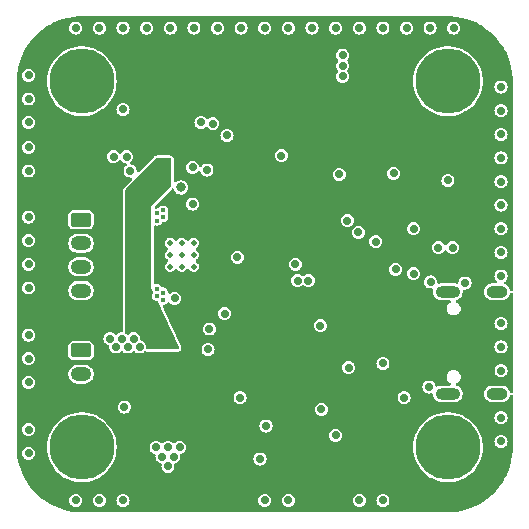
<source format=gbr>
%TF.GenerationSoftware,KiCad,Pcbnew,8.0.3*%
%TF.CreationDate,2024-10-19T15:47:34-04:00*%
%TF.ProjectId,Axis_Basic,41786973-5f42-4617-9369-632e6b696361,rev?*%
%TF.SameCoordinates,Original*%
%TF.FileFunction,Copper,L3,Inr*%
%TF.FilePolarity,Positive*%
%FSLAX46Y46*%
G04 Gerber Fmt 4.6, Leading zero omitted, Abs format (unit mm)*
G04 Created by KiCad (PCBNEW 8.0.3) date 2024-10-19 15:47:34*
%MOMM*%
%LPD*%
G01*
G04 APERTURE LIST*
G04 Aperture macros list*
%AMRoundRect*
0 Rectangle with rounded corners*
0 $1 Rounding radius*
0 $2 $3 $4 $5 $6 $7 $8 $9 X,Y pos of 4 corners*
0 Add a 4 corners polygon primitive as box body*
4,1,4,$2,$3,$4,$5,$6,$7,$8,$9,$2,$3,0*
0 Add four circle primitives for the rounded corners*
1,1,$1+$1,$2,$3*
1,1,$1+$1,$4,$5*
1,1,$1+$1,$6,$7*
1,1,$1+$1,$8,$9*
0 Add four rect primitives between the rounded corners*
20,1,$1+$1,$2,$3,$4,$5,0*
20,1,$1+$1,$4,$5,$6,$7,0*
20,1,$1+$1,$6,$7,$8,$9,0*
20,1,$1+$1,$8,$9,$2,$3,0*%
G04 Aperture macros list end*
%TA.AperFunction,ComponentPad*%
%ADD10RoundRect,0.250000X-0.625000X0.350000X-0.625000X-0.350000X0.625000X-0.350000X0.625000X0.350000X0*%
%TD*%
%TA.AperFunction,ComponentPad*%
%ADD11O,1.750000X1.200000*%
%TD*%
%TA.AperFunction,ComponentPad*%
%ADD12C,5.500000*%
%TD*%
%TA.AperFunction,ComponentPad*%
%ADD13C,0.500000*%
%TD*%
%TA.AperFunction,ComponentPad*%
%ADD14O,2.100000X1.000000*%
%TD*%
%TA.AperFunction,ComponentPad*%
%ADD15O,1.800000X1.000000*%
%TD*%
%TA.AperFunction,ViaPad*%
%ADD16C,0.700000*%
%TD*%
%TA.AperFunction,ViaPad*%
%ADD17C,0.800000*%
%TD*%
%TA.AperFunction,ViaPad*%
%ADD18C,0.450000*%
%TD*%
G04 APERTURE END LIST*
D10*
%TO.N,GND*%
%TO.C,J5*%
X134450000Y-107300000D03*
D11*
%TO.N,VCC*%
X134450000Y-109300000D03*
%TD*%
D12*
%TO.N,N/C*%
%TO.C,H1*%
X165500000Y-115500000D03*
%TD*%
D13*
%TO.N,GND*%
%TO.C,U4*%
X141987500Y-100200000D03*
X142987500Y-100200000D03*
X143987500Y-100200000D03*
X141987500Y-99200000D03*
X142987500Y-99200000D03*
X143987500Y-99200000D03*
X141987500Y-98200000D03*
X142987500Y-98200000D03*
X143987500Y-98200000D03*
%TD*%
D10*
%TO.N,MOTOR_A2*%
%TO.C,J2*%
X134432353Y-96229412D03*
D11*
%TO.N,MOTOR_A1*%
X134432353Y-98229412D03*
%TO.N,MOTOR_B1*%
X134432353Y-100229412D03*
%TO.N,MOTOR_B2*%
X134432353Y-102229412D03*
%TD*%
D12*
%TO.N,N/C*%
%TO.C,H4*%
X165500000Y-84500000D03*
%TD*%
%TO.N,N/C*%
%TO.C,H3*%
X134500000Y-84500000D03*
%TD*%
D14*
%TO.N,Net-(J1-SHIELD)*%
%TO.C,J1*%
X165495000Y-110970000D03*
D15*
X169675000Y-110970000D03*
D14*
X165495000Y-102330000D03*
D15*
X169675000Y-102330000D03*
%TD*%
D12*
%TO.N,N/C*%
%TO.C,H2*%
X134500000Y-115500000D03*
%TD*%
D16*
%TO.N,+3.3V*%
X152600000Y-99100000D03*
D17*
X154100000Y-108000000D03*
D16*
X143600000Y-84100000D03*
X150900000Y-88700000D03*
X158900000Y-108500000D03*
X140700000Y-118200000D03*
X142100000Y-119000000D03*
X147700000Y-94500000D03*
X143600000Y-83200000D03*
X141200000Y-119000000D03*
X163600000Y-98600000D03*
D17*
X166800000Y-92400000D03*
D16*
X143000000Y-119000000D03*
D17*
X150200000Y-108200000D03*
D16*
X147769514Y-103541417D03*
X141700000Y-118200000D03*
X145500000Y-96800000D03*
X143600000Y-82300000D03*
X161751818Y-94639465D03*
X159971014Y-92300000D03*
%TO.N,GND*%
X154000000Y-80000000D03*
D17*
X142900000Y-93500000D03*
D16*
X138000000Y-120000000D03*
X160000000Y-120000000D03*
X130000000Y-116000000D03*
X134000000Y-80000000D03*
X152600000Y-100000000D03*
X134000000Y-120000000D03*
X144000000Y-80000000D03*
X170000000Y-97000000D03*
X170000000Y-115000000D03*
X164700000Y-98600000D03*
X170000000Y-85000000D03*
X130000000Y-88000000D03*
X150000000Y-120000000D03*
X136000000Y-80000000D03*
X158000000Y-120000000D03*
X137200000Y-90900000D03*
X162000000Y-80000000D03*
X152000000Y-80000000D03*
X138000000Y-80000000D03*
X141800000Y-117100000D03*
X156300000Y-92400000D03*
X130000000Y-92100000D03*
X145200000Y-107200000D03*
X170000000Y-87000000D03*
X159400000Y-98100000D03*
X140800000Y-115500000D03*
X142000000Y-80000000D03*
X160000000Y-108400000D03*
X130000000Y-114000000D03*
X137900000Y-106300000D03*
X130000000Y-96000000D03*
X160900000Y-92300000D03*
X164050000Y-101500000D03*
X158000000Y-80000000D03*
X130000000Y-102000000D03*
X170000000Y-101000000D03*
X170000000Y-95000000D03*
X130000000Y-84000000D03*
X139400000Y-107000000D03*
X145100000Y-92028249D03*
X138400000Y-107000000D03*
X147906974Y-111300000D03*
X150000000Y-80000000D03*
X130000000Y-90100000D03*
X136000000Y-120000000D03*
X146000000Y-80000000D03*
X170000000Y-99000000D03*
X162600000Y-100800000D03*
X130000000Y-98000000D03*
X141800000Y-115500000D03*
X146609266Y-104179912D03*
X170000000Y-93000000D03*
X138600000Y-92100000D03*
X170000000Y-105000000D03*
X130000000Y-108000000D03*
X130000000Y-106000000D03*
X164000000Y-80000000D03*
X138100000Y-112100000D03*
X156000000Y-114500000D03*
X130000000Y-86000000D03*
X166000000Y-80000000D03*
X152000000Y-120000000D03*
X156600000Y-82300000D03*
X140000000Y-80000000D03*
X141300000Y-116300000D03*
X130000000Y-110000000D03*
X156600000Y-84100000D03*
X138900000Y-106300000D03*
X157100000Y-108750000D03*
X142800000Y-115500000D03*
X156000000Y-80000000D03*
X148000000Y-80000000D03*
X170000000Y-91000000D03*
X156600000Y-83200000D03*
X136900000Y-106300000D03*
X165500000Y-92900000D03*
X170000000Y-107000000D03*
X142300000Y-116300000D03*
X147682338Y-99407146D03*
X149600000Y-116500000D03*
X137400000Y-107000000D03*
X170000000Y-109000000D03*
X151400000Y-90800000D03*
X170000000Y-113000000D03*
X170000000Y-89000000D03*
X163900000Y-110400000D03*
X154800000Y-112300000D03*
X160000000Y-80000000D03*
X130000000Y-100000000D03*
X138300000Y-90900000D03*
%TO.N,RESET*%
X162600000Y-97000000D03*
%TO.N,NEOPIX*%
X146800000Y-89100000D03*
X138000000Y-86900000D03*
D18*
%TO.N,MOTOR_A2*%
X141400000Y-95450000D03*
X140900000Y-95700000D03*
X141400000Y-96000000D03*
X140900000Y-96300000D03*
%TO.N,MOTOR_B2*%
X141399970Y-103000000D03*
X140899970Y-102100000D03*
X141399970Y-102400000D03*
X140899970Y-102700000D03*
D16*
%TO.N,SWDIO*%
X157000000Y-96300000D03*
%TO.N,SWCLK*%
X157925000Y-97300111D03*
%TO.N,VUSB_sense*%
X166950000Y-101600000D03*
X161072702Y-100427298D03*
%TO.N,Net-(R13-Pad1)*%
X165900000Y-98600000D03*
X161800000Y-111300000D03*
%TO.N,SCL1*%
X153700000Y-101400000D03*
X145600000Y-88100000D03*
%TO.N,SDA1*%
X144600000Y-88000000D03*
X152790379Y-101390382D03*
%TO.N,EN*%
X145300000Y-105479412D03*
X142363000Y-102900000D03*
%TO.N,VCC*%
X141600000Y-91700000D03*
X140700000Y-92550000D03*
X140650000Y-105800000D03*
X140650000Y-106650000D03*
X141600000Y-92550000D03*
X141550000Y-105800000D03*
X141550000Y-106650000D03*
X140700000Y-91700000D03*
%TO.N,AUX6*%
X143900000Y-91800000D03*
X143900000Y-94900000D03*
%TO.N,SYNC*%
X154700000Y-105200000D03*
X150100000Y-113700000D03*
%TD*%
%TA.AperFunction,Conductor*%
%TO.N,VCC*%
G36*
X142043039Y-91019685D02*
G01*
X142088794Y-91072489D01*
X142100000Y-91124000D01*
X142100000Y-93250700D01*
X142080315Y-93317739D01*
X142066150Y-93335841D01*
X140400000Y-95099999D01*
X140400000Y-102000000D01*
X140473989Y-102160311D01*
X140483875Y-102192873D01*
X140490251Y-102233126D01*
X140507446Y-102266874D01*
X140546594Y-102343705D01*
X140559490Y-102412374D01*
X140546594Y-102456294D01*
X140490249Y-102566876D01*
X140469166Y-102699997D01*
X140469166Y-102700002D01*
X140490249Y-102833121D01*
X140490250Y-102833124D01*
X140490251Y-102833126D01*
X140551442Y-102953220D01*
X140551443Y-102953221D01*
X140551446Y-102953225D01*
X140646744Y-103048523D01*
X140646748Y-103048526D01*
X140646750Y-103048528D01*
X140766844Y-103109719D01*
X140766846Y-103109719D01*
X140766848Y-103109720D01*
X140858209Y-103124190D01*
X140921344Y-103154119D01*
X140951399Y-103194700D01*
X142718786Y-107024037D01*
X142729007Y-107093155D01*
X142700237Y-107156826D01*
X142641611Y-107194836D01*
X142606199Y-107200000D01*
X140070314Y-107200000D01*
X140003275Y-107180315D01*
X139957520Y-107127511D01*
X139947375Y-107059814D01*
X139955250Y-107000000D01*
X139955250Y-106999999D01*
X139953048Y-106983280D01*
X139936330Y-106856291D01*
X139880861Y-106722375D01*
X139792621Y-106607379D01*
X139677625Y-106519139D01*
X139677624Y-106519138D01*
X139677622Y-106519137D01*
X139543707Y-106463669D01*
X139542479Y-106463340D01*
X139541560Y-106462779D01*
X139536201Y-106460560D01*
X139536547Y-106459723D01*
X139482822Y-106426969D01*
X139452299Y-106364119D01*
X139451645Y-106327382D01*
X139455250Y-106300000D01*
X139455250Y-106299999D01*
X139453048Y-106283280D01*
X139436330Y-106156291D01*
X139380861Y-106022375D01*
X139292621Y-105907379D01*
X139177625Y-105819139D01*
X139177624Y-105819138D01*
X139177622Y-105819137D01*
X139043712Y-105763671D01*
X139043710Y-105763670D01*
X139043709Y-105763670D01*
X138971854Y-105754210D01*
X138900001Y-105744750D01*
X138899999Y-105744750D01*
X138756291Y-105763670D01*
X138756287Y-105763671D01*
X138622377Y-105819137D01*
X138564877Y-105863259D01*
X138507379Y-105907379D01*
X138507378Y-105907380D01*
X138507377Y-105907381D01*
X138498375Y-105919113D01*
X138441947Y-105960316D01*
X138372201Y-105964470D01*
X138311281Y-105930257D01*
X138301625Y-105919113D01*
X138292621Y-105907379D01*
X138292620Y-105907378D01*
X138248513Y-105873533D01*
X138207310Y-105817105D01*
X138200000Y-105775158D01*
X138200000Y-93749998D01*
X138219685Y-93682959D01*
X138234680Y-93663986D01*
X140763419Y-91037988D01*
X140824100Y-91003353D01*
X140852739Y-91000000D01*
X141976000Y-91000000D01*
X142043039Y-91019685D01*
G37*
%TD.AperFunction*%
%TD*%
%TA.AperFunction,Conductor*%
%TO.N,+3.3V*%
G36*
X165500642Y-79000007D02*
G01*
X165735302Y-79002565D01*
X165744734Y-79003029D01*
X166212846Y-79043984D01*
X166223567Y-79045396D01*
X166685664Y-79126875D01*
X166696192Y-79129209D01*
X167149458Y-79250661D01*
X167159747Y-79253906D01*
X167600688Y-79414395D01*
X167610654Y-79418523D01*
X168035926Y-79616830D01*
X168045512Y-79621821D01*
X168451866Y-79856429D01*
X168460981Y-79862235D01*
X168657729Y-80000000D01*
X168845353Y-80131376D01*
X168853935Y-80137962D01*
X169213370Y-80439564D01*
X169221345Y-80446872D01*
X169553127Y-80778654D01*
X169560435Y-80786629D01*
X169862037Y-81146064D01*
X169868623Y-81154646D01*
X170137761Y-81539014D01*
X170143573Y-81548138D01*
X170378176Y-81954483D01*
X170383171Y-81964078D01*
X170581470Y-82389331D01*
X170585610Y-82399326D01*
X170746089Y-82840239D01*
X170749342Y-82850555D01*
X170870786Y-83303790D01*
X170873127Y-83314352D01*
X170954603Y-83776432D01*
X170956015Y-83787156D01*
X170996969Y-84255252D01*
X170997434Y-84264708D01*
X170999993Y-84499357D01*
X171000000Y-84500709D01*
X171000000Y-102130651D01*
X170980315Y-102197690D01*
X170927511Y-102243445D01*
X170858353Y-102253389D01*
X170794797Y-102224364D01*
X170757023Y-102165586D01*
X170754383Y-102154843D01*
X170748581Y-102125677D01*
X170748580Y-102125676D01*
X170748580Y-102125672D01*
X170748578Y-102125667D01*
X170695778Y-101998195D01*
X170695771Y-101998182D01*
X170619114Y-101883458D01*
X170619111Y-101883454D01*
X170521545Y-101785888D01*
X170521541Y-101785885D01*
X170406817Y-101709228D01*
X170406808Y-101709223D01*
X170328062Y-101676606D01*
X170273659Y-101632765D01*
X170251594Y-101566471D01*
X170268873Y-101498772D01*
X170300027Y-101463671D01*
X170392621Y-101392621D01*
X170480861Y-101277625D01*
X170536330Y-101143709D01*
X170555250Y-101000000D01*
X170536330Y-100856291D01*
X170480861Y-100722375D01*
X170392621Y-100607379D01*
X170277625Y-100519139D01*
X170277624Y-100519138D01*
X170277622Y-100519137D01*
X170143712Y-100463671D01*
X170143710Y-100463670D01*
X170143709Y-100463670D01*
X170071854Y-100454210D01*
X170000001Y-100444750D01*
X169999999Y-100444750D01*
X169856291Y-100463670D01*
X169856287Y-100463671D01*
X169722377Y-100519137D01*
X169607379Y-100607379D01*
X169519137Y-100722377D01*
X169463671Y-100856287D01*
X169463670Y-100856291D01*
X169449539Y-100963628D01*
X169444750Y-101000000D01*
X169455758Y-101083616D01*
X169463670Y-101143708D01*
X169463671Y-101143712D01*
X169519137Y-101277622D01*
X169519138Y-101277624D01*
X169519139Y-101277625D01*
X169607379Y-101392621D01*
X169616995Y-101400000D01*
X169626280Y-101407124D01*
X169667483Y-101463552D01*
X169671638Y-101533298D01*
X169637426Y-101594218D01*
X169575708Y-101626971D01*
X169550794Y-101629500D01*
X169206005Y-101629500D01*
X169070677Y-101656418D01*
X169070667Y-101656421D01*
X168943195Y-101709221D01*
X168943182Y-101709228D01*
X168828458Y-101785885D01*
X168828454Y-101785888D01*
X168730888Y-101883454D01*
X168730885Y-101883458D01*
X168654228Y-101998182D01*
X168654221Y-101998195D01*
X168601421Y-102125667D01*
X168601418Y-102125677D01*
X168574500Y-102261004D01*
X168574500Y-102261007D01*
X168574500Y-102398993D01*
X168574500Y-102398995D01*
X168574499Y-102398995D01*
X168601418Y-102534322D01*
X168601421Y-102534332D01*
X168654221Y-102661804D01*
X168654228Y-102661817D01*
X168730885Y-102776541D01*
X168730888Y-102776545D01*
X168828454Y-102874111D01*
X168828458Y-102874114D01*
X168943182Y-102950771D01*
X168943195Y-102950778D01*
X169059977Y-102999150D01*
X169070672Y-103003580D01*
X169070676Y-103003580D01*
X169070677Y-103003581D01*
X169206004Y-103030500D01*
X169206007Y-103030500D01*
X170143995Y-103030500D01*
X170235041Y-103012389D01*
X170279328Y-103003580D01*
X170406811Y-102950775D01*
X170521542Y-102874114D01*
X170619114Y-102776542D01*
X170695775Y-102661811D01*
X170699334Y-102653220D01*
X170739914Y-102555250D01*
X170748580Y-102534328D01*
X170754383Y-102505157D01*
X170786768Y-102443246D01*
X170847483Y-102408672D01*
X170917253Y-102412411D01*
X170973925Y-102453278D01*
X170999506Y-102518296D01*
X171000000Y-102529348D01*
X171000000Y-110770651D01*
X170980315Y-110837690D01*
X170927511Y-110883445D01*
X170858353Y-110893389D01*
X170794797Y-110864364D01*
X170757023Y-110805586D01*
X170754383Y-110794843D01*
X170748581Y-110765677D01*
X170748580Y-110765676D01*
X170748580Y-110765672D01*
X170712109Y-110677622D01*
X170695778Y-110638195D01*
X170695771Y-110638182D01*
X170619114Y-110523458D01*
X170619111Y-110523454D01*
X170521545Y-110425888D01*
X170521541Y-110425885D01*
X170406817Y-110349228D01*
X170406804Y-110349221D01*
X170279332Y-110296421D01*
X170279322Y-110296418D01*
X170143995Y-110269500D01*
X170143993Y-110269500D01*
X169206007Y-110269500D01*
X169206005Y-110269500D01*
X169070677Y-110296418D01*
X169070667Y-110296421D01*
X168943195Y-110349221D01*
X168943182Y-110349228D01*
X168828458Y-110425885D01*
X168828454Y-110425888D01*
X168730888Y-110523454D01*
X168730885Y-110523458D01*
X168654228Y-110638182D01*
X168654221Y-110638195D01*
X168601421Y-110765667D01*
X168601418Y-110765677D01*
X168574500Y-110901004D01*
X168574500Y-110901007D01*
X168574500Y-111038993D01*
X168574500Y-111038995D01*
X168574499Y-111038995D01*
X168601418Y-111174322D01*
X168601421Y-111174332D01*
X168654221Y-111301804D01*
X168654228Y-111301817D01*
X168730885Y-111416541D01*
X168730888Y-111416545D01*
X168828454Y-111514111D01*
X168828458Y-111514114D01*
X168943182Y-111590771D01*
X168943195Y-111590778D01*
X169070667Y-111643578D01*
X169070672Y-111643580D01*
X169070676Y-111643580D01*
X169070677Y-111643581D01*
X169206004Y-111670500D01*
X169206007Y-111670500D01*
X170143995Y-111670500D01*
X170235041Y-111652389D01*
X170279328Y-111643580D01*
X170406811Y-111590775D01*
X170521542Y-111514114D01*
X170619114Y-111416542D01*
X170695775Y-111301811D01*
X170748580Y-111174328D01*
X170754383Y-111145157D01*
X170786768Y-111083246D01*
X170847483Y-111048672D01*
X170917253Y-111052411D01*
X170973925Y-111093278D01*
X170999506Y-111158296D01*
X171000000Y-111169348D01*
X171000000Y-115499290D01*
X170999993Y-115500642D01*
X170997434Y-115735291D01*
X170996969Y-115744747D01*
X170956015Y-116212843D01*
X170954603Y-116223567D01*
X170873127Y-116685647D01*
X170870786Y-116696209D01*
X170749342Y-117149444D01*
X170746089Y-117159760D01*
X170585610Y-117600673D01*
X170581470Y-117610668D01*
X170383171Y-118035921D01*
X170378176Y-118045516D01*
X170143573Y-118451861D01*
X170137761Y-118460985D01*
X169868623Y-118845353D01*
X169862037Y-118853935D01*
X169560435Y-119213370D01*
X169553127Y-119221345D01*
X169221345Y-119553127D01*
X169213370Y-119560435D01*
X168853935Y-119862037D01*
X168845353Y-119868623D01*
X168460985Y-120137761D01*
X168451861Y-120143573D01*
X168045516Y-120378176D01*
X168035921Y-120383171D01*
X167610668Y-120581470D01*
X167600673Y-120585610D01*
X167159760Y-120746089D01*
X167149444Y-120749342D01*
X166696209Y-120870786D01*
X166685647Y-120873127D01*
X166223567Y-120954603D01*
X166212843Y-120956015D01*
X165744747Y-120996969D01*
X165735291Y-120997434D01*
X165500642Y-120999993D01*
X165499290Y-121000000D01*
X134500710Y-121000000D01*
X134499358Y-120999993D01*
X134264708Y-120997434D01*
X134255252Y-120996969D01*
X133787156Y-120956015D01*
X133776432Y-120954603D01*
X133314352Y-120873127D01*
X133303790Y-120870786D01*
X132850555Y-120749342D01*
X132840239Y-120746089D01*
X132399326Y-120585610D01*
X132389331Y-120581470D01*
X131964078Y-120383171D01*
X131954483Y-120378176D01*
X131548138Y-120143573D01*
X131539014Y-120137761D01*
X131342270Y-119999999D01*
X133444750Y-119999999D01*
X133444750Y-120000000D01*
X133463670Y-120143708D01*
X133463671Y-120143712D01*
X133519137Y-120277622D01*
X133519138Y-120277624D01*
X133519139Y-120277625D01*
X133607379Y-120392621D01*
X133722375Y-120480861D01*
X133856291Y-120536330D01*
X133983280Y-120553048D01*
X133999999Y-120555250D01*
X134000000Y-120555250D01*
X134000001Y-120555250D01*
X134014977Y-120553278D01*
X134143709Y-120536330D01*
X134277625Y-120480861D01*
X134392621Y-120392621D01*
X134480861Y-120277625D01*
X134536330Y-120143709D01*
X134555250Y-120000000D01*
X134555250Y-119999999D01*
X135444750Y-119999999D01*
X135444750Y-120000000D01*
X135463670Y-120143708D01*
X135463671Y-120143712D01*
X135519137Y-120277622D01*
X135519138Y-120277624D01*
X135519139Y-120277625D01*
X135607379Y-120392621D01*
X135722375Y-120480861D01*
X135856291Y-120536330D01*
X135983280Y-120553048D01*
X135999999Y-120555250D01*
X136000000Y-120555250D01*
X136000001Y-120555250D01*
X136014977Y-120553278D01*
X136143709Y-120536330D01*
X136277625Y-120480861D01*
X136392621Y-120392621D01*
X136480861Y-120277625D01*
X136536330Y-120143709D01*
X136555250Y-120000000D01*
X136555250Y-119999999D01*
X137444750Y-119999999D01*
X137444750Y-120000000D01*
X137463670Y-120143708D01*
X137463671Y-120143712D01*
X137519137Y-120277622D01*
X137519138Y-120277624D01*
X137519139Y-120277625D01*
X137607379Y-120392621D01*
X137722375Y-120480861D01*
X137856291Y-120536330D01*
X137983280Y-120553048D01*
X137999999Y-120555250D01*
X138000000Y-120555250D01*
X138000001Y-120555250D01*
X138014977Y-120553278D01*
X138143709Y-120536330D01*
X138277625Y-120480861D01*
X138392621Y-120392621D01*
X138480861Y-120277625D01*
X138536330Y-120143709D01*
X138555250Y-120000000D01*
X138555250Y-119999999D01*
X149444750Y-119999999D01*
X149444750Y-120000000D01*
X149463670Y-120143708D01*
X149463671Y-120143712D01*
X149519137Y-120277622D01*
X149519138Y-120277624D01*
X149519139Y-120277625D01*
X149607379Y-120392621D01*
X149722375Y-120480861D01*
X149856291Y-120536330D01*
X149983280Y-120553048D01*
X149999999Y-120555250D01*
X150000000Y-120555250D01*
X150000001Y-120555250D01*
X150014977Y-120553278D01*
X150143709Y-120536330D01*
X150277625Y-120480861D01*
X150392621Y-120392621D01*
X150480861Y-120277625D01*
X150536330Y-120143709D01*
X150555250Y-120000000D01*
X150555250Y-119999999D01*
X151444750Y-119999999D01*
X151444750Y-120000000D01*
X151463670Y-120143708D01*
X151463671Y-120143712D01*
X151519137Y-120277622D01*
X151519138Y-120277624D01*
X151519139Y-120277625D01*
X151607379Y-120392621D01*
X151722375Y-120480861D01*
X151856291Y-120536330D01*
X151983280Y-120553048D01*
X151999999Y-120555250D01*
X152000000Y-120555250D01*
X152000001Y-120555250D01*
X152014977Y-120553278D01*
X152143709Y-120536330D01*
X152277625Y-120480861D01*
X152392621Y-120392621D01*
X152480861Y-120277625D01*
X152536330Y-120143709D01*
X152555250Y-120000000D01*
X152555250Y-119999999D01*
X157444750Y-119999999D01*
X157444750Y-120000000D01*
X157463670Y-120143708D01*
X157463671Y-120143712D01*
X157519137Y-120277622D01*
X157519138Y-120277624D01*
X157519139Y-120277625D01*
X157607379Y-120392621D01*
X157722375Y-120480861D01*
X157856291Y-120536330D01*
X157983280Y-120553048D01*
X157999999Y-120555250D01*
X158000000Y-120555250D01*
X158000001Y-120555250D01*
X158014977Y-120553278D01*
X158143709Y-120536330D01*
X158277625Y-120480861D01*
X158392621Y-120392621D01*
X158480861Y-120277625D01*
X158536330Y-120143709D01*
X158555250Y-120000000D01*
X158555250Y-119999999D01*
X159444750Y-119999999D01*
X159444750Y-120000000D01*
X159463670Y-120143708D01*
X159463671Y-120143712D01*
X159519137Y-120277622D01*
X159519138Y-120277624D01*
X159519139Y-120277625D01*
X159607379Y-120392621D01*
X159722375Y-120480861D01*
X159856291Y-120536330D01*
X159983280Y-120553048D01*
X159999999Y-120555250D01*
X160000000Y-120555250D01*
X160000001Y-120555250D01*
X160014977Y-120553278D01*
X160143709Y-120536330D01*
X160277625Y-120480861D01*
X160392621Y-120392621D01*
X160480861Y-120277625D01*
X160536330Y-120143709D01*
X160555250Y-120000000D01*
X160536330Y-119856291D01*
X160480861Y-119722375D01*
X160392621Y-119607379D01*
X160277625Y-119519139D01*
X160277624Y-119519138D01*
X160277622Y-119519137D01*
X160143712Y-119463671D01*
X160143710Y-119463670D01*
X160143709Y-119463670D01*
X160071854Y-119454210D01*
X160000001Y-119444750D01*
X159999999Y-119444750D01*
X159856291Y-119463670D01*
X159856287Y-119463671D01*
X159722377Y-119519137D01*
X159607379Y-119607379D01*
X159519137Y-119722377D01*
X159463671Y-119856287D01*
X159463670Y-119856291D01*
X159444750Y-119999999D01*
X158555250Y-119999999D01*
X158536330Y-119856291D01*
X158480861Y-119722375D01*
X158392621Y-119607379D01*
X158277625Y-119519139D01*
X158277624Y-119519138D01*
X158277622Y-119519137D01*
X158143712Y-119463671D01*
X158143710Y-119463670D01*
X158143709Y-119463670D01*
X158071854Y-119454210D01*
X158000001Y-119444750D01*
X157999999Y-119444750D01*
X157856291Y-119463670D01*
X157856287Y-119463671D01*
X157722377Y-119519137D01*
X157607379Y-119607379D01*
X157519137Y-119722377D01*
X157463671Y-119856287D01*
X157463670Y-119856291D01*
X157444750Y-119999999D01*
X152555250Y-119999999D01*
X152536330Y-119856291D01*
X152480861Y-119722375D01*
X152392621Y-119607379D01*
X152277625Y-119519139D01*
X152277624Y-119519138D01*
X152277622Y-119519137D01*
X152143712Y-119463671D01*
X152143710Y-119463670D01*
X152143709Y-119463670D01*
X152071854Y-119454210D01*
X152000001Y-119444750D01*
X151999999Y-119444750D01*
X151856291Y-119463670D01*
X151856287Y-119463671D01*
X151722377Y-119519137D01*
X151607379Y-119607379D01*
X151519137Y-119722377D01*
X151463671Y-119856287D01*
X151463670Y-119856291D01*
X151444750Y-119999999D01*
X150555250Y-119999999D01*
X150536330Y-119856291D01*
X150480861Y-119722375D01*
X150392621Y-119607379D01*
X150277625Y-119519139D01*
X150277624Y-119519138D01*
X150277622Y-119519137D01*
X150143712Y-119463671D01*
X150143710Y-119463670D01*
X150143709Y-119463670D01*
X150071854Y-119454210D01*
X150000001Y-119444750D01*
X149999999Y-119444750D01*
X149856291Y-119463670D01*
X149856287Y-119463671D01*
X149722377Y-119519137D01*
X149607379Y-119607379D01*
X149519137Y-119722377D01*
X149463671Y-119856287D01*
X149463670Y-119856291D01*
X149444750Y-119999999D01*
X138555250Y-119999999D01*
X138536330Y-119856291D01*
X138480861Y-119722375D01*
X138392621Y-119607379D01*
X138277625Y-119519139D01*
X138277624Y-119519138D01*
X138277622Y-119519137D01*
X138143712Y-119463671D01*
X138143710Y-119463670D01*
X138143709Y-119463670D01*
X138071854Y-119454210D01*
X138000001Y-119444750D01*
X137999999Y-119444750D01*
X137856291Y-119463670D01*
X137856287Y-119463671D01*
X137722377Y-119519137D01*
X137607379Y-119607379D01*
X137519137Y-119722377D01*
X137463671Y-119856287D01*
X137463670Y-119856291D01*
X137444750Y-119999999D01*
X136555250Y-119999999D01*
X136536330Y-119856291D01*
X136480861Y-119722375D01*
X136392621Y-119607379D01*
X136277625Y-119519139D01*
X136277624Y-119519138D01*
X136277622Y-119519137D01*
X136143712Y-119463671D01*
X136143710Y-119463670D01*
X136143709Y-119463670D01*
X136071854Y-119454210D01*
X136000001Y-119444750D01*
X135999999Y-119444750D01*
X135856291Y-119463670D01*
X135856287Y-119463671D01*
X135722377Y-119519137D01*
X135607379Y-119607379D01*
X135519137Y-119722377D01*
X135463671Y-119856287D01*
X135463670Y-119856291D01*
X135444750Y-119999999D01*
X134555250Y-119999999D01*
X134536330Y-119856291D01*
X134480861Y-119722375D01*
X134392621Y-119607379D01*
X134277625Y-119519139D01*
X134277624Y-119519138D01*
X134277622Y-119519137D01*
X134143712Y-119463671D01*
X134143710Y-119463670D01*
X134143709Y-119463670D01*
X134071854Y-119454210D01*
X134000001Y-119444750D01*
X133999999Y-119444750D01*
X133856291Y-119463670D01*
X133856287Y-119463671D01*
X133722377Y-119519137D01*
X133607379Y-119607379D01*
X133519137Y-119722377D01*
X133463671Y-119856287D01*
X133463670Y-119856291D01*
X133444750Y-119999999D01*
X131342270Y-119999999D01*
X131154646Y-119868623D01*
X131146064Y-119862037D01*
X130786629Y-119560435D01*
X130778654Y-119553127D01*
X130446872Y-119221345D01*
X130439564Y-119213370D01*
X130137962Y-118853935D01*
X130131376Y-118845353D01*
X129862238Y-118460985D01*
X129856426Y-118451861D01*
X129855640Y-118450500D01*
X129621821Y-118045512D01*
X129616828Y-118035921D01*
X129539771Y-117870672D01*
X129418523Y-117610654D01*
X129414395Y-117600688D01*
X129253906Y-117159747D01*
X129250661Y-117149458D01*
X129129209Y-116696192D01*
X129126875Y-116685664D01*
X129045396Y-116223567D01*
X129043984Y-116212843D01*
X129025362Y-115999999D01*
X129444750Y-115999999D01*
X129444750Y-116000000D01*
X129463670Y-116143708D01*
X129463671Y-116143712D01*
X129519137Y-116277622D01*
X129519138Y-116277624D01*
X129519139Y-116277625D01*
X129607379Y-116392621D01*
X129722375Y-116480861D01*
X129856291Y-116536330D01*
X129983280Y-116553048D01*
X129999999Y-116555250D01*
X130000000Y-116555250D01*
X130000001Y-116555250D01*
X130014977Y-116553278D01*
X130143709Y-116536330D01*
X130277625Y-116480861D01*
X130392621Y-116392621D01*
X130480861Y-116277625D01*
X130536330Y-116143709D01*
X130555250Y-116000000D01*
X130536330Y-115856291D01*
X130480861Y-115722375D01*
X130392621Y-115607379D01*
X130277625Y-115519139D01*
X130277624Y-115519138D01*
X130277622Y-115519137D01*
X130231410Y-115499996D01*
X131544500Y-115499996D01*
X131544500Y-115500003D01*
X131564484Y-115843113D01*
X131564485Y-115843124D01*
X131624163Y-116181575D01*
X131624166Y-116181588D01*
X131722737Y-116510840D01*
X131858865Y-116826417D01*
X131858871Y-116826430D01*
X132030716Y-117124075D01*
X132235952Y-117399755D01*
X132235957Y-117399761D01*
X132357767Y-117528871D01*
X132471813Y-117649753D01*
X132471819Y-117649758D01*
X132471821Y-117649760D01*
X132735093Y-117870672D01*
X132735098Y-117870675D01*
X133022250Y-118059538D01*
X133124329Y-118110804D01*
X133329378Y-118213785D01*
X133329384Y-118213787D01*
X133329386Y-118213788D01*
X133652353Y-118331338D01*
X133986783Y-118410599D01*
X134328153Y-118450500D01*
X134328160Y-118450500D01*
X134671840Y-118450500D01*
X134671847Y-118450500D01*
X135013217Y-118410599D01*
X135347647Y-118331338D01*
X135670614Y-118213788D01*
X135670617Y-118213786D01*
X135670621Y-118213785D01*
X135774487Y-118161620D01*
X135977750Y-118059538D01*
X136264902Y-117870675D01*
X136528187Y-117649753D01*
X136764044Y-117399759D01*
X136969284Y-117124074D01*
X137141131Y-116826426D01*
X137277262Y-116510841D01*
X137375834Y-116181585D01*
X137376959Y-116175208D01*
X137435514Y-115843124D01*
X137435513Y-115843124D01*
X137435516Y-115843113D01*
X137454385Y-115519139D01*
X137455500Y-115500003D01*
X137455500Y-115499999D01*
X140244750Y-115499999D01*
X140244750Y-115500000D01*
X140263670Y-115643708D01*
X140263671Y-115643712D01*
X140319137Y-115777622D01*
X140319138Y-115777624D01*
X140319139Y-115777625D01*
X140407379Y-115892621D01*
X140522375Y-115980861D01*
X140656291Y-116036330D01*
X140656297Y-116036330D01*
X140664141Y-116038433D01*
X140663673Y-116040176D01*
X140718319Y-116064348D01*
X140756792Y-116122671D01*
X140761179Y-116175208D01*
X140744750Y-116299997D01*
X140744750Y-116300000D01*
X140752160Y-116356287D01*
X140763670Y-116443708D01*
X140763671Y-116443712D01*
X140819137Y-116577622D01*
X140819138Y-116577624D01*
X140819139Y-116577625D01*
X140907379Y-116692621D01*
X141022375Y-116780861D01*
X141156291Y-116836330D01*
X141156297Y-116836330D01*
X141164141Y-116838433D01*
X141163673Y-116840176D01*
X141218319Y-116864348D01*
X141256792Y-116922671D01*
X141261179Y-116975208D01*
X141244750Y-117099997D01*
X141244750Y-117100000D01*
X141263670Y-117243708D01*
X141263671Y-117243712D01*
X141319137Y-117377622D01*
X141319138Y-117377624D01*
X141319139Y-117377625D01*
X141407379Y-117492621D01*
X141522375Y-117580861D01*
X141656291Y-117636330D01*
X141783280Y-117653048D01*
X141799999Y-117655250D01*
X141800000Y-117655250D01*
X141800001Y-117655250D01*
X141814977Y-117653278D01*
X141943709Y-117636330D01*
X142077625Y-117580861D01*
X142192621Y-117492621D01*
X142280861Y-117377625D01*
X142336330Y-117243709D01*
X142355250Y-117100000D01*
X142338820Y-116975206D01*
X142349585Y-116906174D01*
X142395965Y-116853918D01*
X142436138Y-116839476D01*
X142435859Y-116838433D01*
X142443700Y-116836331D01*
X142443709Y-116836330D01*
X142577625Y-116780861D01*
X142692621Y-116692621D01*
X142780861Y-116577625D01*
X142813014Y-116499999D01*
X149044750Y-116499999D01*
X149044750Y-116500000D01*
X149063670Y-116643708D01*
X149063671Y-116643712D01*
X149119137Y-116777622D01*
X149119138Y-116777624D01*
X149119139Y-116777625D01*
X149207379Y-116892621D01*
X149322375Y-116980861D01*
X149456291Y-117036330D01*
X149583280Y-117053048D01*
X149599999Y-117055250D01*
X149600000Y-117055250D01*
X149600001Y-117055250D01*
X149614977Y-117053278D01*
X149743709Y-117036330D01*
X149877625Y-116980861D01*
X149992621Y-116892621D01*
X150080861Y-116777625D01*
X150136330Y-116643709D01*
X150155250Y-116500000D01*
X150136330Y-116356291D01*
X150080861Y-116222375D01*
X149992621Y-116107379D01*
X149877625Y-116019139D01*
X149877624Y-116019138D01*
X149877622Y-116019137D01*
X149743712Y-115963671D01*
X149743710Y-115963670D01*
X149743709Y-115963670D01*
X149671854Y-115954210D01*
X149600001Y-115944750D01*
X149599999Y-115944750D01*
X149456291Y-115963670D01*
X149456287Y-115963671D01*
X149322377Y-116019137D01*
X149207379Y-116107379D01*
X149119137Y-116222377D01*
X149063671Y-116356287D01*
X149063670Y-116356291D01*
X149044750Y-116499999D01*
X142813014Y-116499999D01*
X142836330Y-116443709D01*
X142855250Y-116300000D01*
X142838820Y-116175206D01*
X142849585Y-116106174D01*
X142895965Y-116053918D01*
X142936138Y-116039476D01*
X142935859Y-116038433D01*
X142943700Y-116036331D01*
X142943709Y-116036330D01*
X143077625Y-115980861D01*
X143192621Y-115892621D01*
X143280861Y-115777625D01*
X143336330Y-115643709D01*
X143355250Y-115500000D01*
X143355249Y-115499996D01*
X162544500Y-115499996D01*
X162544500Y-115500003D01*
X162564484Y-115843113D01*
X162564485Y-115843124D01*
X162624163Y-116181575D01*
X162624166Y-116181588D01*
X162722737Y-116510840D01*
X162858865Y-116826417D01*
X162858871Y-116826430D01*
X163030716Y-117124075D01*
X163235952Y-117399755D01*
X163235957Y-117399761D01*
X163357767Y-117528871D01*
X163471813Y-117649753D01*
X163471819Y-117649758D01*
X163471821Y-117649760D01*
X163735093Y-117870672D01*
X163735098Y-117870675D01*
X164022250Y-118059538D01*
X164124329Y-118110804D01*
X164329378Y-118213785D01*
X164329384Y-118213787D01*
X164329386Y-118213788D01*
X164652353Y-118331338D01*
X164986783Y-118410599D01*
X165328153Y-118450500D01*
X165328160Y-118450500D01*
X165671840Y-118450500D01*
X165671847Y-118450500D01*
X166013217Y-118410599D01*
X166347647Y-118331338D01*
X166670614Y-118213788D01*
X166670617Y-118213786D01*
X166670621Y-118213785D01*
X166774487Y-118161620D01*
X166977750Y-118059538D01*
X167264902Y-117870675D01*
X167528187Y-117649753D01*
X167764044Y-117399759D01*
X167969284Y-117124074D01*
X168141131Y-116826426D01*
X168277262Y-116510841D01*
X168375834Y-116181585D01*
X168376959Y-116175208D01*
X168435514Y-115843124D01*
X168435513Y-115843124D01*
X168435516Y-115843113D01*
X168454385Y-115519139D01*
X168455500Y-115500003D01*
X168455500Y-115499996D01*
X168447130Y-115356291D01*
X168435516Y-115156887D01*
X168433192Y-115143708D01*
X168407852Y-114999999D01*
X169444750Y-114999999D01*
X169444750Y-115000000D01*
X169463670Y-115143708D01*
X169463671Y-115143712D01*
X169519137Y-115277622D01*
X169519138Y-115277624D01*
X169519139Y-115277625D01*
X169607379Y-115392621D01*
X169722375Y-115480861D01*
X169856291Y-115536330D01*
X169983280Y-115553048D01*
X169999999Y-115555250D01*
X170000000Y-115555250D01*
X170000001Y-115555250D01*
X170014977Y-115553278D01*
X170143709Y-115536330D01*
X170277625Y-115480861D01*
X170392621Y-115392621D01*
X170480861Y-115277625D01*
X170536330Y-115143709D01*
X170555250Y-115000000D01*
X170536330Y-114856291D01*
X170480861Y-114722375D01*
X170392621Y-114607379D01*
X170277625Y-114519139D01*
X170277624Y-114519138D01*
X170277622Y-114519137D01*
X170143712Y-114463671D01*
X170143710Y-114463670D01*
X170143709Y-114463670D01*
X170071854Y-114454210D01*
X170000001Y-114444750D01*
X169999999Y-114444750D01*
X169856291Y-114463670D01*
X169856287Y-114463671D01*
X169722377Y-114519137D01*
X169607379Y-114607379D01*
X169519137Y-114722377D01*
X169463671Y-114856287D01*
X169463670Y-114856291D01*
X169444750Y-114999999D01*
X168407852Y-114999999D01*
X168375836Y-114818424D01*
X168375833Y-114818411D01*
X168277262Y-114489159D01*
X168219946Y-114356287D01*
X168141131Y-114173574D01*
X167969284Y-113875926D01*
X167969283Y-113875924D01*
X167764047Y-113600244D01*
X167764042Y-113600238D01*
X167596236Y-113422375D01*
X167528187Y-113350247D01*
X167528180Y-113350241D01*
X167528178Y-113350239D01*
X167264906Y-113129327D01*
X167068273Y-113000000D01*
X167068271Y-112999999D01*
X169444750Y-112999999D01*
X169444750Y-113000000D01*
X169463670Y-113143708D01*
X169463671Y-113143712D01*
X169519137Y-113277622D01*
X169519138Y-113277624D01*
X169519139Y-113277625D01*
X169607379Y-113392621D01*
X169722375Y-113480861D01*
X169856291Y-113536330D01*
X169983280Y-113553048D01*
X169999999Y-113555250D01*
X170000000Y-113555250D01*
X170000001Y-113555250D01*
X170014977Y-113553278D01*
X170143709Y-113536330D01*
X170277625Y-113480861D01*
X170392621Y-113392621D01*
X170480861Y-113277625D01*
X170536330Y-113143709D01*
X170555250Y-113000000D01*
X170536330Y-112856291D01*
X170480861Y-112722375D01*
X170392621Y-112607379D01*
X170277625Y-112519139D01*
X170277624Y-112519138D01*
X170277622Y-112519137D01*
X170143712Y-112463671D01*
X170143710Y-112463670D01*
X170143709Y-112463670D01*
X170071854Y-112454210D01*
X170000001Y-112444750D01*
X169999999Y-112444750D01*
X169856291Y-112463670D01*
X169856287Y-112463671D01*
X169722377Y-112519137D01*
X169607379Y-112607379D01*
X169519137Y-112722377D01*
X169463671Y-112856287D01*
X169463670Y-112856291D01*
X169444750Y-112999999D01*
X167068271Y-112999999D01*
X166977750Y-112940462D01*
X166975956Y-112939561D01*
X166670621Y-112786214D01*
X166670615Y-112786212D01*
X166347648Y-112668662D01*
X166347645Y-112668661D01*
X166013218Y-112589401D01*
X165940162Y-112580862D01*
X165671847Y-112549500D01*
X165328153Y-112549500D01*
X165059838Y-112580862D01*
X164986782Y-112589401D01*
X164986780Y-112589401D01*
X164652354Y-112668661D01*
X164652351Y-112668662D01*
X164329384Y-112786212D01*
X164329378Y-112786214D01*
X164022253Y-112940460D01*
X163735093Y-113129327D01*
X163471821Y-113350239D01*
X163471811Y-113350249D01*
X163235957Y-113600238D01*
X163235952Y-113600244D01*
X163030716Y-113875924D01*
X162858871Y-114173569D01*
X162858865Y-114173582D01*
X162722737Y-114489159D01*
X162624166Y-114818411D01*
X162624163Y-114818424D01*
X162564485Y-115156875D01*
X162564484Y-115156886D01*
X162544500Y-115499996D01*
X143355249Y-115499996D01*
X143347976Y-115444750D01*
X143336330Y-115356291D01*
X143280861Y-115222375D01*
X143192621Y-115107379D01*
X143077625Y-115019139D01*
X143077624Y-115019138D01*
X143077622Y-115019137D01*
X142943712Y-114963671D01*
X142943710Y-114963670D01*
X142943709Y-114963670D01*
X142871854Y-114954210D01*
X142800001Y-114944750D01*
X142799999Y-114944750D01*
X142656291Y-114963670D01*
X142656287Y-114963671D01*
X142522377Y-115019137D01*
X142499971Y-115036330D01*
X142407379Y-115107379D01*
X142407378Y-115107380D01*
X142407377Y-115107381D01*
X142398375Y-115119113D01*
X142341947Y-115160316D01*
X142272201Y-115164470D01*
X142211281Y-115130257D01*
X142201625Y-115119113D01*
X142199782Y-115116711D01*
X142192621Y-115107379D01*
X142077625Y-115019139D01*
X142077624Y-115019138D01*
X142077622Y-115019137D01*
X141943712Y-114963671D01*
X141943710Y-114963670D01*
X141943709Y-114963670D01*
X141871854Y-114954210D01*
X141800001Y-114944750D01*
X141799999Y-114944750D01*
X141656291Y-114963670D01*
X141656287Y-114963671D01*
X141522377Y-115019137D01*
X141499971Y-115036330D01*
X141407379Y-115107379D01*
X141407378Y-115107380D01*
X141407377Y-115107381D01*
X141398375Y-115119113D01*
X141341947Y-115160316D01*
X141272201Y-115164470D01*
X141211281Y-115130257D01*
X141201625Y-115119113D01*
X141199782Y-115116711D01*
X141192621Y-115107379D01*
X141077625Y-115019139D01*
X141077624Y-115019138D01*
X141077622Y-115019137D01*
X140943712Y-114963671D01*
X140943710Y-114963670D01*
X140943709Y-114963670D01*
X140871854Y-114954210D01*
X140800001Y-114944750D01*
X140799999Y-114944750D01*
X140656291Y-114963670D01*
X140656287Y-114963671D01*
X140522377Y-115019137D01*
X140407379Y-115107379D01*
X140319137Y-115222377D01*
X140263671Y-115356287D01*
X140263670Y-115356291D01*
X140244750Y-115499999D01*
X137455500Y-115499999D01*
X137455500Y-115499996D01*
X137447130Y-115356291D01*
X137435516Y-115156887D01*
X137433192Y-115143708D01*
X137375836Y-114818424D01*
X137375833Y-114818411D01*
X137280507Y-114499999D01*
X155444750Y-114499999D01*
X155444750Y-114500000D01*
X155463670Y-114643708D01*
X155463671Y-114643712D01*
X155519137Y-114777622D01*
X155519138Y-114777624D01*
X155519139Y-114777625D01*
X155607379Y-114892621D01*
X155722375Y-114980861D01*
X155856291Y-115036330D01*
X155983280Y-115053048D01*
X155999999Y-115055250D01*
X156000000Y-115055250D01*
X156000001Y-115055250D01*
X156014977Y-115053278D01*
X156143709Y-115036330D01*
X156277625Y-114980861D01*
X156392621Y-114892621D01*
X156480861Y-114777625D01*
X156536330Y-114643709D01*
X156555250Y-114500000D01*
X156536330Y-114356291D01*
X156486641Y-114236329D01*
X156480862Y-114222377D01*
X156480861Y-114222376D01*
X156480861Y-114222375D01*
X156392621Y-114107379D01*
X156277625Y-114019139D01*
X156277624Y-114019138D01*
X156277622Y-114019137D01*
X156143712Y-113963671D01*
X156143710Y-113963670D01*
X156143709Y-113963670D01*
X156071854Y-113954210D01*
X156000001Y-113944750D01*
X155999999Y-113944750D01*
X155856291Y-113963670D01*
X155856287Y-113963671D01*
X155722377Y-114019137D01*
X155607379Y-114107379D01*
X155519137Y-114222377D01*
X155463671Y-114356287D01*
X155463670Y-114356291D01*
X155444750Y-114499999D01*
X137280507Y-114499999D01*
X137277262Y-114489159D01*
X137219946Y-114356287D01*
X137141131Y-114173574D01*
X136969284Y-113875926D01*
X136969283Y-113875924D01*
X136838312Y-113699999D01*
X149544750Y-113699999D01*
X149544750Y-113700000D01*
X149563670Y-113843708D01*
X149563671Y-113843712D01*
X149619137Y-113977622D01*
X149619138Y-113977624D01*
X149619139Y-113977625D01*
X149707379Y-114092621D01*
X149822375Y-114180861D01*
X149956291Y-114236330D01*
X150083280Y-114253048D01*
X150099999Y-114255250D01*
X150100000Y-114255250D01*
X150100001Y-114255250D01*
X150114977Y-114253278D01*
X150243709Y-114236330D01*
X150377625Y-114180861D01*
X150492621Y-114092621D01*
X150580861Y-113977625D01*
X150636330Y-113843709D01*
X150655250Y-113700000D01*
X150636330Y-113556291D01*
X150580861Y-113422375D01*
X150492621Y-113307379D01*
X150377625Y-113219139D01*
X150377624Y-113219138D01*
X150377622Y-113219137D01*
X150243712Y-113163671D01*
X150243710Y-113163670D01*
X150243709Y-113163670D01*
X150171854Y-113154210D01*
X150100001Y-113144750D01*
X150099999Y-113144750D01*
X149956291Y-113163670D01*
X149956287Y-113163671D01*
X149822377Y-113219137D01*
X149707379Y-113307379D01*
X149619137Y-113422377D01*
X149563671Y-113556287D01*
X149563670Y-113556291D01*
X149544750Y-113699999D01*
X136838312Y-113699999D01*
X136764047Y-113600244D01*
X136764042Y-113600238D01*
X136596236Y-113422375D01*
X136528187Y-113350247D01*
X136528180Y-113350241D01*
X136528178Y-113350239D01*
X136264906Y-113129327D01*
X136068273Y-113000000D01*
X135977750Y-112940462D01*
X135975956Y-112939561D01*
X135670621Y-112786214D01*
X135670615Y-112786212D01*
X135347648Y-112668662D01*
X135347645Y-112668661D01*
X135013218Y-112589401D01*
X134940162Y-112580862D01*
X134671847Y-112549500D01*
X134328153Y-112549500D01*
X134059838Y-112580862D01*
X133986782Y-112589401D01*
X133986780Y-112589401D01*
X133652354Y-112668661D01*
X133652351Y-112668662D01*
X133329384Y-112786212D01*
X133329378Y-112786214D01*
X133022253Y-112940460D01*
X132735093Y-113129327D01*
X132471821Y-113350239D01*
X132471811Y-113350249D01*
X132235957Y-113600238D01*
X132235952Y-113600244D01*
X132030716Y-113875924D01*
X131858871Y-114173569D01*
X131858865Y-114173582D01*
X131722737Y-114489159D01*
X131624166Y-114818411D01*
X131624163Y-114818424D01*
X131564485Y-115156875D01*
X131564484Y-115156886D01*
X131544500Y-115499996D01*
X130231410Y-115499996D01*
X130143712Y-115463671D01*
X130143710Y-115463670D01*
X130143709Y-115463670D01*
X130071854Y-115454210D01*
X130000001Y-115444750D01*
X129999999Y-115444750D01*
X129856291Y-115463670D01*
X129856287Y-115463671D01*
X129722377Y-115519137D01*
X129607379Y-115607379D01*
X129519137Y-115722377D01*
X129463671Y-115856287D01*
X129463670Y-115856291D01*
X129444750Y-115999999D01*
X129025362Y-115999999D01*
X129003029Y-115744734D01*
X129002565Y-115735291D01*
X129002424Y-115722377D01*
X129000007Y-115500642D01*
X129000000Y-115499290D01*
X129000000Y-113999999D01*
X129444750Y-113999999D01*
X129444750Y-114000000D01*
X129463670Y-114143708D01*
X129463671Y-114143712D01*
X129519137Y-114277622D01*
X129519138Y-114277624D01*
X129519139Y-114277625D01*
X129607379Y-114392621D01*
X129722375Y-114480861D01*
X129856291Y-114536330D01*
X129983280Y-114553048D01*
X129999999Y-114555250D01*
X130000000Y-114555250D01*
X130000001Y-114555250D01*
X130014977Y-114553278D01*
X130143709Y-114536330D01*
X130277625Y-114480861D01*
X130392621Y-114392621D01*
X130480861Y-114277625D01*
X130536330Y-114143709D01*
X130555250Y-114000000D01*
X130536330Y-113856291D01*
X130480861Y-113722375D01*
X130392621Y-113607379D01*
X130277625Y-113519139D01*
X130277624Y-113519138D01*
X130277622Y-113519137D01*
X130143712Y-113463671D01*
X130143710Y-113463670D01*
X130143709Y-113463670D01*
X130071854Y-113454210D01*
X130000001Y-113444750D01*
X129999999Y-113444750D01*
X129856291Y-113463670D01*
X129856287Y-113463671D01*
X129722377Y-113519137D01*
X129607379Y-113607379D01*
X129519137Y-113722377D01*
X129463671Y-113856287D01*
X129463670Y-113856291D01*
X129444750Y-113999999D01*
X129000000Y-113999999D01*
X129000000Y-112100000D01*
X137544750Y-112100000D01*
X137552160Y-112156287D01*
X137563670Y-112243708D01*
X137563671Y-112243712D01*
X137619137Y-112377622D01*
X137619138Y-112377624D01*
X137619139Y-112377625D01*
X137707379Y-112492621D01*
X137822375Y-112580861D01*
X137822376Y-112580861D01*
X137822377Y-112580862D01*
X137867013Y-112599350D01*
X137956291Y-112636330D01*
X138083280Y-112653048D01*
X138099999Y-112655250D01*
X138100000Y-112655250D01*
X138100001Y-112655250D01*
X138114977Y-112653278D01*
X138243709Y-112636330D01*
X138377625Y-112580861D01*
X138492621Y-112492621D01*
X138580861Y-112377625D01*
X138613014Y-112299999D01*
X154244750Y-112299999D01*
X154244750Y-112300000D01*
X154263670Y-112443708D01*
X154263671Y-112443712D01*
X154319137Y-112577622D01*
X154319138Y-112577624D01*
X154319139Y-112577625D01*
X154407379Y-112692621D01*
X154522375Y-112780861D01*
X154522376Y-112780861D01*
X154522377Y-112780862D01*
X154535298Y-112786214D01*
X154656291Y-112836330D01*
X154783280Y-112853048D01*
X154799999Y-112855250D01*
X154800000Y-112855250D01*
X154800001Y-112855250D01*
X154814977Y-112853278D01*
X154943709Y-112836330D01*
X155077625Y-112780861D01*
X155192621Y-112692621D01*
X155280861Y-112577625D01*
X155336330Y-112443709D01*
X155355250Y-112300000D01*
X155336330Y-112156291D01*
X155280861Y-112022375D01*
X155192621Y-111907379D01*
X155077625Y-111819139D01*
X155077624Y-111819138D01*
X155077622Y-111819137D01*
X154943712Y-111763671D01*
X154943710Y-111763670D01*
X154943709Y-111763670D01*
X154871854Y-111754210D01*
X154800001Y-111744750D01*
X154799999Y-111744750D01*
X154656291Y-111763670D01*
X154656287Y-111763671D01*
X154522377Y-111819137D01*
X154407379Y-111907379D01*
X154319137Y-112022377D01*
X154263671Y-112156287D01*
X154263670Y-112156291D01*
X154244750Y-112299999D01*
X138613014Y-112299999D01*
X138636330Y-112243709D01*
X138655250Y-112100000D01*
X138636330Y-111956291D01*
X138586641Y-111836329D01*
X138580862Y-111822377D01*
X138580861Y-111822376D01*
X138580861Y-111822375D01*
X138492621Y-111707379D01*
X138377625Y-111619139D01*
X138377624Y-111619138D01*
X138377622Y-111619137D01*
X138243712Y-111563671D01*
X138243710Y-111563670D01*
X138243709Y-111563670D01*
X138171854Y-111554210D01*
X138100001Y-111544750D01*
X138099999Y-111544750D01*
X137956291Y-111563670D01*
X137956287Y-111563671D01*
X137822377Y-111619137D01*
X137707379Y-111707379D01*
X137619137Y-111822377D01*
X137563671Y-111956287D01*
X137563670Y-111956291D01*
X137544750Y-112100000D01*
X129000000Y-112100000D01*
X129000000Y-111299999D01*
X147351724Y-111299999D01*
X147351724Y-111300000D01*
X147370644Y-111443708D01*
X147370645Y-111443712D01*
X147426111Y-111577622D01*
X147426112Y-111577624D01*
X147426113Y-111577625D01*
X147514353Y-111692621D01*
X147629349Y-111780861D01*
X147763265Y-111836330D01*
X147890254Y-111853048D01*
X147906973Y-111855250D01*
X147906974Y-111855250D01*
X147906975Y-111855250D01*
X147921951Y-111853278D01*
X148050683Y-111836330D01*
X148184599Y-111780861D01*
X148299595Y-111692621D01*
X148387835Y-111577625D01*
X148443304Y-111443709D01*
X148462224Y-111300000D01*
X148462224Y-111299999D01*
X161244750Y-111299999D01*
X161244750Y-111300000D01*
X161263670Y-111443708D01*
X161263671Y-111443712D01*
X161319137Y-111577622D01*
X161319138Y-111577624D01*
X161319139Y-111577625D01*
X161407379Y-111692621D01*
X161522375Y-111780861D01*
X161656291Y-111836330D01*
X161783280Y-111853048D01*
X161799999Y-111855250D01*
X161800000Y-111855250D01*
X161800001Y-111855250D01*
X161814977Y-111853278D01*
X161943709Y-111836330D01*
X162077625Y-111780861D01*
X162192621Y-111692621D01*
X162280861Y-111577625D01*
X162336330Y-111443709D01*
X162355250Y-111300000D01*
X162336330Y-111156291D01*
X162287639Y-111038738D01*
X162280862Y-111022377D01*
X162280861Y-111022376D01*
X162280861Y-111022375D01*
X162192621Y-110907379D01*
X162077625Y-110819139D01*
X162077624Y-110819138D01*
X162077622Y-110819137D01*
X161943712Y-110763671D01*
X161943710Y-110763670D01*
X161943709Y-110763670D01*
X161871854Y-110754210D01*
X161800001Y-110744750D01*
X161799999Y-110744750D01*
X161656291Y-110763670D01*
X161656287Y-110763671D01*
X161522377Y-110819137D01*
X161407379Y-110907379D01*
X161319137Y-111022377D01*
X161263671Y-111156287D01*
X161263670Y-111156291D01*
X161244750Y-111299999D01*
X148462224Y-111299999D01*
X148443304Y-111156291D01*
X148394613Y-111038738D01*
X148387836Y-111022377D01*
X148387835Y-111022376D01*
X148387835Y-111022375D01*
X148299595Y-110907379D01*
X148184599Y-110819139D01*
X148184598Y-110819138D01*
X148184596Y-110819137D01*
X148050686Y-110763671D01*
X148050684Y-110763670D01*
X148050683Y-110763670D01*
X147978828Y-110754210D01*
X147906975Y-110744750D01*
X147906973Y-110744750D01*
X147763265Y-110763670D01*
X147763261Y-110763671D01*
X147629351Y-110819137D01*
X147514353Y-110907379D01*
X147426111Y-111022377D01*
X147370645Y-111156287D01*
X147370644Y-111156291D01*
X147351724Y-111299999D01*
X129000000Y-111299999D01*
X129000000Y-110000000D01*
X129444750Y-110000000D01*
X129455283Y-110080008D01*
X129463670Y-110143708D01*
X129463671Y-110143712D01*
X129519137Y-110277622D01*
X129519138Y-110277624D01*
X129519139Y-110277625D01*
X129607379Y-110392621D01*
X129722375Y-110480861D01*
X129856291Y-110536330D01*
X129983280Y-110553048D01*
X129999999Y-110555250D01*
X130000000Y-110555250D01*
X130000001Y-110555250D01*
X130014977Y-110553278D01*
X130143709Y-110536330D01*
X130277625Y-110480861D01*
X130383005Y-110400000D01*
X163344750Y-110400000D01*
X163362698Y-110536329D01*
X163363670Y-110543708D01*
X163363671Y-110543712D01*
X163419137Y-110677622D01*
X163419138Y-110677624D01*
X163419139Y-110677625D01*
X163507379Y-110792621D01*
X163622375Y-110880861D01*
X163756291Y-110936330D01*
X163883280Y-110953048D01*
X163899999Y-110955250D01*
X163900000Y-110955250D01*
X163900001Y-110955250D01*
X163935927Y-110950520D01*
X164043709Y-110936330D01*
X164073050Y-110924176D01*
X164142515Y-110916708D01*
X164204995Y-110947982D01*
X164240648Y-111008071D01*
X164243772Y-111032945D01*
X164243903Y-111032933D01*
X164244382Y-111037803D01*
X164244500Y-111038738D01*
X164244500Y-111038993D01*
X164244500Y-111038995D01*
X164244499Y-111038995D01*
X164271418Y-111174322D01*
X164271421Y-111174332D01*
X164324221Y-111301804D01*
X164324228Y-111301817D01*
X164400885Y-111416541D01*
X164400888Y-111416545D01*
X164498454Y-111514111D01*
X164498458Y-111514114D01*
X164613182Y-111590771D01*
X164613195Y-111590778D01*
X164740667Y-111643578D01*
X164740672Y-111643580D01*
X164740676Y-111643580D01*
X164740677Y-111643581D01*
X164876004Y-111670500D01*
X164876007Y-111670500D01*
X166113995Y-111670500D01*
X166205041Y-111652389D01*
X166249328Y-111643580D01*
X166376811Y-111590775D01*
X166491542Y-111514114D01*
X166589114Y-111416542D01*
X166665775Y-111301811D01*
X166718580Y-111174328D01*
X166734702Y-111093278D01*
X166745500Y-111038995D01*
X166745500Y-110901004D01*
X166718581Y-110765677D01*
X166718580Y-110765676D01*
X166718580Y-110765672D01*
X166682109Y-110677622D01*
X166665778Y-110638195D01*
X166665771Y-110638182D01*
X166589114Y-110523458D01*
X166589111Y-110523454D01*
X166491545Y-110425888D01*
X166491541Y-110425885D01*
X166376817Y-110349228D01*
X166376804Y-110349221D01*
X166245536Y-110294849D01*
X166191132Y-110251008D01*
X166169067Y-110184714D01*
X166186346Y-110117015D01*
X166230988Y-110072901D01*
X166246917Y-110063703D01*
X166350821Y-110003715D01*
X166458715Y-109895821D01*
X166535008Y-109763678D01*
X166574500Y-109616293D01*
X166574500Y-109463707D01*
X166535008Y-109316322D01*
X166517691Y-109286329D01*
X166458717Y-109184182D01*
X166458712Y-109184176D01*
X166350823Y-109076287D01*
X166350817Y-109076282D01*
X166218693Y-109000000D01*
X169444750Y-109000000D01*
X169453505Y-109066503D01*
X169463670Y-109143708D01*
X169463671Y-109143712D01*
X169519137Y-109277622D01*
X169519138Y-109277624D01*
X169519139Y-109277625D01*
X169607379Y-109392621D01*
X169722375Y-109480861D01*
X169856291Y-109536330D01*
X169983280Y-109553048D01*
X169999999Y-109555250D01*
X170000000Y-109555250D01*
X170000001Y-109555250D01*
X170014977Y-109553278D01*
X170143709Y-109536330D01*
X170277625Y-109480861D01*
X170392621Y-109392621D01*
X170480861Y-109277625D01*
X170536330Y-109143709D01*
X170555250Y-109000000D01*
X170536330Y-108856291D01*
X170499350Y-108767013D01*
X170480862Y-108722377D01*
X170480861Y-108722376D01*
X170480861Y-108722375D01*
X170392621Y-108607379D01*
X170277625Y-108519139D01*
X170277624Y-108519138D01*
X170277622Y-108519137D01*
X170143712Y-108463671D01*
X170143710Y-108463670D01*
X170143709Y-108463670D01*
X170071854Y-108454210D01*
X170000001Y-108444750D01*
X169999999Y-108444750D01*
X169856291Y-108463670D01*
X169856287Y-108463671D01*
X169722377Y-108519137D01*
X169607379Y-108607379D01*
X169519137Y-108722377D01*
X169463671Y-108856287D01*
X169463670Y-108856291D01*
X169450642Y-108955250D01*
X169444750Y-109000000D01*
X166218693Y-109000000D01*
X166218681Y-108999993D01*
X166218682Y-108999993D01*
X166206595Y-108996754D01*
X166071293Y-108960500D01*
X165918707Y-108960500D01*
X165783404Y-108996754D01*
X165771318Y-108999993D01*
X165639182Y-109076282D01*
X165639176Y-109076287D01*
X165531287Y-109184176D01*
X165531282Y-109184182D01*
X165454993Y-109316318D01*
X165454992Y-109316322D01*
X165415500Y-109463707D01*
X165415500Y-109616293D01*
X165454992Y-109763678D01*
X165454993Y-109763681D01*
X165531282Y-109895817D01*
X165531284Y-109895819D01*
X165531285Y-109895821D01*
X165639179Y-110003715D01*
X165698758Y-110038113D01*
X165746973Y-110088681D01*
X165760195Y-110157288D01*
X165734227Y-110222152D01*
X165677313Y-110262680D01*
X165636757Y-110269500D01*
X164876005Y-110269500D01*
X164740677Y-110296418D01*
X164740667Y-110296421D01*
X164607560Y-110351556D01*
X164606599Y-110349236D01*
X164548928Y-110361213D01*
X164483697Y-110336179D01*
X164442355Y-110279853D01*
X164438517Y-110264118D01*
X164438433Y-110264141D01*
X164436330Y-110256297D01*
X164436330Y-110256291D01*
X164380861Y-110122375D01*
X164292621Y-110007379D01*
X164177625Y-109919139D01*
X164177624Y-109919138D01*
X164177622Y-109919137D01*
X164043712Y-109863671D01*
X164043710Y-109863670D01*
X164043709Y-109863670D01*
X163971854Y-109854210D01*
X163900001Y-109844750D01*
X163899999Y-109844750D01*
X163756291Y-109863670D01*
X163756287Y-109863671D01*
X163622377Y-109919137D01*
X163507379Y-110007379D01*
X163419137Y-110122377D01*
X163363671Y-110256287D01*
X163363670Y-110256291D01*
X163345722Y-110392620D01*
X163344750Y-110400000D01*
X130383005Y-110400000D01*
X130392621Y-110392621D01*
X130480861Y-110277625D01*
X130536330Y-110143709D01*
X130555250Y-110000000D01*
X130536330Y-109856291D01*
X130480861Y-109722375D01*
X130392621Y-109607379D01*
X130277625Y-109519139D01*
X130277624Y-109519138D01*
X130277622Y-109519137D01*
X130143712Y-109463671D01*
X130143710Y-109463670D01*
X130143709Y-109463670D01*
X130071854Y-109454210D01*
X130000001Y-109444750D01*
X129999999Y-109444750D01*
X129856291Y-109463670D01*
X129856287Y-109463671D01*
X129722377Y-109519137D01*
X129607379Y-109607379D01*
X129519137Y-109722377D01*
X129463671Y-109856287D01*
X129463670Y-109856291D01*
X129444750Y-110000000D01*
X129000000Y-110000000D01*
X129000000Y-109221153D01*
X133374500Y-109221153D01*
X133374500Y-109378846D01*
X133405261Y-109533489D01*
X133405264Y-109533501D01*
X133465602Y-109679172D01*
X133465609Y-109679185D01*
X133553210Y-109810288D01*
X133553213Y-109810292D01*
X133664707Y-109921786D01*
X133664711Y-109921789D01*
X133795814Y-110009390D01*
X133795827Y-110009397D01*
X133865155Y-110038113D01*
X133941503Y-110069737D01*
X134096153Y-110100499D01*
X134096156Y-110100500D01*
X134096158Y-110100500D01*
X134803844Y-110100500D01*
X134803845Y-110100499D01*
X134958497Y-110069737D01*
X135104179Y-110009394D01*
X135235289Y-109921789D01*
X135346789Y-109810289D01*
X135434394Y-109679179D01*
X135494737Y-109533497D01*
X135525500Y-109378842D01*
X135525500Y-109221158D01*
X135525500Y-109221155D01*
X135525499Y-109221153D01*
X135496683Y-109076287D01*
X135494737Y-109066503D01*
X135494735Y-109066498D01*
X135434397Y-108920827D01*
X135434390Y-108920814D01*
X135346789Y-108789711D01*
X135346786Y-108789707D01*
X135307079Y-108750000D01*
X156544750Y-108750000D01*
X156561978Y-108880861D01*
X156563670Y-108893708D01*
X156563671Y-108893712D01*
X156619137Y-109027622D01*
X156619138Y-109027624D01*
X156619139Y-109027625D01*
X156707379Y-109142621D01*
X156822375Y-109230861D01*
X156956291Y-109286330D01*
X157083280Y-109303048D01*
X157099999Y-109305250D01*
X157100000Y-109305250D01*
X157100001Y-109305250D01*
X157114977Y-109303278D01*
X157243709Y-109286330D01*
X157377625Y-109230861D01*
X157492621Y-109142621D01*
X157580861Y-109027625D01*
X157636330Y-108893709D01*
X157655250Y-108750000D01*
X157636330Y-108606291D01*
X157592096Y-108499500D01*
X157580862Y-108472377D01*
X157580861Y-108472376D01*
X157580861Y-108472375D01*
X157525325Y-108400000D01*
X159444750Y-108400000D01*
X159462698Y-108536329D01*
X159463670Y-108543708D01*
X159463671Y-108543712D01*
X159519137Y-108677622D01*
X159519138Y-108677624D01*
X159519139Y-108677625D01*
X159607379Y-108792621D01*
X159722375Y-108880861D01*
X159722376Y-108880861D01*
X159722377Y-108880862D01*
X159767013Y-108899350D01*
X159856291Y-108936330D01*
X159983280Y-108953048D01*
X159999999Y-108955250D01*
X160000000Y-108955250D01*
X160000001Y-108955250D01*
X160014977Y-108953278D01*
X160143709Y-108936330D01*
X160277625Y-108880861D01*
X160392621Y-108792621D01*
X160480861Y-108677625D01*
X160536330Y-108543709D01*
X160555250Y-108400000D01*
X160536330Y-108256291D01*
X160480861Y-108122375D01*
X160392621Y-108007379D01*
X160277625Y-107919139D01*
X160277624Y-107919138D01*
X160277622Y-107919137D01*
X160143712Y-107863671D01*
X160143710Y-107863670D01*
X160143709Y-107863670D01*
X160071854Y-107854210D01*
X160000001Y-107844750D01*
X159999999Y-107844750D01*
X159856291Y-107863670D01*
X159856287Y-107863671D01*
X159722377Y-107919137D01*
X159607379Y-108007379D01*
X159519137Y-108122377D01*
X159463671Y-108256287D01*
X159463670Y-108256291D01*
X159445722Y-108392620D01*
X159444750Y-108400000D01*
X157525325Y-108400000D01*
X157492621Y-108357379D01*
X157377625Y-108269139D01*
X157377624Y-108269138D01*
X157377622Y-108269137D01*
X157243712Y-108213671D01*
X157243710Y-108213670D01*
X157243709Y-108213670D01*
X157171854Y-108204210D01*
X157100001Y-108194750D01*
X157099999Y-108194750D01*
X156956291Y-108213670D01*
X156956287Y-108213671D01*
X156822377Y-108269137D01*
X156707379Y-108357379D01*
X156619137Y-108472377D01*
X156563671Y-108606287D01*
X156563670Y-108606291D01*
X156554202Y-108678210D01*
X156544750Y-108750000D01*
X135307079Y-108750000D01*
X135235292Y-108678213D01*
X135235288Y-108678210D01*
X135104185Y-108590609D01*
X135104172Y-108590602D01*
X134958501Y-108530264D01*
X134958489Y-108530261D01*
X134803845Y-108499500D01*
X134803842Y-108499500D01*
X134096158Y-108499500D01*
X134096155Y-108499500D01*
X133941510Y-108530261D01*
X133941498Y-108530264D01*
X133795827Y-108590602D01*
X133795814Y-108590609D01*
X133664711Y-108678210D01*
X133664707Y-108678213D01*
X133553213Y-108789707D01*
X133553210Y-108789711D01*
X133465609Y-108920814D01*
X133465602Y-108920827D01*
X133405264Y-109066498D01*
X133405261Y-109066510D01*
X133374500Y-109221153D01*
X129000000Y-109221153D01*
X129000000Y-108000000D01*
X129444750Y-108000000D01*
X129451700Y-108052793D01*
X129463670Y-108143708D01*
X129463671Y-108143712D01*
X129519137Y-108277622D01*
X129519138Y-108277624D01*
X129519139Y-108277625D01*
X129607379Y-108392621D01*
X129722375Y-108480861D01*
X129856291Y-108536330D01*
X129983280Y-108553048D01*
X129999999Y-108555250D01*
X130000000Y-108555250D01*
X130000001Y-108555250D01*
X130014977Y-108553278D01*
X130143709Y-108536330D01*
X130277625Y-108480861D01*
X130392621Y-108392621D01*
X130480861Y-108277625D01*
X130536330Y-108143709D01*
X130555250Y-108000000D01*
X130536330Y-107856291D01*
X130486641Y-107736329D01*
X130480862Y-107722377D01*
X130480861Y-107722376D01*
X130480861Y-107722375D01*
X130392621Y-107607379D01*
X130277625Y-107519139D01*
X130277624Y-107519138D01*
X130277622Y-107519137D01*
X130143712Y-107463671D01*
X130143710Y-107463670D01*
X130143709Y-107463670D01*
X130071854Y-107454210D01*
X130000001Y-107444750D01*
X129999999Y-107444750D01*
X129856291Y-107463670D01*
X129856287Y-107463671D01*
X129722377Y-107519137D01*
X129607379Y-107607379D01*
X129519137Y-107722377D01*
X129463671Y-107856287D01*
X129463670Y-107856291D01*
X129448417Y-107972150D01*
X129444750Y-108000000D01*
X129000000Y-108000000D01*
X129000000Y-106895730D01*
X133374500Y-106895730D01*
X133374500Y-107704269D01*
X133377353Y-107734699D01*
X133377353Y-107734701D01*
X133422206Y-107862880D01*
X133422207Y-107862882D01*
X133502850Y-107972150D01*
X133612118Y-108052793D01*
X133654845Y-108067744D01*
X133740299Y-108097646D01*
X133770730Y-108100500D01*
X133770734Y-108100500D01*
X135129270Y-108100500D01*
X135159699Y-108097646D01*
X135159701Y-108097646D01*
X135223790Y-108075219D01*
X135287882Y-108052793D01*
X135397150Y-107972150D01*
X135477793Y-107862882D01*
X135515455Y-107755250D01*
X135522646Y-107734701D01*
X135522646Y-107734699D01*
X135525500Y-107704269D01*
X135525500Y-106895730D01*
X135522646Y-106865300D01*
X135522646Y-106865298D01*
X135477793Y-106737119D01*
X135477792Y-106737117D01*
X135397150Y-106627850D01*
X135287882Y-106547207D01*
X135287880Y-106547206D01*
X135159700Y-106502353D01*
X135129270Y-106499500D01*
X135129266Y-106499500D01*
X133770734Y-106499500D01*
X133770730Y-106499500D01*
X133740300Y-106502353D01*
X133740298Y-106502353D01*
X133612119Y-106547206D01*
X133612117Y-106547207D01*
X133502850Y-106627850D01*
X133422207Y-106737117D01*
X133422206Y-106737119D01*
X133377353Y-106865298D01*
X133377353Y-106865300D01*
X133374500Y-106895730D01*
X129000000Y-106895730D01*
X129000000Y-105999999D01*
X129444750Y-105999999D01*
X129444750Y-106000000D01*
X129463670Y-106143708D01*
X129463671Y-106143712D01*
X129519137Y-106277622D01*
X129519138Y-106277624D01*
X129519139Y-106277625D01*
X129607379Y-106392621D01*
X129722375Y-106480861D01*
X129856291Y-106536330D01*
X129983280Y-106553048D01*
X129999999Y-106555250D01*
X130000000Y-106555250D01*
X130000001Y-106555250D01*
X130014977Y-106553278D01*
X130143709Y-106536330D01*
X130277625Y-106480861D01*
X130392621Y-106392621D01*
X130463693Y-106299999D01*
X136344750Y-106299999D01*
X136344750Y-106300000D01*
X136363670Y-106443708D01*
X136363671Y-106443712D01*
X136419137Y-106577622D01*
X136419138Y-106577624D01*
X136419139Y-106577625D01*
X136507379Y-106692621D01*
X136622375Y-106780861D01*
X136756291Y-106836330D01*
X136756295Y-106836330D01*
X136757499Y-106836653D01*
X136758408Y-106837207D01*
X136763799Y-106839440D01*
X136763450Y-106840280D01*
X136817162Y-106873013D01*
X136847697Y-106935857D01*
X136848355Y-106972612D01*
X136845545Y-106993959D01*
X136844750Y-107000000D01*
X136852160Y-107056287D01*
X136863670Y-107143708D01*
X136863671Y-107143712D01*
X136919137Y-107277622D01*
X136919138Y-107277624D01*
X136919139Y-107277625D01*
X137007379Y-107392621D01*
X137122375Y-107480861D01*
X137256291Y-107536330D01*
X137383280Y-107553048D01*
X137399999Y-107555250D01*
X137400000Y-107555250D01*
X137400001Y-107555250D01*
X137414977Y-107553278D01*
X137543709Y-107536330D01*
X137677625Y-107480861D01*
X137792621Y-107392621D01*
X137801625Y-107380886D01*
X137858050Y-107339685D01*
X137927796Y-107335529D01*
X137988717Y-107369740D01*
X137998367Y-107380876D01*
X138007379Y-107392621D01*
X138122375Y-107480861D01*
X138256291Y-107536330D01*
X138383280Y-107553048D01*
X138399999Y-107555250D01*
X138400000Y-107555250D01*
X138400001Y-107555250D01*
X138414977Y-107553278D01*
X138543709Y-107536330D01*
X138677625Y-107480861D01*
X138792621Y-107392621D01*
X138801625Y-107380886D01*
X138858050Y-107339685D01*
X138927796Y-107335529D01*
X138988717Y-107369740D01*
X138998367Y-107380876D01*
X139007379Y-107392621D01*
X139122375Y-107480861D01*
X139256291Y-107536330D01*
X139383280Y-107553048D01*
X139399999Y-107555250D01*
X139400000Y-107555250D01*
X139400001Y-107555250D01*
X139414977Y-107553278D01*
X139543709Y-107536330D01*
X139677625Y-107480861D01*
X139778640Y-107403349D01*
X139799070Y-107387673D01*
X139800294Y-107389269D01*
X139852089Y-107360978D01*
X139921782Y-107365954D01*
X139938994Y-107373919D01*
X139945377Y-107377490D01*
X140012416Y-107397175D01*
X140070314Y-107405500D01*
X140070318Y-107405500D01*
X142606197Y-107405500D01*
X142606199Y-107405500D01*
X142635853Y-107403349D01*
X142660078Y-107399816D01*
X142671259Y-107398186D01*
X142671259Y-107398185D01*
X142671265Y-107398185D01*
X142753406Y-107367266D01*
X142812032Y-107329256D01*
X142832247Y-107314318D01*
X142887507Y-107241445D01*
X142906234Y-107200000D01*
X144644750Y-107200000D01*
X144662239Y-107332843D01*
X144663670Y-107343708D01*
X144663671Y-107343712D01*
X144719137Y-107477622D01*
X144719138Y-107477624D01*
X144719139Y-107477625D01*
X144807379Y-107592621D01*
X144922375Y-107680861D01*
X145056291Y-107736330D01*
X145183280Y-107753048D01*
X145199999Y-107755250D01*
X145200000Y-107755250D01*
X145200001Y-107755250D01*
X145214977Y-107753278D01*
X145343709Y-107736330D01*
X145477625Y-107680861D01*
X145592621Y-107592621D01*
X145680861Y-107477625D01*
X145736330Y-107343709D01*
X145755250Y-107200000D01*
X145736330Y-107056291D01*
X145713014Y-107000000D01*
X169444750Y-107000000D01*
X169452160Y-107056287D01*
X169463670Y-107143708D01*
X169463671Y-107143712D01*
X169519137Y-107277622D01*
X169519138Y-107277624D01*
X169519139Y-107277625D01*
X169607379Y-107392621D01*
X169722375Y-107480861D01*
X169856291Y-107536330D01*
X169983280Y-107553048D01*
X169999999Y-107555250D01*
X170000000Y-107555250D01*
X170000001Y-107555250D01*
X170014977Y-107553278D01*
X170143709Y-107536330D01*
X170277625Y-107480861D01*
X170392621Y-107392621D01*
X170480861Y-107277625D01*
X170536330Y-107143709D01*
X170555250Y-107000000D01*
X170536330Y-106856291D01*
X170480861Y-106722375D01*
X170392621Y-106607379D01*
X170277625Y-106519139D01*
X170277624Y-106519138D01*
X170277622Y-106519137D01*
X170143712Y-106463671D01*
X170143710Y-106463670D01*
X170143709Y-106463670D01*
X170071854Y-106454210D01*
X170000001Y-106444750D01*
X169999999Y-106444750D01*
X169856291Y-106463670D01*
X169856287Y-106463671D01*
X169722377Y-106519137D01*
X169607379Y-106607379D01*
X169519137Y-106722377D01*
X169463671Y-106856287D01*
X169463670Y-106856291D01*
X169444750Y-107000000D01*
X145713014Y-107000000D01*
X145680861Y-106922375D01*
X145592621Y-106807379D01*
X145477625Y-106719139D01*
X145477624Y-106719138D01*
X145477622Y-106719137D01*
X145343712Y-106663671D01*
X145343710Y-106663670D01*
X145343709Y-106663670D01*
X145271854Y-106654210D01*
X145200001Y-106644750D01*
X145199999Y-106644750D01*
X145056291Y-106663670D01*
X145056287Y-106663671D01*
X144922377Y-106719137D01*
X144807379Y-106807379D01*
X144719137Y-106922377D01*
X144663671Y-107056287D01*
X144663670Y-107056291D01*
X144644750Y-107200000D01*
X142906234Y-107200000D01*
X142916277Y-107177774D01*
X142925208Y-107154274D01*
X142932296Y-107063093D01*
X142922075Y-106993975D01*
X142922072Y-106993967D01*
X142922071Y-106993959D01*
X142905375Y-106937930D01*
X142905372Y-106937921D01*
X142739080Y-106577622D01*
X142232213Y-105479412D01*
X144744750Y-105479412D01*
X144761597Y-105607379D01*
X144763670Y-105623120D01*
X144763671Y-105623124D01*
X144819137Y-105757034D01*
X144819138Y-105757036D01*
X144819139Y-105757037D01*
X144907379Y-105872033D01*
X145022375Y-105960273D01*
X145022376Y-105960273D01*
X145022377Y-105960274D01*
X145067013Y-105978762D01*
X145156291Y-106015742D01*
X145283280Y-106032460D01*
X145299999Y-106034662D01*
X145300000Y-106034662D01*
X145300001Y-106034662D01*
X145314977Y-106032690D01*
X145443709Y-106015742D01*
X145577625Y-105960273D01*
X145692621Y-105872033D01*
X145780861Y-105757037D01*
X145836330Y-105623121D01*
X145855250Y-105479412D01*
X145836330Y-105335703D01*
X145780861Y-105201787D01*
X145779490Y-105200000D01*
X154144750Y-105200000D01*
X154162615Y-105335699D01*
X154163670Y-105343708D01*
X154163671Y-105343712D01*
X154219137Y-105477622D01*
X154219138Y-105477624D01*
X154219139Y-105477625D01*
X154307379Y-105592621D01*
X154422375Y-105680861D01*
X154556291Y-105736330D01*
X154683280Y-105753048D01*
X154699999Y-105755250D01*
X154700000Y-105755250D01*
X154700001Y-105755250D01*
X154714977Y-105753278D01*
X154843709Y-105736330D01*
X154977625Y-105680861D01*
X155092621Y-105592621D01*
X155180861Y-105477625D01*
X155236330Y-105343709D01*
X155255250Y-105200000D01*
X155236330Y-105056291D01*
X155213014Y-105000000D01*
X169444750Y-105000000D01*
X169456176Y-105086791D01*
X169463670Y-105143708D01*
X169463671Y-105143712D01*
X169519137Y-105277622D01*
X169519138Y-105277624D01*
X169519139Y-105277625D01*
X169607379Y-105392621D01*
X169722375Y-105480861D01*
X169856291Y-105536330D01*
X169983280Y-105553048D01*
X169999999Y-105555250D01*
X170000000Y-105555250D01*
X170000001Y-105555250D01*
X170014977Y-105553278D01*
X170143709Y-105536330D01*
X170277625Y-105480861D01*
X170392621Y-105392621D01*
X170480861Y-105277625D01*
X170536330Y-105143709D01*
X170555250Y-105000000D01*
X170536330Y-104856291D01*
X170499350Y-104767013D01*
X170480862Y-104722377D01*
X170480861Y-104722376D01*
X170480861Y-104722375D01*
X170392621Y-104607379D01*
X170277625Y-104519139D01*
X170277624Y-104519138D01*
X170277622Y-104519137D01*
X170143712Y-104463671D01*
X170143710Y-104463670D01*
X170143709Y-104463670D01*
X170071854Y-104454210D01*
X170000001Y-104444750D01*
X169999999Y-104444750D01*
X169856291Y-104463670D01*
X169856287Y-104463671D01*
X169722377Y-104519137D01*
X169607379Y-104607379D01*
X169519137Y-104722377D01*
X169463671Y-104856287D01*
X169463670Y-104856291D01*
X169452244Y-104943082D01*
X169444750Y-105000000D01*
X155213014Y-105000000D01*
X155180861Y-104922375D01*
X155092621Y-104807379D01*
X154977625Y-104719139D01*
X154977624Y-104719138D01*
X154977622Y-104719137D01*
X154843712Y-104663671D01*
X154843710Y-104663670D01*
X154843709Y-104663670D01*
X154771854Y-104654210D01*
X154700001Y-104644750D01*
X154699999Y-104644750D01*
X154556291Y-104663670D01*
X154556287Y-104663671D01*
X154422377Y-104719137D01*
X154307379Y-104807379D01*
X154219137Y-104922377D01*
X154163671Y-105056287D01*
X154163670Y-105056291D01*
X154159655Y-105086791D01*
X154144750Y-105200000D01*
X145779490Y-105200000D01*
X145692621Y-105086791D01*
X145577625Y-104998551D01*
X145577624Y-104998550D01*
X145577622Y-104998549D01*
X145443712Y-104943083D01*
X145443710Y-104943082D01*
X145443709Y-104943082D01*
X145371854Y-104933622D01*
X145300001Y-104924162D01*
X145299999Y-104924162D01*
X145156291Y-104943082D01*
X145156287Y-104943083D01*
X145022377Y-104998549D01*
X144907379Y-105086791D01*
X144819137Y-105201789D01*
X144763671Y-105335699D01*
X144763670Y-105335703D01*
X144746823Y-105463670D01*
X144744750Y-105479412D01*
X142232213Y-105479412D01*
X141632444Y-104179912D01*
X146054016Y-104179912D01*
X146059782Y-104223712D01*
X146072936Y-104323620D01*
X146072937Y-104323624D01*
X146128403Y-104457534D01*
X146128404Y-104457536D01*
X146128405Y-104457537D01*
X146216645Y-104572533D01*
X146331641Y-104660773D01*
X146465557Y-104716242D01*
X146592546Y-104732960D01*
X146609265Y-104735162D01*
X146609266Y-104735162D01*
X146609267Y-104735162D01*
X146624243Y-104733190D01*
X146752975Y-104716242D01*
X146886891Y-104660773D01*
X147001887Y-104572533D01*
X147090127Y-104457537D01*
X147145596Y-104323621D01*
X147164516Y-104179912D01*
X147145596Y-104036203D01*
X147090127Y-103902287D01*
X147001887Y-103787291D01*
X146886891Y-103699051D01*
X146886890Y-103699050D01*
X146886888Y-103699049D01*
X146752978Y-103643583D01*
X146752976Y-103643582D01*
X146752975Y-103643582D01*
X146681120Y-103634122D01*
X146609267Y-103624662D01*
X146609265Y-103624662D01*
X146465557Y-103643582D01*
X146465553Y-103643583D01*
X146331643Y-103699049D01*
X146216645Y-103787291D01*
X146128403Y-103902289D01*
X146072937Y-104036199D01*
X146072936Y-104036203D01*
X146054016Y-104179912D01*
X141632444Y-104179912D01*
X141363093Y-103596319D01*
X141352873Y-103527203D01*
X141381643Y-103463532D01*
X141440269Y-103425522D01*
X141456284Y-103421885D01*
X141533091Y-103409720D01*
X141533091Y-103409719D01*
X141533096Y-103409719D01*
X141653190Y-103348528D01*
X141653195Y-103348523D01*
X141755399Y-103246320D01*
X141757797Y-103248718D01*
X141799388Y-103216623D01*
X141868999Y-103210619D01*
X141930806Y-103243202D01*
X141942793Y-103256671D01*
X141970376Y-103292618D01*
X141970377Y-103292619D01*
X141970379Y-103292621D01*
X142085375Y-103380861D01*
X142219291Y-103436330D01*
X142346280Y-103453048D01*
X142362999Y-103455250D01*
X142363000Y-103455250D01*
X142363001Y-103455250D01*
X142377977Y-103453278D01*
X142506709Y-103436330D01*
X142640625Y-103380861D01*
X142755621Y-103292621D01*
X142843861Y-103177625D01*
X142899330Y-103043709D01*
X142918250Y-102900000D01*
X142899330Y-102756291D01*
X142843861Y-102622375D01*
X142755621Y-102507379D01*
X142640625Y-102419139D01*
X142640624Y-102419138D01*
X142640622Y-102419137D01*
X142506712Y-102363671D01*
X142506710Y-102363670D01*
X142506709Y-102363670D01*
X142434854Y-102354210D01*
X142363001Y-102344750D01*
X142362999Y-102344750D01*
X142219291Y-102363670D01*
X142219287Y-102363671D01*
X142085376Y-102419138D01*
X142085374Y-102419139D01*
X142026420Y-102464376D01*
X141961250Y-102489570D01*
X141892806Y-102475531D01*
X141842816Y-102426717D01*
X141828462Y-102385402D01*
X141809689Y-102266874D01*
X141748498Y-102146780D01*
X141748496Y-102146778D01*
X141748493Y-102146774D01*
X141653195Y-102051476D01*
X141653191Y-102051473D01*
X141653190Y-102051472D01*
X141533096Y-101990281D01*
X141533094Y-101990280D01*
X141533091Y-101990279D01*
X141399972Y-101969196D01*
X141390211Y-101969196D01*
X141390211Y-101966056D01*
X141337202Y-101959201D01*
X141283755Y-101914199D01*
X141276630Y-101901993D01*
X141248498Y-101846780D01*
X141248496Y-101846778D01*
X141248493Y-101846774D01*
X141153195Y-101751476D01*
X141153191Y-101751473D01*
X141153190Y-101751472D01*
X141033096Y-101690281D01*
X141033094Y-101690280D01*
X141033091Y-101690279D01*
X140899972Y-101669196D01*
X140899968Y-101669196D01*
X140757205Y-101691807D01*
X140756962Y-101690274D01*
X140697976Y-101691959D01*
X140638143Y-101655878D01*
X140607316Y-101593176D01*
X140605500Y-101572033D01*
X140605500Y-101390382D01*
X152235129Y-101390382D01*
X152252080Y-101519139D01*
X152254049Y-101534090D01*
X152254050Y-101534094D01*
X152309516Y-101668004D01*
X152309517Y-101668006D01*
X152309518Y-101668007D01*
X152397758Y-101783003D01*
X152512754Y-101871243D01*
X152512755Y-101871243D01*
X152512756Y-101871244D01*
X152542234Y-101883454D01*
X152646670Y-101926712D01*
X152773659Y-101943430D01*
X152790378Y-101945632D01*
X152790379Y-101945632D01*
X152790380Y-101945632D01*
X152805356Y-101943660D01*
X152934088Y-101926712D01*
X153068004Y-101871243D01*
X153163437Y-101798014D01*
X153228604Y-101772820D01*
X153297049Y-101786858D01*
X153314409Y-101798015D01*
X153422373Y-101880860D01*
X153422374Y-101880860D01*
X153422375Y-101880861D01*
X153556291Y-101936330D01*
X153683280Y-101953048D01*
X153699999Y-101955250D01*
X153700000Y-101955250D01*
X153700001Y-101955250D01*
X153714977Y-101953278D01*
X153843709Y-101936330D01*
X153977625Y-101880861D01*
X154092621Y-101792621D01*
X154180861Y-101677625D01*
X154236330Y-101543709D01*
X154242085Y-101500000D01*
X163494750Y-101500000D01*
X163508631Y-101605438D01*
X163513670Y-101643708D01*
X163513671Y-101643712D01*
X163569137Y-101777622D01*
X163569138Y-101777624D01*
X163569139Y-101777625D01*
X163657379Y-101892621D01*
X163772375Y-101980861D01*
X163772376Y-101980861D01*
X163772377Y-101980862D01*
X163808707Y-101995910D01*
X163906291Y-102036330D01*
X164033280Y-102053048D01*
X164049999Y-102055250D01*
X164050000Y-102055250D01*
X164050001Y-102055250D01*
X164069199Y-102052722D01*
X164120197Y-102046008D01*
X164189231Y-102056773D01*
X164241487Y-102103153D01*
X164260373Y-102170422D01*
X164257999Y-102193138D01*
X164244500Y-102261002D01*
X164244500Y-102261007D01*
X164244500Y-102398993D01*
X164244500Y-102398995D01*
X164244499Y-102398995D01*
X164271418Y-102534322D01*
X164271421Y-102534332D01*
X164324221Y-102661804D01*
X164324228Y-102661817D01*
X164400885Y-102776541D01*
X164400888Y-102776545D01*
X164498454Y-102874111D01*
X164498458Y-102874114D01*
X164613182Y-102950771D01*
X164613195Y-102950778D01*
X164729977Y-102999150D01*
X164740672Y-103003580D01*
X164740676Y-103003580D01*
X164740677Y-103003581D01*
X164876004Y-103030500D01*
X165636757Y-103030500D01*
X165703796Y-103050185D01*
X165749551Y-103102989D01*
X165759495Y-103172147D01*
X165730470Y-103235703D01*
X165698758Y-103261887D01*
X165639179Y-103296285D01*
X165639176Y-103296287D01*
X165531287Y-103404176D01*
X165531282Y-103404182D01*
X165454993Y-103536318D01*
X165454992Y-103536322D01*
X165415500Y-103683707D01*
X165415500Y-103836293D01*
X165433184Y-103902289D01*
X165454993Y-103983681D01*
X165531282Y-104115817D01*
X165531284Y-104115819D01*
X165531285Y-104115821D01*
X165639179Y-104223715D01*
X165639180Y-104223716D01*
X165639182Y-104223717D01*
X165771318Y-104300006D01*
X165771319Y-104300006D01*
X165771322Y-104300008D01*
X165918707Y-104339500D01*
X165918710Y-104339500D01*
X166071290Y-104339500D01*
X166071293Y-104339500D01*
X166218678Y-104300008D01*
X166350821Y-104223715D01*
X166458715Y-104115821D01*
X166535008Y-103983678D01*
X166574500Y-103836293D01*
X166574500Y-103683707D01*
X166535008Y-103536322D01*
X166477277Y-103436330D01*
X166458717Y-103404182D01*
X166458712Y-103404176D01*
X166350823Y-103296287D01*
X166350821Y-103296285D01*
X166282208Y-103256671D01*
X166230987Y-103227098D01*
X166182772Y-103176530D01*
X166169550Y-103107923D01*
X166195518Y-103043058D01*
X166245536Y-103005149D01*
X166249320Y-103003581D01*
X166249328Y-103003580D01*
X166376811Y-102950775D01*
X166491542Y-102874114D01*
X166589114Y-102776542D01*
X166665775Y-102661811D01*
X166669334Y-102653220D01*
X166709914Y-102555250D01*
X166718580Y-102534328D01*
X166730276Y-102475531D01*
X166745500Y-102398995D01*
X166745500Y-102269721D01*
X166765185Y-102202682D01*
X166817989Y-102156927D01*
X166885683Y-102146782D01*
X166950000Y-102155250D01*
X167093709Y-102136330D01*
X167227625Y-102080861D01*
X167342621Y-101992621D01*
X167430861Y-101877625D01*
X167486330Y-101743709D01*
X167505250Y-101600000D01*
X167486330Y-101456291D01*
X167436641Y-101336329D01*
X167430862Y-101322377D01*
X167430861Y-101322376D01*
X167430861Y-101322375D01*
X167342621Y-101207379D01*
X167227625Y-101119139D01*
X167227624Y-101119138D01*
X167227622Y-101119137D01*
X167093712Y-101063671D01*
X167093710Y-101063670D01*
X167093709Y-101063670D01*
X167021854Y-101054210D01*
X166950001Y-101044750D01*
X166949999Y-101044750D01*
X166806291Y-101063670D01*
X166806287Y-101063671D01*
X166672377Y-101119137D01*
X166557379Y-101207379D01*
X166469137Y-101322377D01*
X166413671Y-101456287D01*
X166413670Y-101456290D01*
X166413670Y-101456291D01*
X166413224Y-101459676D01*
X166401081Y-101551908D01*
X166372814Y-101615805D01*
X166314489Y-101654275D01*
X166253951Y-101657339D01*
X166113996Y-101629500D01*
X166113993Y-101629500D01*
X164876007Y-101629500D01*
X164876002Y-101629500D01*
X164750178Y-101654528D01*
X164680586Y-101648301D01*
X164625409Y-101605438D01*
X164602165Y-101539548D01*
X164603048Y-101516725D01*
X164605250Y-101500000D01*
X164605250Y-101499999D01*
X164599941Y-101459673D01*
X164586330Y-101356291D01*
X164530861Y-101222375D01*
X164442621Y-101107379D01*
X164327625Y-101019139D01*
X164327624Y-101019138D01*
X164327622Y-101019137D01*
X164193712Y-100963671D01*
X164193710Y-100963670D01*
X164193709Y-100963670D01*
X164121854Y-100954210D01*
X164050001Y-100944750D01*
X164049999Y-100944750D01*
X163906291Y-100963670D01*
X163906287Y-100963671D01*
X163772377Y-101019137D01*
X163657379Y-101107379D01*
X163569137Y-101222377D01*
X163513671Y-101356287D01*
X163513670Y-101356291D01*
X163499549Y-101463552D01*
X163494750Y-101500000D01*
X154242085Y-101500000D01*
X154255250Y-101400000D01*
X154236330Y-101256291D01*
X154180861Y-101122375D01*
X154092621Y-101007379D01*
X153977625Y-100919139D01*
X153977624Y-100919138D01*
X153977622Y-100919137D01*
X153843712Y-100863671D01*
X153843710Y-100863670D01*
X153843709Y-100863670D01*
X153770654Y-100854052D01*
X153700001Y-100844750D01*
X153699999Y-100844750D01*
X153556291Y-100863670D01*
X153556287Y-100863671D01*
X153422376Y-100919138D01*
X153422374Y-100919139D01*
X153326942Y-100992367D01*
X153261773Y-101017561D01*
X153193328Y-101003523D01*
X153175969Y-100992366D01*
X153068005Y-100909521D01*
X153068002Y-100909520D01*
X152934091Y-100854053D01*
X152934089Y-100854052D01*
X152934088Y-100854052D01*
X152862233Y-100844592D01*
X152790380Y-100835132D01*
X152790378Y-100835132D01*
X152646670Y-100854052D01*
X152646666Y-100854053D01*
X152512756Y-100909519D01*
X152397758Y-100997761D01*
X152309516Y-101112759D01*
X152254050Y-101246669D01*
X152254049Y-101246673D01*
X152235129Y-101390382D01*
X140605500Y-101390382D01*
X140605500Y-98200000D01*
X141532367Y-98200000D01*
X141550802Y-98328225D01*
X141588100Y-98409895D01*
X141604618Y-98446063D01*
X141689451Y-98543967D01*
X141769925Y-98595684D01*
X141815680Y-98648488D01*
X141825624Y-98717647D01*
X141796599Y-98781202D01*
X141769926Y-98804314D01*
X141741198Y-98822776D01*
X141689450Y-98856033D01*
X141604618Y-98953937D01*
X141604617Y-98953938D01*
X141550802Y-99071774D01*
X141532367Y-99200000D01*
X141550802Y-99328225D01*
X141586845Y-99407146D01*
X141604618Y-99446063D01*
X141689451Y-99543967D01*
X141769925Y-99595684D01*
X141815680Y-99648488D01*
X141825624Y-99717647D01*
X141796599Y-99781202D01*
X141769926Y-99804314D01*
X141741198Y-99822776D01*
X141689450Y-99856033D01*
X141604618Y-99953937D01*
X141604617Y-99953938D01*
X141550802Y-100071774D01*
X141532367Y-100200000D01*
X141550802Y-100328225D01*
X141586951Y-100407379D01*
X141604618Y-100446063D01*
X141689451Y-100543967D01*
X141798431Y-100614004D01*
X141922725Y-100650499D01*
X141922727Y-100650500D01*
X141922728Y-100650500D01*
X142052273Y-100650500D01*
X142052273Y-100650499D01*
X142176569Y-100614004D01*
X142285549Y-100543967D01*
X142370382Y-100446063D01*
X142374706Y-100436595D01*
X142420461Y-100383791D01*
X142487500Y-100364107D01*
X142554540Y-100383792D01*
X142600294Y-100436595D01*
X142604618Y-100446063D01*
X142689451Y-100543967D01*
X142798431Y-100614004D01*
X142922725Y-100650499D01*
X142922727Y-100650500D01*
X142922728Y-100650500D01*
X143052273Y-100650500D01*
X143052273Y-100650499D01*
X143176569Y-100614004D01*
X143285549Y-100543967D01*
X143370382Y-100446063D01*
X143374706Y-100436595D01*
X143420461Y-100383791D01*
X143487500Y-100364107D01*
X143554540Y-100383792D01*
X143600294Y-100436595D01*
X143604618Y-100446063D01*
X143689451Y-100543967D01*
X143798431Y-100614004D01*
X143922725Y-100650499D01*
X143922727Y-100650500D01*
X143922728Y-100650500D01*
X144052273Y-100650500D01*
X144052273Y-100650499D01*
X144176569Y-100614004D01*
X144285549Y-100543967D01*
X144370382Y-100446063D01*
X144424197Y-100328226D01*
X144442633Y-100200000D01*
X144424197Y-100071774D01*
X144391418Y-99999999D01*
X152044750Y-99999999D01*
X152044750Y-100000000D01*
X152063670Y-100143708D01*
X152063671Y-100143712D01*
X152119137Y-100277622D01*
X152119138Y-100277624D01*
X152119139Y-100277625D01*
X152207379Y-100392621D01*
X152322375Y-100480861D01*
X152456291Y-100536330D01*
X152583280Y-100553048D01*
X152599999Y-100555250D01*
X152600000Y-100555250D01*
X152600001Y-100555250D01*
X152614977Y-100553278D01*
X152743709Y-100536330D01*
X152877625Y-100480861D01*
X152947429Y-100427298D01*
X160517452Y-100427298D01*
X160531806Y-100536329D01*
X160536372Y-100571006D01*
X160536373Y-100571010D01*
X160591839Y-100704920D01*
X160591840Y-100704922D01*
X160591841Y-100704923D01*
X160680081Y-100819919D01*
X160795077Y-100908159D01*
X160795078Y-100908159D01*
X160795079Y-100908160D01*
X160821583Y-100919138D01*
X160928993Y-100963628D01*
X161055982Y-100980346D01*
X161072701Y-100982548D01*
X161072702Y-100982548D01*
X161072703Y-100982548D01*
X161087679Y-100980576D01*
X161216411Y-100963628D01*
X161350327Y-100908159D01*
X161465323Y-100819919D01*
X161480607Y-100800000D01*
X162044750Y-100800000D01*
X162063024Y-100938806D01*
X162063670Y-100943708D01*
X162063671Y-100943712D01*
X162119137Y-101077622D01*
X162119138Y-101077624D01*
X162119139Y-101077625D01*
X162207379Y-101192621D01*
X162322375Y-101280861D01*
X162456291Y-101336330D01*
X162583280Y-101353048D01*
X162599999Y-101355250D01*
X162600000Y-101355250D01*
X162600001Y-101355250D01*
X162614977Y-101353278D01*
X162743709Y-101336330D01*
X162877625Y-101280861D01*
X162992621Y-101192621D01*
X163080861Y-101077625D01*
X163136330Y-100943709D01*
X163155250Y-100800000D01*
X163136330Y-100656291D01*
X163086641Y-100536329D01*
X163080862Y-100522377D01*
X163080861Y-100522376D01*
X163080861Y-100522375D01*
X162992621Y-100407379D01*
X162877625Y-100319139D01*
X162877624Y-100319138D01*
X162877622Y-100319137D01*
X162743712Y-100263671D01*
X162743710Y-100263670D01*
X162743709Y-100263670D01*
X162671854Y-100254210D01*
X162600001Y-100244750D01*
X162599999Y-100244750D01*
X162456291Y-100263670D01*
X162456287Y-100263671D01*
X162322377Y-100319137D01*
X162207379Y-100407379D01*
X162119137Y-100522377D01*
X162063671Y-100656287D01*
X162063670Y-100656291D01*
X162044750Y-100800000D01*
X161480607Y-100800000D01*
X161553563Y-100704923D01*
X161609032Y-100571007D01*
X161627952Y-100427298D01*
X161609032Y-100283589D01*
X161553933Y-100150567D01*
X161553564Y-100149675D01*
X161553563Y-100149674D01*
X161553563Y-100149673D01*
X161465323Y-100034677D01*
X161350327Y-99946437D01*
X161350326Y-99946436D01*
X161350324Y-99946435D01*
X161216414Y-99890969D01*
X161216412Y-99890968D01*
X161216411Y-99890968D01*
X161144556Y-99881508D01*
X161072703Y-99872048D01*
X161072701Y-99872048D01*
X160928993Y-99890968D01*
X160928989Y-99890969D01*
X160795079Y-99946435D01*
X160680081Y-100034677D01*
X160591839Y-100149675D01*
X160536373Y-100283585D01*
X160536372Y-100283589D01*
X160522018Y-100392620D01*
X160517452Y-100427298D01*
X152947429Y-100427298D01*
X152992621Y-100392621D01*
X153080861Y-100277625D01*
X153136330Y-100143709D01*
X153155250Y-100000000D01*
X153136330Y-99856291D01*
X153080861Y-99722375D01*
X152992621Y-99607379D01*
X152877625Y-99519139D01*
X152877624Y-99519138D01*
X152877622Y-99519137D01*
X152743712Y-99463671D01*
X152743710Y-99463670D01*
X152743709Y-99463670D01*
X152671854Y-99454210D01*
X152600001Y-99444750D01*
X152599999Y-99444750D01*
X152456291Y-99463670D01*
X152456287Y-99463671D01*
X152322377Y-99519137D01*
X152207379Y-99607379D01*
X152119137Y-99722377D01*
X152063671Y-99856287D01*
X152063670Y-99856291D01*
X152044750Y-99999999D01*
X144391418Y-99999999D01*
X144370382Y-99953937D01*
X144285549Y-99856033D01*
X144205072Y-99804313D01*
X144159319Y-99751512D01*
X144149375Y-99682354D01*
X144178399Y-99618798D01*
X144205069Y-99595687D01*
X144285549Y-99543967D01*
X144370382Y-99446063D01*
X144388155Y-99407146D01*
X147127088Y-99407146D01*
X147144095Y-99536328D01*
X147146008Y-99550854D01*
X147146009Y-99550858D01*
X147201475Y-99684768D01*
X147201476Y-99684770D01*
X147201477Y-99684771D01*
X147289717Y-99799767D01*
X147404713Y-99888007D01*
X147404714Y-99888007D01*
X147404715Y-99888008D01*
X147411864Y-99890969D01*
X147538629Y-99943476D01*
X147665618Y-99960194D01*
X147682337Y-99962396D01*
X147682338Y-99962396D01*
X147682339Y-99962396D01*
X147697315Y-99960424D01*
X147826047Y-99943476D01*
X147959963Y-99888007D01*
X148074959Y-99799767D01*
X148163199Y-99684771D01*
X148218668Y-99550855D01*
X148237588Y-99407146D01*
X148218668Y-99263437D01*
X148163199Y-99129521D01*
X148074959Y-99014525D01*
X147959963Y-98926285D01*
X147959962Y-98926284D01*
X147959960Y-98926283D01*
X147826050Y-98870817D01*
X147826048Y-98870816D01*
X147826047Y-98870816D01*
X147715721Y-98856291D01*
X147682339Y-98851896D01*
X147682337Y-98851896D01*
X147538629Y-98870816D01*
X147538625Y-98870817D01*
X147404715Y-98926283D01*
X147289717Y-99014525D01*
X147201475Y-99129523D01*
X147146009Y-99263433D01*
X147146008Y-99263437D01*
X147127088Y-99407146D01*
X144388155Y-99407146D01*
X144424197Y-99328226D01*
X144442633Y-99200000D01*
X144424197Y-99071774D01*
X144370382Y-98953937D01*
X144285549Y-98856033D01*
X144205072Y-98804313D01*
X144159319Y-98751512D01*
X144149375Y-98682354D01*
X144178399Y-98618798D01*
X144205069Y-98595687D01*
X144285549Y-98543967D01*
X144370382Y-98446063D01*
X144424197Y-98328226D01*
X144442633Y-98200000D01*
X144428255Y-98100000D01*
X158844750Y-98100000D01*
X158857915Y-98200000D01*
X158863670Y-98243708D01*
X158863671Y-98243712D01*
X158919137Y-98377622D01*
X158919138Y-98377624D01*
X158919139Y-98377625D01*
X159007379Y-98492621D01*
X159122375Y-98580861D01*
X159256291Y-98636330D01*
X159383280Y-98653048D01*
X159399999Y-98655250D01*
X159400000Y-98655250D01*
X159400001Y-98655250D01*
X159414977Y-98653278D01*
X159543709Y-98636330D01*
X159631421Y-98599999D01*
X164144750Y-98599999D01*
X164144750Y-98600000D01*
X164163670Y-98743708D01*
X164163671Y-98743712D01*
X164219137Y-98877622D01*
X164219138Y-98877624D01*
X164219139Y-98877625D01*
X164307379Y-98992621D01*
X164422375Y-99080861D01*
X164556291Y-99136330D01*
X164683280Y-99153048D01*
X164699999Y-99155250D01*
X164700000Y-99155250D01*
X164700001Y-99155250D01*
X164714977Y-99153278D01*
X164843709Y-99136330D01*
X164977625Y-99080861D01*
X165092621Y-98992621D01*
X165180861Y-98877625D01*
X165185439Y-98866570D01*
X165229279Y-98812170D01*
X165295573Y-98790104D01*
X165363272Y-98807383D01*
X165410883Y-98858519D01*
X165414553Y-98866553D01*
X165419139Y-98877625D01*
X165507379Y-98992621D01*
X165622375Y-99080861D01*
X165756291Y-99136330D01*
X165883280Y-99153048D01*
X165899999Y-99155250D01*
X165900000Y-99155250D01*
X165900001Y-99155250D01*
X165914977Y-99153278D01*
X166043709Y-99136330D01*
X166177625Y-99080861D01*
X166283005Y-99000000D01*
X169444750Y-99000000D01*
X169462698Y-99136329D01*
X169463670Y-99143708D01*
X169463671Y-99143712D01*
X169519137Y-99277622D01*
X169519138Y-99277624D01*
X169519139Y-99277625D01*
X169607379Y-99392621D01*
X169722375Y-99480861D01*
X169856291Y-99536330D01*
X169983280Y-99553048D01*
X169999999Y-99555250D01*
X170000000Y-99555250D01*
X170000001Y-99555250D01*
X170014977Y-99553278D01*
X170143709Y-99536330D01*
X170277625Y-99480861D01*
X170392621Y-99392621D01*
X170480861Y-99277625D01*
X170536330Y-99143709D01*
X170555250Y-99000000D01*
X170536330Y-98856291D01*
X170480861Y-98722375D01*
X170392621Y-98607379D01*
X170277625Y-98519139D01*
X170277624Y-98519138D01*
X170277622Y-98519137D01*
X170143712Y-98463671D01*
X170143710Y-98463670D01*
X170143709Y-98463670D01*
X170071854Y-98454210D01*
X170000001Y-98444750D01*
X169999999Y-98444750D01*
X169856291Y-98463670D01*
X169856287Y-98463671D01*
X169722377Y-98519137D01*
X169607379Y-98607379D01*
X169519137Y-98722377D01*
X169463671Y-98856287D01*
X169463670Y-98856291D01*
X169445722Y-98992620D01*
X169444750Y-99000000D01*
X166283005Y-99000000D01*
X166292621Y-98992621D01*
X166380861Y-98877625D01*
X166436330Y-98743709D01*
X166455250Y-98600000D01*
X166436330Y-98456291D01*
X166380861Y-98322375D01*
X166292621Y-98207379D01*
X166177625Y-98119139D01*
X166177624Y-98119138D01*
X166177622Y-98119137D01*
X166043712Y-98063671D01*
X166043710Y-98063670D01*
X166043709Y-98063670D01*
X165971854Y-98054210D01*
X165900001Y-98044750D01*
X165899999Y-98044750D01*
X165756291Y-98063670D01*
X165756287Y-98063671D01*
X165622377Y-98119137D01*
X165516995Y-98200000D01*
X165507379Y-98207379D01*
X165419139Y-98322375D01*
X165416716Y-98328226D01*
X165414561Y-98333428D01*
X165370719Y-98387831D01*
X165304425Y-98409895D01*
X165236726Y-98392615D01*
X165189116Y-98341478D01*
X165185439Y-98333428D01*
X165180861Y-98322375D01*
X165092621Y-98207379D01*
X164977625Y-98119139D01*
X164977624Y-98119138D01*
X164977622Y-98119137D01*
X164843712Y-98063671D01*
X164843710Y-98063670D01*
X164843709Y-98063670D01*
X164771854Y-98054210D01*
X164700001Y-98044750D01*
X164699999Y-98044750D01*
X164556291Y-98063670D01*
X164556287Y-98063671D01*
X164422377Y-98119137D01*
X164307379Y-98207379D01*
X164219137Y-98322377D01*
X164163671Y-98456287D01*
X164163670Y-98456291D01*
X164144750Y-98599999D01*
X159631421Y-98599999D01*
X159677625Y-98580861D01*
X159792621Y-98492621D01*
X159880861Y-98377625D01*
X159936330Y-98243709D01*
X159955250Y-98100000D01*
X159936330Y-97956291D01*
X159894524Y-97855361D01*
X159880862Y-97822377D01*
X159880861Y-97822376D01*
X159880861Y-97822375D01*
X159792621Y-97707379D01*
X159677625Y-97619139D01*
X159677624Y-97619138D01*
X159677622Y-97619137D01*
X159543712Y-97563671D01*
X159543710Y-97563670D01*
X159543709Y-97563670D01*
X159471854Y-97554210D01*
X159400001Y-97544750D01*
X159399999Y-97544750D01*
X159256291Y-97563670D01*
X159256287Y-97563671D01*
X159122377Y-97619137D01*
X159007379Y-97707379D01*
X158919137Y-97822377D01*
X158863671Y-97956287D01*
X158863670Y-97956291D01*
X158844750Y-98100000D01*
X144428255Y-98100000D01*
X144424197Y-98071774D01*
X144370382Y-97953937D01*
X144285549Y-97856033D01*
X144176569Y-97785996D01*
X144176565Y-97785994D01*
X144176564Y-97785994D01*
X144052274Y-97749500D01*
X144052272Y-97749500D01*
X143922728Y-97749500D01*
X143922726Y-97749500D01*
X143798435Y-97785994D01*
X143798432Y-97785995D01*
X143798431Y-97785996D01*
X143747177Y-97818934D01*
X143689450Y-97856033D01*
X143604618Y-97953937D01*
X143604616Y-97953940D01*
X143600293Y-97963406D01*
X143554537Y-98016209D01*
X143487497Y-98035892D01*
X143420458Y-98016206D01*
X143374707Y-97963406D01*
X143370383Y-97953940D01*
X143370382Y-97953938D01*
X143370382Y-97953937D01*
X143285549Y-97856033D01*
X143176569Y-97785996D01*
X143176565Y-97785994D01*
X143176564Y-97785994D01*
X143052274Y-97749500D01*
X143052272Y-97749500D01*
X142922728Y-97749500D01*
X142922726Y-97749500D01*
X142798435Y-97785994D01*
X142798432Y-97785995D01*
X142798431Y-97785996D01*
X142747177Y-97818934D01*
X142689450Y-97856033D01*
X142604618Y-97953937D01*
X142604616Y-97953940D01*
X142600293Y-97963406D01*
X142554537Y-98016209D01*
X142487497Y-98035892D01*
X142420458Y-98016206D01*
X142374707Y-97963406D01*
X142370383Y-97953940D01*
X142370382Y-97953938D01*
X142370382Y-97953937D01*
X142285549Y-97856033D01*
X142176569Y-97785996D01*
X142176565Y-97785994D01*
X142176564Y-97785994D01*
X142052274Y-97749500D01*
X142052272Y-97749500D01*
X141922728Y-97749500D01*
X141922726Y-97749500D01*
X141798435Y-97785994D01*
X141798432Y-97785995D01*
X141798431Y-97785996D01*
X141747177Y-97818934D01*
X141689450Y-97856033D01*
X141604618Y-97953937D01*
X141604617Y-97953938D01*
X141550802Y-98071774D01*
X141532367Y-98200000D01*
X140605500Y-98200000D01*
X140605500Y-97300110D01*
X157369750Y-97300110D01*
X157369750Y-97300111D01*
X157388670Y-97443819D01*
X157388671Y-97443823D01*
X157444137Y-97577733D01*
X157444138Y-97577735D01*
X157444139Y-97577736D01*
X157532379Y-97692732D01*
X157647375Y-97780972D01*
X157781291Y-97836441D01*
X157908280Y-97853159D01*
X157924999Y-97855361D01*
X157925000Y-97855361D01*
X157925001Y-97855361D01*
X157939977Y-97853389D01*
X158068709Y-97836441D01*
X158202625Y-97780972D01*
X158317621Y-97692732D01*
X158405861Y-97577736D01*
X158461330Y-97443820D01*
X158480250Y-97300111D01*
X158461330Y-97156402D01*
X158405861Y-97022486D01*
X158388606Y-96999999D01*
X162044750Y-96999999D01*
X162044750Y-97000000D01*
X162063670Y-97143708D01*
X162063671Y-97143712D01*
X162119137Y-97277622D01*
X162119138Y-97277624D01*
X162119139Y-97277625D01*
X162207379Y-97392621D01*
X162322375Y-97480861D01*
X162456291Y-97536330D01*
X162583280Y-97553048D01*
X162599999Y-97555250D01*
X162600000Y-97555250D01*
X162600001Y-97555250D01*
X162614977Y-97553278D01*
X162743709Y-97536330D01*
X162877625Y-97480861D01*
X162992621Y-97392621D01*
X163080861Y-97277625D01*
X163136330Y-97143709D01*
X163155250Y-97000000D01*
X163155250Y-96999999D01*
X169444750Y-96999999D01*
X169444750Y-97000000D01*
X169463670Y-97143708D01*
X169463671Y-97143712D01*
X169519137Y-97277622D01*
X169519138Y-97277624D01*
X169519139Y-97277625D01*
X169607379Y-97392621D01*
X169722375Y-97480861D01*
X169856291Y-97536330D01*
X169983280Y-97553048D01*
X169999999Y-97555250D01*
X170000000Y-97555250D01*
X170000001Y-97555250D01*
X170014977Y-97553278D01*
X170143709Y-97536330D01*
X170277625Y-97480861D01*
X170392621Y-97392621D01*
X170480861Y-97277625D01*
X170536330Y-97143709D01*
X170555250Y-97000000D01*
X170536330Y-96856291D01*
X170480861Y-96722375D01*
X170392621Y-96607379D01*
X170277625Y-96519139D01*
X170277624Y-96519138D01*
X170277622Y-96519137D01*
X170143712Y-96463671D01*
X170143710Y-96463670D01*
X170143709Y-96463670D01*
X170071854Y-96454210D01*
X170000001Y-96444750D01*
X169999999Y-96444750D01*
X169856291Y-96463670D01*
X169856287Y-96463671D01*
X169722377Y-96519137D01*
X169607379Y-96607379D01*
X169519137Y-96722377D01*
X169463671Y-96856287D01*
X169463670Y-96856291D01*
X169444750Y-96999999D01*
X163155250Y-96999999D01*
X163136330Y-96856291D01*
X163080861Y-96722375D01*
X162992621Y-96607379D01*
X162877625Y-96519139D01*
X162877624Y-96519138D01*
X162877622Y-96519137D01*
X162743712Y-96463671D01*
X162743710Y-96463670D01*
X162743709Y-96463670D01*
X162671854Y-96454210D01*
X162600001Y-96444750D01*
X162599999Y-96444750D01*
X162456291Y-96463670D01*
X162456287Y-96463671D01*
X162322377Y-96519137D01*
X162207379Y-96607379D01*
X162119137Y-96722377D01*
X162063671Y-96856287D01*
X162063670Y-96856291D01*
X162044750Y-96999999D01*
X158388606Y-96999999D01*
X158317621Y-96907490D01*
X158202625Y-96819250D01*
X158202624Y-96819249D01*
X158202622Y-96819248D01*
X158068712Y-96763782D01*
X158068710Y-96763781D01*
X158068709Y-96763781D01*
X157996854Y-96754321D01*
X157925001Y-96744861D01*
X157924999Y-96744861D01*
X157781291Y-96763781D01*
X157781287Y-96763782D01*
X157647377Y-96819248D01*
X157532379Y-96907490D01*
X157444137Y-97022488D01*
X157388671Y-97156398D01*
X157388670Y-97156402D01*
X157369750Y-97300110D01*
X140605500Y-97300110D01*
X140605500Y-96827956D01*
X140625185Y-96760917D01*
X140677989Y-96715162D01*
X140747147Y-96705218D01*
X140765698Y-96709533D01*
X140899998Y-96730804D01*
X140900000Y-96730804D01*
X140900002Y-96730804D01*
X141033121Y-96709720D01*
X141033121Y-96709719D01*
X141033126Y-96709719D01*
X141153220Y-96648528D01*
X141248528Y-96553220D01*
X141276655Y-96498016D01*
X141324628Y-96447222D01*
X141390240Y-96430973D01*
X141390240Y-96430804D01*
X141390923Y-96430804D01*
X141392449Y-96430426D01*
X141396213Y-96430804D01*
X141400000Y-96430804D01*
X141400002Y-96430804D01*
X141533121Y-96409720D01*
X141533121Y-96409719D01*
X141533126Y-96409719D01*
X141653220Y-96348528D01*
X141701749Y-96299999D01*
X156444750Y-96299999D01*
X156444750Y-96300000D01*
X156463670Y-96443708D01*
X156463671Y-96443712D01*
X156519137Y-96577622D01*
X156519138Y-96577624D01*
X156519139Y-96577625D01*
X156607379Y-96692621D01*
X156722375Y-96780861D01*
X156856291Y-96836330D01*
X156983280Y-96853048D01*
X156999999Y-96855250D01*
X157000000Y-96855250D01*
X157000001Y-96855250D01*
X157014977Y-96853278D01*
X157143709Y-96836330D01*
X157277625Y-96780861D01*
X157392621Y-96692621D01*
X157480861Y-96577625D01*
X157536330Y-96443709D01*
X157555250Y-96300000D01*
X157536330Y-96156291D01*
X157480861Y-96022375D01*
X157392621Y-95907379D01*
X157277625Y-95819139D01*
X157277624Y-95819138D01*
X157277622Y-95819137D01*
X157143712Y-95763671D01*
X157143710Y-95763670D01*
X157143709Y-95763670D01*
X157071854Y-95754210D01*
X157000001Y-95744750D01*
X156999999Y-95744750D01*
X156856291Y-95763670D01*
X156856287Y-95763671D01*
X156722377Y-95819137D01*
X156607379Y-95907379D01*
X156519137Y-96022377D01*
X156463671Y-96156287D01*
X156463670Y-96156291D01*
X156444750Y-96299999D01*
X141701749Y-96299999D01*
X141748528Y-96253220D01*
X141809719Y-96133126D01*
X141830804Y-96000000D01*
X141816134Y-95907379D01*
X141809720Y-95866878D01*
X141809719Y-95866876D01*
X141809719Y-95866874D01*
X141766112Y-95781291D01*
X141753217Y-95712626D01*
X141766111Y-95668710D01*
X141809719Y-95583126D01*
X141809720Y-95583121D01*
X141830804Y-95450002D01*
X141830804Y-95449997D01*
X141809720Y-95316878D01*
X141809719Y-95316876D01*
X141809719Y-95316874D01*
X141748528Y-95196780D01*
X141748526Y-95196778D01*
X141748523Y-95196774D01*
X141653225Y-95101476D01*
X141653221Y-95101473D01*
X141653220Y-95101472D01*
X141533126Y-95040281D01*
X141533124Y-95040280D01*
X141533121Y-95040279D01*
X141400002Y-95019196D01*
X141399998Y-95019196D01*
X141266878Y-95040279D01*
X141146778Y-95101473D01*
X141146774Y-95101476D01*
X141051472Y-95196779D01*
X141051471Y-95196779D01*
X141046917Y-95205718D01*
X140998942Y-95256512D01*
X140931120Y-95273306D01*
X140917040Y-95271894D01*
X140900002Y-95269196D01*
X140900001Y-95269196D01*
X140900000Y-95269196D01*
X140886911Y-95271268D01*
X140815914Y-95282513D01*
X140746621Y-95273557D01*
X140693170Y-95228560D01*
X140672531Y-95161808D01*
X140691257Y-95094495D01*
X140706361Y-95074906D01*
X140871550Y-94900000D01*
X143344750Y-94900000D01*
X143363218Y-95040279D01*
X143363670Y-95043708D01*
X143363671Y-95043712D01*
X143419137Y-95177622D01*
X143419138Y-95177624D01*
X143419139Y-95177625D01*
X143507379Y-95292621D01*
X143622375Y-95380861D01*
X143622376Y-95380861D01*
X143622377Y-95380862D01*
X143651083Y-95392752D01*
X143756291Y-95436330D01*
X143883280Y-95453048D01*
X143899999Y-95455250D01*
X143900000Y-95455250D01*
X143900001Y-95455250D01*
X143914977Y-95453278D01*
X144043709Y-95436330D01*
X144177625Y-95380861D01*
X144292621Y-95292621D01*
X144380861Y-95177625D01*
X144436330Y-95043709D01*
X144442085Y-95000000D01*
X169444750Y-95000000D01*
X169458109Y-95101473D01*
X169463670Y-95143708D01*
X169463671Y-95143712D01*
X169519137Y-95277622D01*
X169519138Y-95277624D01*
X169519139Y-95277625D01*
X169607379Y-95392621D01*
X169722375Y-95480861D01*
X169856291Y-95536330D01*
X169983280Y-95553048D01*
X169999999Y-95555250D01*
X170000000Y-95555250D01*
X170000001Y-95555250D01*
X170014977Y-95553278D01*
X170143709Y-95536330D01*
X170277625Y-95480861D01*
X170392621Y-95392621D01*
X170480861Y-95277625D01*
X170536330Y-95143709D01*
X170555250Y-95000000D01*
X170536330Y-94856291D01*
X170480861Y-94722375D01*
X170392621Y-94607379D01*
X170277625Y-94519139D01*
X170277624Y-94519138D01*
X170277622Y-94519137D01*
X170143712Y-94463671D01*
X170143710Y-94463670D01*
X170143709Y-94463670D01*
X170071854Y-94454210D01*
X170000001Y-94444750D01*
X169999999Y-94444750D01*
X169856291Y-94463670D01*
X169856287Y-94463671D01*
X169722377Y-94519137D01*
X169607379Y-94607379D01*
X169519137Y-94722377D01*
X169463671Y-94856287D01*
X169463670Y-94856291D01*
X169444750Y-95000000D01*
X144442085Y-95000000D01*
X144455250Y-94900000D01*
X144436330Y-94756291D01*
X144380861Y-94622375D01*
X144292621Y-94507379D01*
X144177625Y-94419139D01*
X144177624Y-94419138D01*
X144177622Y-94419137D01*
X144043712Y-94363671D01*
X144043710Y-94363670D01*
X144043709Y-94363670D01*
X143971854Y-94354210D01*
X143900001Y-94344750D01*
X143899999Y-94344750D01*
X143756291Y-94363670D01*
X143756287Y-94363671D01*
X143622377Y-94419137D01*
X143507379Y-94507379D01*
X143419137Y-94622377D01*
X143363671Y-94756287D01*
X143363670Y-94756291D01*
X143350505Y-94856291D01*
X143344750Y-94900000D01*
X140871550Y-94900000D01*
X142102997Y-93596115D01*
X142163338Y-93560894D01*
X142233144Y-93563886D01*
X142290250Y-93604143D01*
X142312921Y-93649166D01*
X142314955Y-93656761D01*
X142353577Y-93750001D01*
X142375464Y-93802841D01*
X142471718Y-93928282D01*
X142597159Y-94024536D01*
X142743238Y-94085044D01*
X142821619Y-94095363D01*
X142899999Y-94105682D01*
X142900000Y-94105682D01*
X142900001Y-94105682D01*
X142952254Y-94098802D01*
X143056762Y-94085044D01*
X143202841Y-94024536D01*
X143328282Y-93928282D01*
X143424536Y-93802841D01*
X143485044Y-93656762D01*
X143505682Y-93500000D01*
X143503162Y-93480862D01*
X143485044Y-93343239D01*
X143485044Y-93343238D01*
X143424536Y-93197159D01*
X143328282Y-93071718D01*
X143202841Y-92975464D01*
X143108358Y-92936328D01*
X143056762Y-92914956D01*
X143056760Y-92914955D01*
X142900001Y-92894318D01*
X142899999Y-92894318D01*
X142743239Y-92914955D01*
X142743237Y-92914956D01*
X142597157Y-92975464D01*
X142504986Y-93046190D01*
X142439817Y-93071384D01*
X142371372Y-93057345D01*
X142321382Y-93008531D01*
X142305500Y-92947814D01*
X142305500Y-91800000D01*
X143344750Y-91800000D01*
X143353132Y-91863670D01*
X143363670Y-91943708D01*
X143363671Y-91943712D01*
X143419137Y-92077622D01*
X143419138Y-92077624D01*
X143419139Y-92077625D01*
X143507379Y-92192621D01*
X143622375Y-92280861D01*
X143756291Y-92336330D01*
X143883280Y-92353048D01*
X143899999Y-92355250D01*
X143900000Y-92355250D01*
X143900001Y-92355250D01*
X143914977Y-92353278D01*
X144043709Y-92336330D01*
X144177625Y-92280861D01*
X144292621Y-92192621D01*
X144344551Y-92124944D01*
X144400976Y-92083743D01*
X144470722Y-92079588D01*
X144531643Y-92113800D01*
X144560501Y-92164474D01*
X144560560Y-92164450D01*
X144560754Y-92164918D01*
X144562698Y-92168332D01*
X144563669Y-92171957D01*
X144619137Y-92305871D01*
X144619138Y-92305873D01*
X144619139Y-92305874D01*
X144707379Y-92420870D01*
X144822375Y-92509110D01*
X144822376Y-92509110D01*
X144822377Y-92509111D01*
X144867013Y-92527599D01*
X144956291Y-92564579D01*
X145083280Y-92581297D01*
X145099999Y-92583499D01*
X145100000Y-92583499D01*
X145100001Y-92583499D01*
X145114977Y-92581527D01*
X145243709Y-92564579D01*
X145377625Y-92509110D01*
X145492621Y-92420870D01*
X145508635Y-92400000D01*
X155744750Y-92400000D01*
X155753132Y-92463670D01*
X155763670Y-92543708D01*
X155763671Y-92543712D01*
X155819137Y-92677622D01*
X155819138Y-92677624D01*
X155819139Y-92677625D01*
X155907379Y-92792621D01*
X156022375Y-92880861D01*
X156022376Y-92880861D01*
X156022377Y-92880862D01*
X156067013Y-92899350D01*
X156156291Y-92936330D01*
X156283280Y-92953048D01*
X156299999Y-92955250D01*
X156300000Y-92955250D01*
X156300001Y-92955250D01*
X156314977Y-92953278D01*
X156443709Y-92936330D01*
X156531419Y-92900000D01*
X164944750Y-92900000D01*
X164957915Y-93000000D01*
X164963670Y-93043708D01*
X164963671Y-93043712D01*
X165019137Y-93177622D01*
X165019138Y-93177624D01*
X165019139Y-93177625D01*
X165107379Y-93292621D01*
X165222375Y-93380861D01*
X165222376Y-93380861D01*
X165222377Y-93380862D01*
X165267013Y-93399350D01*
X165356291Y-93436330D01*
X165483280Y-93453048D01*
X165499999Y-93455250D01*
X165500000Y-93455250D01*
X165500001Y-93455250D01*
X165514977Y-93453278D01*
X165643709Y-93436330D01*
X165777625Y-93380861D01*
X165892621Y-93292621D01*
X165980861Y-93177625D01*
X166036330Y-93043709D01*
X166042085Y-92999999D01*
X169444750Y-92999999D01*
X169444750Y-93000000D01*
X169463670Y-93143708D01*
X169463671Y-93143712D01*
X169519137Y-93277622D01*
X169519138Y-93277624D01*
X169519139Y-93277625D01*
X169607379Y-93392621D01*
X169722375Y-93480861D01*
X169856291Y-93536330D01*
X169983280Y-93553048D01*
X169999999Y-93555250D01*
X170000000Y-93555250D01*
X170000001Y-93555250D01*
X170014977Y-93553278D01*
X170143709Y-93536330D01*
X170277625Y-93480861D01*
X170392621Y-93392621D01*
X170480861Y-93277625D01*
X170536330Y-93143709D01*
X170555250Y-93000000D01*
X170536330Y-92856291D01*
X170480861Y-92722375D01*
X170392621Y-92607379D01*
X170277625Y-92519139D01*
X170277624Y-92519138D01*
X170277622Y-92519137D01*
X170143712Y-92463671D01*
X170143710Y-92463670D01*
X170143709Y-92463670D01*
X170071854Y-92454210D01*
X170000001Y-92444750D01*
X169999999Y-92444750D01*
X169856291Y-92463670D01*
X169856287Y-92463671D01*
X169722377Y-92519137D01*
X169607379Y-92607379D01*
X169519137Y-92722377D01*
X169463671Y-92856287D01*
X169463670Y-92856291D01*
X169444750Y-92999999D01*
X166042085Y-92999999D01*
X166055250Y-92900000D01*
X166036330Y-92756291D01*
X165986641Y-92636329D01*
X165980862Y-92622377D01*
X165980861Y-92622376D01*
X165980861Y-92622375D01*
X165892621Y-92507379D01*
X165777625Y-92419139D01*
X165777624Y-92419138D01*
X165777622Y-92419137D01*
X165643712Y-92363671D01*
X165643710Y-92363670D01*
X165643709Y-92363670D01*
X165571854Y-92354210D01*
X165500001Y-92344750D01*
X165499999Y-92344750D01*
X165356291Y-92363670D01*
X165356287Y-92363671D01*
X165222377Y-92419137D01*
X165107379Y-92507379D01*
X165019137Y-92622377D01*
X164963671Y-92756287D01*
X164963670Y-92756291D01*
X164947270Y-92880862D01*
X164944750Y-92900000D01*
X156531419Y-92900000D01*
X156577625Y-92880861D01*
X156692621Y-92792621D01*
X156780861Y-92677625D01*
X156836330Y-92543709D01*
X156855250Y-92400000D01*
X156842085Y-92300000D01*
X160344750Y-92300000D01*
X160357915Y-92400000D01*
X160363670Y-92443708D01*
X160363671Y-92443712D01*
X160419137Y-92577622D01*
X160419138Y-92577624D01*
X160419139Y-92577625D01*
X160507379Y-92692621D01*
X160622375Y-92780861D01*
X160622376Y-92780861D01*
X160622377Y-92780862D01*
X160667013Y-92799350D01*
X160756291Y-92836330D01*
X160883280Y-92853048D01*
X160899999Y-92855250D01*
X160900000Y-92855250D01*
X160900001Y-92855250D01*
X160914977Y-92853278D01*
X161043709Y-92836330D01*
X161177625Y-92780861D01*
X161292621Y-92692621D01*
X161380861Y-92577625D01*
X161436330Y-92443709D01*
X161455250Y-92300000D01*
X161436330Y-92156291D01*
X161380861Y-92022375D01*
X161292621Y-91907379D01*
X161177625Y-91819139D01*
X161177624Y-91819138D01*
X161177622Y-91819137D01*
X161043712Y-91763671D01*
X161043710Y-91763670D01*
X161043709Y-91763670D01*
X160929699Y-91748660D01*
X160900001Y-91744750D01*
X160899999Y-91744750D01*
X160756291Y-91763670D01*
X160756287Y-91763671D01*
X160622377Y-91819137D01*
X160507379Y-91907379D01*
X160419137Y-92022377D01*
X160363671Y-92156287D01*
X160363670Y-92156291D01*
X160347270Y-92280862D01*
X160344750Y-92300000D01*
X156842085Y-92300000D01*
X156836330Y-92256291D01*
X156780861Y-92122375D01*
X156692621Y-92007379D01*
X156577625Y-91919139D01*
X156577624Y-91919138D01*
X156577622Y-91919137D01*
X156443712Y-91863671D01*
X156443710Y-91863670D01*
X156443709Y-91863670D01*
X156371854Y-91854210D01*
X156300001Y-91844750D01*
X156299999Y-91844750D01*
X156156291Y-91863670D01*
X156156287Y-91863671D01*
X156022377Y-91919137D01*
X155907379Y-92007379D01*
X155819137Y-92122377D01*
X155763671Y-92256287D01*
X155763670Y-92256291D01*
X155750642Y-92355250D01*
X155744750Y-92400000D01*
X145508635Y-92400000D01*
X145580861Y-92305874D01*
X145636330Y-92171958D01*
X145655250Y-92028249D01*
X145636330Y-91884540D01*
X145580861Y-91750624D01*
X145492621Y-91635628D01*
X145377625Y-91547388D01*
X145377624Y-91547387D01*
X145377622Y-91547386D01*
X145243712Y-91491920D01*
X145243710Y-91491919D01*
X145243709Y-91491919D01*
X145159717Y-91480861D01*
X145100001Y-91472999D01*
X145099999Y-91472999D01*
X144956291Y-91491919D01*
X144956287Y-91491920D01*
X144822377Y-91547386D01*
X144707376Y-91635630D01*
X144655449Y-91703303D01*
X144599021Y-91744506D01*
X144529275Y-91748660D01*
X144468355Y-91714447D01*
X144439500Y-91663773D01*
X144439440Y-91663799D01*
X144439240Y-91663318D01*
X144437299Y-91659908D01*
X144436329Y-91656289D01*
X144420940Y-91619137D01*
X144386641Y-91536329D01*
X144380862Y-91522377D01*
X144380861Y-91522376D01*
X144380861Y-91522375D01*
X144292621Y-91407379D01*
X144177625Y-91319139D01*
X144177624Y-91319138D01*
X144177622Y-91319137D01*
X144043712Y-91263671D01*
X144043710Y-91263670D01*
X144043709Y-91263670D01*
X143971854Y-91254210D01*
X143900001Y-91244750D01*
X143899999Y-91244750D01*
X143756291Y-91263670D01*
X143756287Y-91263671D01*
X143622377Y-91319137D01*
X143507379Y-91407379D01*
X143419137Y-91522377D01*
X143363671Y-91656287D01*
X143363670Y-91656291D01*
X143344750Y-91800000D01*
X142305500Y-91800000D01*
X142305500Y-91124008D01*
X142305499Y-91123992D01*
X142300803Y-91080316D01*
X142292840Y-91043712D01*
X142289602Y-91028825D01*
X142289348Y-91027789D01*
X142287110Y-91018627D01*
X142244100Y-90937915D01*
X142198345Y-90885111D01*
X142198339Y-90885104D01*
X142180757Y-90867160D01*
X142180756Y-90867159D01*
X142180754Y-90867157D01*
X142180752Y-90867156D01*
X142180750Y-90867154D01*
X142100940Y-90822511D01*
X142100935Y-90822509D01*
X142033903Y-90802826D01*
X142033899Y-90802825D01*
X142033898Y-90802825D01*
X142014251Y-90800000D01*
X150844750Y-90800000D01*
X150857915Y-90900000D01*
X150863670Y-90943708D01*
X150863671Y-90943712D01*
X150919137Y-91077622D01*
X150919138Y-91077624D01*
X150919139Y-91077625D01*
X151007379Y-91192621D01*
X151122375Y-91280861D01*
X151122376Y-91280861D01*
X151122377Y-91280862D01*
X151150769Y-91292622D01*
X151256291Y-91336330D01*
X151383280Y-91353048D01*
X151399999Y-91355250D01*
X151400000Y-91355250D01*
X151400001Y-91355250D01*
X151414977Y-91353278D01*
X151543709Y-91336330D01*
X151677625Y-91280861D01*
X151792621Y-91192621D01*
X151880861Y-91077625D01*
X151913014Y-90999999D01*
X169444750Y-90999999D01*
X169444750Y-91000000D01*
X169463670Y-91143708D01*
X169463671Y-91143712D01*
X169519137Y-91277622D01*
X169519138Y-91277624D01*
X169519139Y-91277625D01*
X169607379Y-91392621D01*
X169722375Y-91480861D01*
X169856291Y-91536330D01*
X169983280Y-91553048D01*
X169999999Y-91555250D01*
X170000000Y-91555250D01*
X170000001Y-91555250D01*
X170014977Y-91553278D01*
X170143709Y-91536330D01*
X170277625Y-91480861D01*
X170392621Y-91392621D01*
X170480861Y-91277625D01*
X170536330Y-91143709D01*
X170555250Y-91000000D01*
X170536330Y-90856291D01*
X170480861Y-90722375D01*
X170392621Y-90607379D01*
X170277625Y-90519139D01*
X170277624Y-90519138D01*
X170277622Y-90519137D01*
X170143712Y-90463671D01*
X170143710Y-90463670D01*
X170143709Y-90463670D01*
X170071854Y-90454210D01*
X170000001Y-90444750D01*
X169999999Y-90444750D01*
X169856291Y-90463670D01*
X169856287Y-90463671D01*
X169722377Y-90519137D01*
X169607379Y-90607379D01*
X169519137Y-90722377D01*
X169463671Y-90856287D01*
X169463670Y-90856291D01*
X169444750Y-90999999D01*
X151913014Y-90999999D01*
X151936330Y-90943709D01*
X151955250Y-90800000D01*
X151954709Y-90795894D01*
X151949495Y-90756287D01*
X151936330Y-90656291D01*
X151880861Y-90522375D01*
X151792621Y-90407379D01*
X151677625Y-90319139D01*
X151677624Y-90319138D01*
X151677622Y-90319137D01*
X151543712Y-90263671D01*
X151543710Y-90263670D01*
X151543709Y-90263670D01*
X151471854Y-90254210D01*
X151400001Y-90244750D01*
X151399999Y-90244750D01*
X151256291Y-90263670D01*
X151256287Y-90263671D01*
X151122377Y-90319137D01*
X151007379Y-90407379D01*
X150919137Y-90522377D01*
X150863671Y-90656287D01*
X150863670Y-90656291D01*
X150845291Y-90795894D01*
X150844750Y-90800000D01*
X142014251Y-90800000D01*
X141976000Y-90794500D01*
X140852739Y-90794500D01*
X140852731Y-90794500D01*
X140852709Y-90794501D01*
X140828849Y-90795893D01*
X140800202Y-90799247D01*
X140800198Y-90799248D01*
X140722230Y-90824879D01*
X140661548Y-90859515D01*
X140615397Y-90895441D01*
X140615393Y-90895444D01*
X139826724Y-91714447D01*
X139386156Y-92171961D01*
X139368570Y-92190223D01*
X139307889Y-92224858D01*
X139238116Y-92221190D01*
X139181402Y-92180381D01*
X139155755Y-92115389D01*
X139155250Y-92104211D01*
X139155250Y-92099999D01*
X139152304Y-92077622D01*
X139136330Y-91956291D01*
X139080861Y-91822375D01*
X138992621Y-91707379D01*
X138877625Y-91619139D01*
X138877624Y-91619138D01*
X138877622Y-91619137D01*
X138743712Y-91563671D01*
X138743710Y-91563670D01*
X138743709Y-91563670D01*
X138715203Y-91559917D01*
X138695394Y-91557309D01*
X138631498Y-91529042D01*
X138593028Y-91470717D01*
X138592197Y-91400852D01*
X138629270Y-91341629D01*
X138636075Y-91336010D01*
X138692621Y-91292621D01*
X138780861Y-91177625D01*
X138836330Y-91043709D01*
X138855250Y-90900000D01*
X138836330Y-90756291D01*
X138786641Y-90636329D01*
X138780862Y-90622377D01*
X138780861Y-90622376D01*
X138780861Y-90622375D01*
X138692621Y-90507379D01*
X138577625Y-90419139D01*
X138577624Y-90419138D01*
X138577622Y-90419137D01*
X138443712Y-90363671D01*
X138443710Y-90363670D01*
X138443709Y-90363670D01*
X138371854Y-90354210D01*
X138300001Y-90344750D01*
X138299999Y-90344750D01*
X138156291Y-90363670D01*
X138156287Y-90363671D01*
X138022377Y-90419137D01*
X137988998Y-90444750D01*
X137907379Y-90507379D01*
X137907378Y-90507380D01*
X137907377Y-90507381D01*
X137848375Y-90584273D01*
X137791947Y-90625476D01*
X137722201Y-90629630D01*
X137661281Y-90595417D01*
X137651625Y-90584273D01*
X137604128Y-90522375D01*
X137592621Y-90507379D01*
X137477625Y-90419139D01*
X137477624Y-90419138D01*
X137477622Y-90419137D01*
X137343712Y-90363671D01*
X137343710Y-90363670D01*
X137343709Y-90363670D01*
X137271854Y-90354210D01*
X137200001Y-90344750D01*
X137199999Y-90344750D01*
X137056291Y-90363670D01*
X137056287Y-90363671D01*
X136922377Y-90419137D01*
X136807379Y-90507379D01*
X136719137Y-90622377D01*
X136663671Y-90756287D01*
X136663670Y-90756291D01*
X136649074Y-90867160D01*
X136644750Y-90900000D01*
X136661710Y-91028825D01*
X136663670Y-91043708D01*
X136663671Y-91043712D01*
X136719137Y-91177622D01*
X136719138Y-91177624D01*
X136719139Y-91177625D01*
X136807379Y-91292621D01*
X136922375Y-91380861D01*
X136922376Y-91380861D01*
X136922377Y-91380862D01*
X136967013Y-91399350D01*
X137056291Y-91436330D01*
X137183280Y-91453048D01*
X137199999Y-91455250D01*
X137200000Y-91455250D01*
X137200001Y-91455250D01*
X137214977Y-91453278D01*
X137343709Y-91436330D01*
X137477625Y-91380861D01*
X137592621Y-91292621D01*
X137651626Y-91215724D01*
X137708052Y-91174524D01*
X137777798Y-91170369D01*
X137838719Y-91204582D01*
X137848367Y-91215716D01*
X137907379Y-91292621D01*
X138022375Y-91380861D01*
X138022376Y-91380861D01*
X138022377Y-91380862D01*
X138067013Y-91399350D01*
X138156291Y-91436330D01*
X138204604Y-91442690D01*
X138268499Y-91470956D01*
X138306971Y-91529280D01*
X138307803Y-91599145D01*
X138270731Y-91658369D01*
X138263906Y-91664004D01*
X138207380Y-91707378D01*
X138119137Y-91822377D01*
X138063671Y-91956287D01*
X138063670Y-91956291D01*
X138054197Y-92028248D01*
X138044750Y-92100000D01*
X138054223Y-92171957D01*
X138063670Y-92243708D01*
X138063671Y-92243712D01*
X138119137Y-92377622D01*
X138119138Y-92377624D01*
X138119139Y-92377625D01*
X138207379Y-92492621D01*
X138322375Y-92580861D01*
X138322376Y-92580861D01*
X138322377Y-92580862D01*
X138367013Y-92599350D01*
X138456291Y-92636330D01*
X138583280Y-92653048D01*
X138599999Y-92655250D01*
X138600000Y-92655250D01*
X138600001Y-92655250D01*
X138602920Y-92654865D01*
X138616085Y-92653132D01*
X138685119Y-92663894D01*
X138737377Y-92710272D01*
X138756265Y-92777540D01*
X138735787Y-92844341D01*
X138721594Y-92862081D01*
X138086638Y-93521459D01*
X138073454Y-93536562D01*
X138058465Y-93555527D01*
X138058458Y-93555539D01*
X138022512Y-93625055D01*
X138022511Y-93625057D01*
X138002826Y-93692094D01*
X137994500Y-93750001D01*
X137994500Y-105623563D01*
X137974815Y-105690602D01*
X137922011Y-105736357D01*
X137886687Y-105746502D01*
X137756291Y-105763670D01*
X137756287Y-105763671D01*
X137622377Y-105819137D01*
X137573963Y-105856287D01*
X137507379Y-105907379D01*
X137507378Y-105907380D01*
X137507377Y-105907381D01*
X137498375Y-105919113D01*
X137441947Y-105960316D01*
X137372201Y-105964470D01*
X137311281Y-105930257D01*
X137301625Y-105919113D01*
X137299782Y-105916711D01*
X137292621Y-105907379D01*
X137177625Y-105819139D01*
X137177624Y-105819138D01*
X137177622Y-105819137D01*
X137043712Y-105763671D01*
X137043710Y-105763670D01*
X137043709Y-105763670D01*
X136913308Y-105746502D01*
X136900001Y-105744750D01*
X136899999Y-105744750D01*
X136756291Y-105763670D01*
X136756287Y-105763671D01*
X136622377Y-105819137D01*
X136507379Y-105907379D01*
X136419137Y-106022377D01*
X136363671Y-106156287D01*
X136363670Y-106156291D01*
X136344750Y-106299999D01*
X130463693Y-106299999D01*
X130480861Y-106277625D01*
X130536330Y-106143709D01*
X130555250Y-106000000D01*
X130536330Y-105856291D01*
X130490129Y-105744750D01*
X130480862Y-105722377D01*
X130480861Y-105722376D01*
X130480861Y-105722375D01*
X130392621Y-105607379D01*
X130277625Y-105519139D01*
X130277624Y-105519138D01*
X130277622Y-105519137D01*
X130143712Y-105463671D01*
X130143710Y-105463670D01*
X130143709Y-105463670D01*
X130071854Y-105454210D01*
X130000001Y-105444750D01*
X129999999Y-105444750D01*
X129856291Y-105463670D01*
X129856287Y-105463671D01*
X129722377Y-105519137D01*
X129607379Y-105607379D01*
X129519137Y-105722377D01*
X129463671Y-105856287D01*
X129463670Y-105856291D01*
X129444750Y-105999999D01*
X129000000Y-105999999D01*
X129000000Y-102000000D01*
X129444750Y-102000000D01*
X129462698Y-102136329D01*
X129463670Y-102143708D01*
X129463671Y-102143712D01*
X129519137Y-102277622D01*
X129519138Y-102277624D01*
X129519139Y-102277625D01*
X129607379Y-102392621D01*
X129722375Y-102480861D01*
X129722376Y-102480861D01*
X129722377Y-102480862D01*
X129767013Y-102499350D01*
X129856291Y-102536330D01*
X129983280Y-102553048D01*
X129999999Y-102555250D01*
X130000000Y-102555250D01*
X130000001Y-102555250D01*
X130014977Y-102553278D01*
X130143709Y-102536330D01*
X130277625Y-102480861D01*
X130392621Y-102392621D01*
X130480861Y-102277625D01*
X130533490Y-102150565D01*
X133356853Y-102150565D01*
X133356853Y-102308258D01*
X133387614Y-102462901D01*
X133387617Y-102462913D01*
X133447955Y-102608584D01*
X133447962Y-102608597D01*
X133535563Y-102739700D01*
X133535566Y-102739704D01*
X133647060Y-102851198D01*
X133647064Y-102851201D01*
X133778167Y-102938802D01*
X133778180Y-102938809D01*
X133923851Y-102999147D01*
X133923856Y-102999149D01*
X134078506Y-103029911D01*
X134078509Y-103029912D01*
X134078511Y-103029912D01*
X134786197Y-103029912D01*
X134786198Y-103029911D01*
X134940850Y-102999149D01*
X135086532Y-102938806D01*
X135217642Y-102851201D01*
X135329142Y-102739701D01*
X135416747Y-102608591D01*
X135477090Y-102462909D01*
X135507853Y-102308254D01*
X135507853Y-102150570D01*
X135507853Y-102150567D01*
X135507852Y-102150565D01*
X135477090Y-101995915D01*
X135470855Y-101980862D01*
X135416750Y-101850239D01*
X135416743Y-101850226D01*
X135329142Y-101719123D01*
X135329139Y-101719119D01*
X135217645Y-101607625D01*
X135217641Y-101607622D01*
X135086538Y-101520021D01*
X135086525Y-101520014D01*
X134940854Y-101459676D01*
X134940842Y-101459673D01*
X134786198Y-101428912D01*
X134786195Y-101428912D01*
X134078511Y-101428912D01*
X134078508Y-101428912D01*
X133923863Y-101459673D01*
X133923851Y-101459676D01*
X133778180Y-101520014D01*
X133778167Y-101520021D01*
X133647064Y-101607622D01*
X133647060Y-101607625D01*
X133535566Y-101719119D01*
X133535563Y-101719123D01*
X133447962Y-101850226D01*
X133447955Y-101850239D01*
X133387617Y-101995910D01*
X133387614Y-101995922D01*
X133356853Y-102150565D01*
X130533490Y-102150565D01*
X130536330Y-102143709D01*
X130555250Y-102000000D01*
X130553970Y-101990281D01*
X130552730Y-101980861D01*
X130536330Y-101856291D01*
X130480861Y-101722375D01*
X130392621Y-101607379D01*
X130277625Y-101519139D01*
X130277624Y-101519138D01*
X130277622Y-101519137D01*
X130143712Y-101463671D01*
X130143710Y-101463670D01*
X130143709Y-101463670D01*
X130071854Y-101454210D01*
X130000001Y-101444750D01*
X129999999Y-101444750D01*
X129856291Y-101463670D01*
X129856287Y-101463671D01*
X129722377Y-101519137D01*
X129607379Y-101607379D01*
X129519137Y-101722377D01*
X129463671Y-101856287D01*
X129463670Y-101856291D01*
X129445722Y-101992620D01*
X129444750Y-102000000D01*
X129000000Y-102000000D01*
X129000000Y-99999999D01*
X129444750Y-99999999D01*
X129444750Y-100000000D01*
X129463670Y-100143708D01*
X129463671Y-100143712D01*
X129519137Y-100277622D01*
X129519138Y-100277624D01*
X129519139Y-100277625D01*
X129607379Y-100392621D01*
X129722375Y-100480861D01*
X129856291Y-100536330D01*
X129983280Y-100553048D01*
X129999999Y-100555250D01*
X130000000Y-100555250D01*
X130000001Y-100555250D01*
X130014977Y-100553278D01*
X130143709Y-100536330D01*
X130277625Y-100480861D01*
X130392621Y-100392621D01*
X130480861Y-100277625D01*
X130533490Y-100150565D01*
X133356853Y-100150565D01*
X133356853Y-100308258D01*
X133387614Y-100462901D01*
X133387617Y-100462913D01*
X133447955Y-100608584D01*
X133447962Y-100608597D01*
X133535563Y-100739700D01*
X133535566Y-100739704D01*
X133647060Y-100851198D01*
X133647064Y-100851201D01*
X133778167Y-100938802D01*
X133778180Y-100938809D01*
X133920505Y-100997761D01*
X133923856Y-100999149D01*
X134078506Y-101029911D01*
X134078509Y-101029912D01*
X134078511Y-101029912D01*
X134786197Y-101029912D01*
X134786198Y-101029911D01*
X134940850Y-100999149D01*
X135074695Y-100943709D01*
X135086525Y-100938809D01*
X135086525Y-100938808D01*
X135086532Y-100938806D01*
X135217642Y-100851201D01*
X135329142Y-100739701D01*
X135416747Y-100608591D01*
X135477090Y-100462909D01*
X135507853Y-100308254D01*
X135507853Y-100150570D01*
X135507853Y-100150567D01*
X135507852Y-100150565D01*
X135484800Y-100034677D01*
X135477090Y-99995915D01*
X135477088Y-99995910D01*
X135416750Y-99850239D01*
X135416743Y-99850226D01*
X135329142Y-99719123D01*
X135329139Y-99719119D01*
X135217645Y-99607625D01*
X135217641Y-99607622D01*
X135086538Y-99520021D01*
X135086525Y-99520014D01*
X134940854Y-99459676D01*
X134940842Y-99459673D01*
X134786198Y-99428912D01*
X134786195Y-99428912D01*
X134078511Y-99428912D01*
X134078508Y-99428912D01*
X133923863Y-99459673D01*
X133923851Y-99459676D01*
X133778180Y-99520014D01*
X133778167Y-99520021D01*
X133647064Y-99607622D01*
X133647060Y-99607625D01*
X133535566Y-99719119D01*
X133535563Y-99719123D01*
X133447962Y-99850226D01*
X133447955Y-99850239D01*
X133387617Y-99995910D01*
X133387614Y-99995922D01*
X133356853Y-100150565D01*
X130533490Y-100150565D01*
X130536330Y-100143709D01*
X130555250Y-100000000D01*
X130536330Y-99856291D01*
X130480861Y-99722375D01*
X130392621Y-99607379D01*
X130277625Y-99519139D01*
X130277624Y-99519138D01*
X130277622Y-99519137D01*
X130143712Y-99463671D01*
X130143710Y-99463670D01*
X130143709Y-99463670D01*
X130071854Y-99454210D01*
X130000001Y-99444750D01*
X129999999Y-99444750D01*
X129856291Y-99463670D01*
X129856287Y-99463671D01*
X129722377Y-99519137D01*
X129607379Y-99607379D01*
X129519137Y-99722377D01*
X129463671Y-99856287D01*
X129463670Y-99856291D01*
X129444750Y-99999999D01*
X129000000Y-99999999D01*
X129000000Y-98000000D01*
X129444750Y-98000000D01*
X129457915Y-98100000D01*
X129463670Y-98143708D01*
X129463671Y-98143712D01*
X129519137Y-98277622D01*
X129519138Y-98277624D01*
X129519139Y-98277625D01*
X129607379Y-98392621D01*
X129722375Y-98480861D01*
X129722376Y-98480861D01*
X129722377Y-98480862D01*
X129767013Y-98499350D01*
X129856291Y-98536330D01*
X129983280Y-98553048D01*
X129999999Y-98555250D01*
X130000000Y-98555250D01*
X130000001Y-98555250D01*
X130014977Y-98553278D01*
X130143709Y-98536330D01*
X130277625Y-98480861D01*
X130392621Y-98392621D01*
X130480861Y-98277625D01*
X130533490Y-98150565D01*
X133356853Y-98150565D01*
X133356853Y-98308258D01*
X133387614Y-98462901D01*
X133387617Y-98462913D01*
X133447955Y-98608584D01*
X133447962Y-98608597D01*
X133535563Y-98739700D01*
X133535566Y-98739704D01*
X133647060Y-98851198D01*
X133647064Y-98851201D01*
X133778167Y-98938802D01*
X133778180Y-98938809D01*
X133908093Y-98992620D01*
X133923856Y-98999149D01*
X134078506Y-99029911D01*
X134078509Y-99029912D01*
X134078511Y-99029912D01*
X134786197Y-99029912D01*
X134786198Y-99029911D01*
X134940850Y-98999149D01*
X135086532Y-98938806D01*
X135217642Y-98851201D01*
X135329142Y-98739701D01*
X135416747Y-98608591D01*
X135420306Y-98600000D01*
X135464783Y-98492620D01*
X135477090Y-98462909D01*
X135507853Y-98308254D01*
X135507853Y-98150570D01*
X135507853Y-98150567D01*
X135507852Y-98150565D01*
X135501601Y-98119139D01*
X135477090Y-97995915D01*
X135477088Y-97995910D01*
X135416750Y-97850239D01*
X135416743Y-97850226D01*
X135329142Y-97719123D01*
X135329139Y-97719119D01*
X135217645Y-97607625D01*
X135217641Y-97607622D01*
X135086538Y-97520021D01*
X135086525Y-97520014D01*
X134940854Y-97459676D01*
X134940842Y-97459673D01*
X134786198Y-97428912D01*
X134786195Y-97428912D01*
X134078511Y-97428912D01*
X134078508Y-97428912D01*
X133923863Y-97459673D01*
X133923851Y-97459676D01*
X133778180Y-97520014D01*
X133778167Y-97520021D01*
X133647064Y-97607622D01*
X133647060Y-97607625D01*
X133535566Y-97719119D01*
X133535563Y-97719123D01*
X133447962Y-97850226D01*
X133447955Y-97850239D01*
X133387617Y-97995910D01*
X133387614Y-97995922D01*
X133356853Y-98150565D01*
X130533490Y-98150565D01*
X130536330Y-98143709D01*
X130555250Y-98000000D01*
X130536330Y-97856291D01*
X130480861Y-97722375D01*
X130392621Y-97607379D01*
X130277625Y-97519139D01*
X130277624Y-97519138D01*
X130277622Y-97519137D01*
X130143712Y-97463671D01*
X130143710Y-97463670D01*
X130143709Y-97463670D01*
X130071854Y-97454210D01*
X130000001Y-97444750D01*
X129999999Y-97444750D01*
X129856291Y-97463670D01*
X129856287Y-97463671D01*
X129722377Y-97519137D01*
X129607379Y-97607379D01*
X129519137Y-97722377D01*
X129463671Y-97856287D01*
X129463670Y-97856291D01*
X129450505Y-97956291D01*
X129444750Y-98000000D01*
X129000000Y-98000000D01*
X129000000Y-95999999D01*
X129444750Y-95999999D01*
X129444750Y-96000000D01*
X129463670Y-96143708D01*
X129463671Y-96143712D01*
X129519137Y-96277622D01*
X129519138Y-96277624D01*
X129519139Y-96277625D01*
X129607379Y-96392621D01*
X129722375Y-96480861D01*
X129856291Y-96536330D01*
X129983280Y-96553048D01*
X129999999Y-96555250D01*
X130000000Y-96555250D01*
X130000001Y-96555250D01*
X130015427Y-96553219D01*
X130143709Y-96536330D01*
X130277625Y-96480861D01*
X130392621Y-96392621D01*
X130480861Y-96277625D01*
X130536330Y-96143709D01*
X130555250Y-96000000D01*
X130536330Y-95856291D01*
X130523428Y-95825142D01*
X133356853Y-95825142D01*
X133356853Y-96633681D01*
X133359706Y-96664111D01*
X133359706Y-96664113D01*
X133404559Y-96792292D01*
X133404560Y-96792294D01*
X133485203Y-96901562D01*
X133594471Y-96982205D01*
X133637198Y-96997156D01*
X133722652Y-97027058D01*
X133753083Y-97029912D01*
X133753087Y-97029912D01*
X135111623Y-97029912D01*
X135142052Y-97027058D01*
X135142054Y-97027058D01*
X135206143Y-97004631D01*
X135270235Y-96982205D01*
X135379503Y-96901562D01*
X135460146Y-96792294D01*
X135495023Y-96692621D01*
X135504999Y-96664113D01*
X135504999Y-96664111D01*
X135507853Y-96633681D01*
X135507853Y-95825142D01*
X135504999Y-95794712D01*
X135504999Y-95794710D01*
X135460146Y-95666531D01*
X135460145Y-95666529D01*
X135379503Y-95557262D01*
X135270235Y-95476619D01*
X135270233Y-95476618D01*
X135142053Y-95431765D01*
X135111623Y-95428912D01*
X135111619Y-95428912D01*
X133753087Y-95428912D01*
X133753083Y-95428912D01*
X133722653Y-95431765D01*
X133722651Y-95431765D01*
X133594472Y-95476618D01*
X133594470Y-95476619D01*
X133485203Y-95557262D01*
X133404560Y-95666529D01*
X133404559Y-95666531D01*
X133359706Y-95794710D01*
X133359706Y-95794712D01*
X133356853Y-95825142D01*
X130523428Y-95825142D01*
X130480861Y-95722375D01*
X130392621Y-95607379D01*
X130277625Y-95519139D01*
X130277624Y-95519138D01*
X130277622Y-95519137D01*
X130143712Y-95463671D01*
X130143710Y-95463670D01*
X130143709Y-95463670D01*
X130071854Y-95454210D01*
X130000001Y-95444750D01*
X129999999Y-95444750D01*
X129856291Y-95463670D01*
X129856287Y-95463671D01*
X129722377Y-95519137D01*
X129607379Y-95607379D01*
X129519137Y-95722377D01*
X129463671Y-95856287D01*
X129463670Y-95856291D01*
X129444750Y-95999999D01*
X129000000Y-95999999D01*
X129000000Y-92100000D01*
X129444750Y-92100000D01*
X129454223Y-92171957D01*
X129463670Y-92243708D01*
X129463671Y-92243712D01*
X129519137Y-92377622D01*
X129519138Y-92377624D01*
X129519139Y-92377625D01*
X129607379Y-92492621D01*
X129722375Y-92580861D01*
X129722376Y-92580861D01*
X129722377Y-92580862D01*
X129767013Y-92599350D01*
X129856291Y-92636330D01*
X129983280Y-92653048D01*
X129999999Y-92655250D01*
X130000000Y-92655250D01*
X130000001Y-92655250D01*
X130014977Y-92653278D01*
X130143709Y-92636330D01*
X130277625Y-92580861D01*
X130392621Y-92492621D01*
X130480861Y-92377625D01*
X130536330Y-92243709D01*
X130555250Y-92100000D01*
X130536330Y-91956291D01*
X130480861Y-91822375D01*
X130392621Y-91707379D01*
X130277625Y-91619139D01*
X130277624Y-91619138D01*
X130277622Y-91619137D01*
X130143712Y-91563671D01*
X130143710Y-91563670D01*
X130143709Y-91563670D01*
X130071854Y-91554210D01*
X130000001Y-91544750D01*
X129999999Y-91544750D01*
X129856291Y-91563670D01*
X129856287Y-91563671D01*
X129722377Y-91619137D01*
X129607379Y-91707379D01*
X129519137Y-91822377D01*
X129463671Y-91956287D01*
X129463670Y-91956291D01*
X129454197Y-92028248D01*
X129444750Y-92100000D01*
X129000000Y-92100000D01*
X129000000Y-90099999D01*
X129444750Y-90099999D01*
X129444750Y-90100000D01*
X129463670Y-90243708D01*
X129463671Y-90243712D01*
X129519137Y-90377622D01*
X129519138Y-90377624D01*
X129519139Y-90377625D01*
X129607379Y-90492621D01*
X129722375Y-90580861D01*
X129856291Y-90636330D01*
X129983280Y-90653048D01*
X129999999Y-90655250D01*
X130000000Y-90655250D01*
X130000001Y-90655250D01*
X130014977Y-90653278D01*
X130143709Y-90636330D01*
X130277625Y-90580861D01*
X130392621Y-90492621D01*
X130480861Y-90377625D01*
X130536330Y-90243709D01*
X130555250Y-90100000D01*
X130536330Y-89956291D01*
X130480861Y-89822375D01*
X130392621Y-89707379D01*
X130277625Y-89619139D01*
X130277624Y-89619138D01*
X130277622Y-89619137D01*
X130143712Y-89563671D01*
X130143710Y-89563670D01*
X130143709Y-89563670D01*
X130071854Y-89554210D01*
X130000001Y-89544750D01*
X129999999Y-89544750D01*
X129856291Y-89563670D01*
X129856287Y-89563671D01*
X129722377Y-89619137D01*
X129607379Y-89707379D01*
X129519137Y-89822377D01*
X129463671Y-89956287D01*
X129463670Y-89956291D01*
X129444750Y-90099999D01*
X129000000Y-90099999D01*
X129000000Y-89099999D01*
X146244750Y-89099999D01*
X146244750Y-89100000D01*
X146263670Y-89243708D01*
X146263671Y-89243712D01*
X146319137Y-89377622D01*
X146319138Y-89377624D01*
X146319139Y-89377625D01*
X146407379Y-89492621D01*
X146522375Y-89580861D01*
X146656291Y-89636330D01*
X146783280Y-89653048D01*
X146799999Y-89655250D01*
X146800000Y-89655250D01*
X146800001Y-89655250D01*
X146814977Y-89653278D01*
X146943709Y-89636330D01*
X147077625Y-89580861D01*
X147192621Y-89492621D01*
X147280861Y-89377625D01*
X147336330Y-89243709D01*
X147355250Y-89100000D01*
X147342085Y-89000000D01*
X169444750Y-89000000D01*
X169457915Y-89100000D01*
X169463670Y-89143708D01*
X169463671Y-89143712D01*
X169519137Y-89277622D01*
X169519138Y-89277624D01*
X169519139Y-89277625D01*
X169607379Y-89392621D01*
X169722375Y-89480861D01*
X169722376Y-89480861D01*
X169722377Y-89480862D01*
X169767013Y-89499350D01*
X169856291Y-89536330D01*
X169983280Y-89553048D01*
X169999999Y-89555250D01*
X170000000Y-89555250D01*
X170000001Y-89555250D01*
X170014977Y-89553278D01*
X170143709Y-89536330D01*
X170277625Y-89480861D01*
X170392621Y-89392621D01*
X170480861Y-89277625D01*
X170536330Y-89143709D01*
X170555250Y-89000000D01*
X170536330Y-88856291D01*
X170480861Y-88722375D01*
X170392621Y-88607379D01*
X170277625Y-88519139D01*
X170277624Y-88519138D01*
X170277622Y-88519137D01*
X170143712Y-88463671D01*
X170143710Y-88463670D01*
X170143709Y-88463670D01*
X170071854Y-88454210D01*
X170000001Y-88444750D01*
X169999999Y-88444750D01*
X169856291Y-88463670D01*
X169856287Y-88463671D01*
X169722377Y-88519137D01*
X169607379Y-88607379D01*
X169519137Y-88722377D01*
X169463671Y-88856287D01*
X169463670Y-88856291D01*
X169450505Y-88956291D01*
X169444750Y-89000000D01*
X147342085Y-89000000D01*
X147336330Y-88956291D01*
X147280861Y-88822375D01*
X147192621Y-88707379D01*
X147077625Y-88619139D01*
X147077624Y-88619138D01*
X147077622Y-88619137D01*
X146943712Y-88563671D01*
X146943710Y-88563670D01*
X146943709Y-88563670D01*
X146871854Y-88554210D01*
X146800001Y-88544750D01*
X146799999Y-88544750D01*
X146656291Y-88563670D01*
X146656287Y-88563671D01*
X146522377Y-88619137D01*
X146407379Y-88707379D01*
X146319137Y-88822377D01*
X146263671Y-88956287D01*
X146263670Y-88956291D01*
X146244750Y-89099999D01*
X129000000Y-89099999D01*
X129000000Y-88000000D01*
X129444750Y-88000000D01*
X129457915Y-88100000D01*
X129463670Y-88143708D01*
X129463671Y-88143712D01*
X129519137Y-88277622D01*
X129519138Y-88277624D01*
X129519139Y-88277625D01*
X129607379Y-88392621D01*
X129722375Y-88480861D01*
X129722376Y-88480861D01*
X129722377Y-88480862D01*
X129767013Y-88499350D01*
X129856291Y-88536330D01*
X129983280Y-88553048D01*
X129999999Y-88555250D01*
X130000000Y-88555250D01*
X130000001Y-88555250D01*
X130014977Y-88553278D01*
X130143709Y-88536330D01*
X130277625Y-88480861D01*
X130392621Y-88392621D01*
X130480861Y-88277625D01*
X130536330Y-88143709D01*
X130555250Y-88000000D01*
X144044750Y-88000000D01*
X144057915Y-88100000D01*
X144063670Y-88143708D01*
X144063671Y-88143712D01*
X144119137Y-88277622D01*
X144119138Y-88277624D01*
X144119139Y-88277625D01*
X144207379Y-88392621D01*
X144322375Y-88480861D01*
X144322376Y-88480861D01*
X144322377Y-88480862D01*
X144367013Y-88499350D01*
X144456291Y-88536330D01*
X144583280Y-88553048D01*
X144599999Y-88555250D01*
X144600000Y-88555250D01*
X144600001Y-88555250D01*
X144614977Y-88553278D01*
X144743709Y-88536330D01*
X144877625Y-88480861D01*
X144981121Y-88401445D01*
X145046288Y-88376252D01*
X145114733Y-88390290D01*
X145154979Y-88424332D01*
X145207379Y-88492621D01*
X145322375Y-88580861D01*
X145456291Y-88636330D01*
X145583280Y-88653048D01*
X145599999Y-88655250D01*
X145600000Y-88655250D01*
X145600001Y-88655250D01*
X145614977Y-88653278D01*
X145743709Y-88636330D01*
X145877625Y-88580861D01*
X145992621Y-88492621D01*
X146080861Y-88377625D01*
X146136330Y-88243709D01*
X146155250Y-88100000D01*
X146136330Y-87956291D01*
X146080861Y-87822375D01*
X145992621Y-87707379D01*
X145877625Y-87619139D01*
X145877624Y-87619138D01*
X145877622Y-87619137D01*
X145743712Y-87563671D01*
X145743710Y-87563670D01*
X145743709Y-87563670D01*
X145671854Y-87554210D01*
X145600001Y-87544750D01*
X145599999Y-87544750D01*
X145456291Y-87563670D01*
X145456287Y-87563671D01*
X145322377Y-87619137D01*
X145285526Y-87647413D01*
X145218878Y-87698554D01*
X145153712Y-87723748D01*
X145085267Y-87709710D01*
X145045020Y-87675667D01*
X144992621Y-87607379D01*
X144877625Y-87519139D01*
X144877624Y-87519138D01*
X144877622Y-87519137D01*
X144743712Y-87463671D01*
X144743710Y-87463670D01*
X144743709Y-87463670D01*
X144643675Y-87450500D01*
X144600001Y-87444750D01*
X144599999Y-87444750D01*
X144456291Y-87463670D01*
X144456287Y-87463671D01*
X144322377Y-87519137D01*
X144207379Y-87607379D01*
X144119137Y-87722377D01*
X144063671Y-87856287D01*
X144063670Y-87856291D01*
X144050505Y-87956291D01*
X144044750Y-88000000D01*
X130555250Y-88000000D01*
X130536330Y-87856291D01*
X130480861Y-87722375D01*
X130392621Y-87607379D01*
X130277625Y-87519139D01*
X130277624Y-87519138D01*
X130277622Y-87519137D01*
X130143712Y-87463671D01*
X130143710Y-87463670D01*
X130143709Y-87463670D01*
X130043675Y-87450500D01*
X130000001Y-87444750D01*
X129999999Y-87444750D01*
X129856291Y-87463670D01*
X129856287Y-87463671D01*
X129722377Y-87519137D01*
X129607379Y-87607379D01*
X129519137Y-87722377D01*
X129463671Y-87856287D01*
X129463670Y-87856291D01*
X129450505Y-87956291D01*
X129444750Y-88000000D01*
X129000000Y-88000000D01*
X129000000Y-85999999D01*
X129444750Y-85999999D01*
X129444750Y-86000000D01*
X129463670Y-86143708D01*
X129463671Y-86143712D01*
X129519137Y-86277622D01*
X129519138Y-86277624D01*
X129519139Y-86277625D01*
X129607379Y-86392621D01*
X129722375Y-86480861D01*
X129856291Y-86536330D01*
X129983280Y-86553048D01*
X129999999Y-86555250D01*
X130000000Y-86555250D01*
X130000001Y-86555250D01*
X130014977Y-86553278D01*
X130143709Y-86536330D01*
X130277625Y-86480861D01*
X130392621Y-86392621D01*
X130480861Y-86277625D01*
X130536330Y-86143709D01*
X130555250Y-86000000D01*
X130536330Y-85856291D01*
X130480861Y-85722375D01*
X130392621Y-85607379D01*
X130277625Y-85519139D01*
X130277624Y-85519138D01*
X130277622Y-85519137D01*
X130143712Y-85463671D01*
X130143710Y-85463670D01*
X130143709Y-85463670D01*
X130071854Y-85454210D01*
X130000001Y-85444750D01*
X129999999Y-85444750D01*
X129856291Y-85463670D01*
X129856287Y-85463671D01*
X129722377Y-85519137D01*
X129607379Y-85607379D01*
X129519137Y-85722377D01*
X129463671Y-85856287D01*
X129463670Y-85856291D01*
X129444750Y-85999999D01*
X129000000Y-85999999D01*
X129000000Y-84500709D01*
X129000007Y-84499357D01*
X129001334Y-84377622D01*
X129002565Y-84264696D01*
X129003029Y-84255266D01*
X129025362Y-84000000D01*
X129444750Y-84000000D01*
X129457915Y-84100000D01*
X129463670Y-84143708D01*
X129463671Y-84143712D01*
X129519137Y-84277622D01*
X129519138Y-84277624D01*
X129519139Y-84277625D01*
X129607379Y-84392621D01*
X129722375Y-84480861D01*
X129722376Y-84480861D01*
X129722377Y-84480862D01*
X129767013Y-84499350D01*
X129856291Y-84536330D01*
X129983280Y-84553048D01*
X129999999Y-84555250D01*
X130000000Y-84555250D01*
X130000001Y-84555250D01*
X130014977Y-84553278D01*
X130143709Y-84536330D01*
X130231428Y-84499996D01*
X131544500Y-84499996D01*
X131544500Y-84500003D01*
X131564484Y-84843113D01*
X131564485Y-84843124D01*
X131624163Y-85181575D01*
X131624166Y-85181588D01*
X131722737Y-85510840D01*
X131858865Y-85826417D01*
X131858871Y-85826430D01*
X132030716Y-86124075D01*
X132235952Y-86399755D01*
X132235957Y-86399761D01*
X132337490Y-86507379D01*
X132471813Y-86649753D01*
X132471819Y-86649758D01*
X132471821Y-86649760D01*
X132735093Y-86870672D01*
X132735098Y-86870675D01*
X133022250Y-87059538D01*
X133124329Y-87110804D01*
X133329378Y-87213785D01*
X133329384Y-87213787D01*
X133329386Y-87213788D01*
X133652353Y-87331338D01*
X133986783Y-87410599D01*
X134328153Y-87450500D01*
X134328160Y-87450500D01*
X134671840Y-87450500D01*
X134671847Y-87450500D01*
X135013217Y-87410599D01*
X135347647Y-87331338D01*
X135670614Y-87213788D01*
X135670617Y-87213786D01*
X135670621Y-87213785D01*
X135810154Y-87143708D01*
X135977750Y-87059538D01*
X136220316Y-86900000D01*
X137444750Y-86900000D01*
X137457915Y-87000000D01*
X137463670Y-87043708D01*
X137463671Y-87043712D01*
X137519137Y-87177622D01*
X137519138Y-87177624D01*
X137519139Y-87177625D01*
X137607379Y-87292621D01*
X137722375Y-87380861D01*
X137722376Y-87380861D01*
X137722377Y-87380862D01*
X137767013Y-87399350D01*
X137856291Y-87436330D01*
X137983280Y-87453048D01*
X137999999Y-87455250D01*
X138000000Y-87455250D01*
X138000001Y-87455250D01*
X138014977Y-87453278D01*
X138143709Y-87436330D01*
X138277625Y-87380861D01*
X138392621Y-87292621D01*
X138480861Y-87177625D01*
X138536330Y-87043709D01*
X138555250Y-86900000D01*
X138536330Y-86756291D01*
X138480861Y-86622375D01*
X138392621Y-86507379D01*
X138277625Y-86419139D01*
X138277624Y-86419138D01*
X138277622Y-86419137D01*
X138143712Y-86363671D01*
X138143710Y-86363670D01*
X138143709Y-86363670D01*
X138071854Y-86354210D01*
X138000001Y-86344750D01*
X137999999Y-86344750D01*
X137856291Y-86363670D01*
X137856287Y-86363671D01*
X137722377Y-86419137D01*
X137607379Y-86507379D01*
X137519137Y-86622377D01*
X137463671Y-86756287D01*
X137463670Y-86756291D01*
X137450505Y-86856291D01*
X137444750Y-86900000D01*
X136220316Y-86900000D01*
X136264902Y-86870675D01*
X136282045Y-86856291D01*
X136401220Y-86756291D01*
X136528187Y-86649753D01*
X136764044Y-86399759D01*
X136969284Y-86124074D01*
X137141131Y-85826426D01*
X137277262Y-85510841D01*
X137375834Y-85181585D01*
X137407853Y-85000000D01*
X137435514Y-84843124D01*
X137435513Y-84843124D01*
X137435516Y-84843113D01*
X137454385Y-84519139D01*
X137455500Y-84500003D01*
X137455500Y-84499996D01*
X137442548Y-84277625D01*
X137435516Y-84156887D01*
X137425485Y-84099999D01*
X137375836Y-83818424D01*
X137375833Y-83818411D01*
X137277262Y-83489159D01*
X137214522Y-83343712D01*
X137141131Y-83173574D01*
X137068496Y-83047767D01*
X136969283Y-82875924D01*
X136764047Y-82600244D01*
X136764042Y-82600238D01*
X136649998Y-82479359D01*
X136528187Y-82350247D01*
X136528180Y-82350241D01*
X136528178Y-82350239D01*
X136468304Y-82299999D01*
X156044750Y-82299999D01*
X156044750Y-82300000D01*
X156063670Y-82443708D01*
X156063671Y-82443712D01*
X156119137Y-82577622D01*
X156119138Y-82577624D01*
X156119139Y-82577625D01*
X156193485Y-82674515D01*
X156218679Y-82739682D01*
X156204641Y-82808127D01*
X156193489Y-82825480D01*
X156174265Y-82850534D01*
X156119137Y-82922377D01*
X156063671Y-83056287D01*
X156063670Y-83056291D01*
X156044750Y-83200000D01*
X156058414Y-83303790D01*
X156063670Y-83343708D01*
X156063671Y-83343712D01*
X156119137Y-83477622D01*
X156119138Y-83477624D01*
X156119139Y-83477625D01*
X156193485Y-83574515D01*
X156218679Y-83639682D01*
X156204641Y-83708127D01*
X156193489Y-83725480D01*
X156146168Y-83787150D01*
X156119137Y-83822377D01*
X156063671Y-83956287D01*
X156063670Y-83956291D01*
X156044750Y-84100000D01*
X156052239Y-84156887D01*
X156063670Y-84243708D01*
X156063671Y-84243712D01*
X156119137Y-84377622D01*
X156119138Y-84377624D01*
X156119139Y-84377625D01*
X156207379Y-84492621D01*
X156322375Y-84580861D01*
X156456291Y-84636330D01*
X156583280Y-84653048D01*
X156599999Y-84655250D01*
X156600000Y-84655250D01*
X156600001Y-84655250D01*
X156614977Y-84653278D01*
X156743709Y-84636330D01*
X156877625Y-84580861D01*
X156983010Y-84499996D01*
X162544500Y-84499996D01*
X162544500Y-84500003D01*
X162564484Y-84843113D01*
X162564485Y-84843124D01*
X162624163Y-85181575D01*
X162624166Y-85181588D01*
X162722737Y-85510840D01*
X162858865Y-85826417D01*
X162858871Y-85826430D01*
X163030716Y-86124075D01*
X163235952Y-86399755D01*
X163235957Y-86399761D01*
X163337490Y-86507379D01*
X163471813Y-86649753D01*
X163471819Y-86649758D01*
X163471821Y-86649760D01*
X163735093Y-86870672D01*
X163735098Y-86870675D01*
X164022250Y-87059538D01*
X164124329Y-87110804D01*
X164329378Y-87213785D01*
X164329384Y-87213787D01*
X164329386Y-87213788D01*
X164652353Y-87331338D01*
X164986783Y-87410599D01*
X165328153Y-87450500D01*
X165328160Y-87450500D01*
X165671840Y-87450500D01*
X165671847Y-87450500D01*
X166013217Y-87410599D01*
X166347647Y-87331338D01*
X166670614Y-87213788D01*
X166670617Y-87213786D01*
X166670621Y-87213785D01*
X166810154Y-87143708D01*
X166977750Y-87059538D01*
X167068273Y-87000000D01*
X169444750Y-87000000D01*
X169452588Y-87059538D01*
X169463670Y-87143708D01*
X169463671Y-87143712D01*
X169519137Y-87277622D01*
X169519138Y-87277624D01*
X169519139Y-87277625D01*
X169607379Y-87392621D01*
X169722375Y-87480861D01*
X169856291Y-87536330D01*
X169983280Y-87553048D01*
X169999999Y-87555250D01*
X170000000Y-87555250D01*
X170000001Y-87555250D01*
X170014977Y-87553278D01*
X170143709Y-87536330D01*
X170277625Y-87480861D01*
X170392621Y-87392621D01*
X170480861Y-87277625D01*
X170536330Y-87143709D01*
X170555250Y-87000000D01*
X170536330Y-86856291D01*
X170480861Y-86722375D01*
X170392621Y-86607379D01*
X170277625Y-86519139D01*
X170277624Y-86519138D01*
X170277622Y-86519137D01*
X170143712Y-86463671D01*
X170143710Y-86463670D01*
X170143709Y-86463670D01*
X170071854Y-86454210D01*
X170000001Y-86444750D01*
X169999999Y-86444750D01*
X169856291Y-86463670D01*
X169856287Y-86463671D01*
X169722377Y-86519137D01*
X169607379Y-86607379D01*
X169519137Y-86722377D01*
X169463671Y-86856287D01*
X169463670Y-86856291D01*
X169444750Y-87000000D01*
X167068273Y-87000000D01*
X167264902Y-86870675D01*
X167282045Y-86856291D01*
X167401220Y-86756291D01*
X167528187Y-86649753D01*
X167764044Y-86399759D01*
X167969284Y-86124074D01*
X168141131Y-85826426D01*
X168277262Y-85510841D01*
X168375834Y-85181585D01*
X168407853Y-85000000D01*
X168407853Y-84999999D01*
X169444750Y-84999999D01*
X169444750Y-85000000D01*
X169463670Y-85143708D01*
X169463671Y-85143712D01*
X169519137Y-85277622D01*
X169519138Y-85277624D01*
X169519139Y-85277625D01*
X169607379Y-85392621D01*
X169722375Y-85480861D01*
X169856291Y-85536330D01*
X169983280Y-85553048D01*
X169999999Y-85555250D01*
X170000000Y-85555250D01*
X170000001Y-85555250D01*
X170014977Y-85553278D01*
X170143709Y-85536330D01*
X170277625Y-85480861D01*
X170392621Y-85392621D01*
X170480861Y-85277625D01*
X170536330Y-85143709D01*
X170555250Y-85000000D01*
X170536330Y-84856291D01*
X170480861Y-84722375D01*
X170392621Y-84607379D01*
X170277625Y-84519139D01*
X170277624Y-84519138D01*
X170277622Y-84519137D01*
X170143712Y-84463671D01*
X170143710Y-84463670D01*
X170143709Y-84463670D01*
X170071854Y-84454210D01*
X170000001Y-84444750D01*
X169999999Y-84444750D01*
X169856291Y-84463670D01*
X169856287Y-84463671D01*
X169722377Y-84519137D01*
X169607379Y-84607379D01*
X169519137Y-84722377D01*
X169463671Y-84856287D01*
X169463670Y-84856291D01*
X169444750Y-84999999D01*
X168407853Y-84999999D01*
X168435514Y-84843124D01*
X168435513Y-84843124D01*
X168435516Y-84843113D01*
X168454385Y-84519139D01*
X168455500Y-84500003D01*
X168455500Y-84499996D01*
X168442548Y-84277625D01*
X168435516Y-84156887D01*
X168425485Y-84099999D01*
X168375836Y-83818424D01*
X168375833Y-83818411D01*
X168277262Y-83489159D01*
X168214522Y-83343712D01*
X168141131Y-83173574D01*
X168068496Y-83047767D01*
X167969283Y-82875924D01*
X167764047Y-82600244D01*
X167764042Y-82600238D01*
X167649998Y-82479359D01*
X167528187Y-82350247D01*
X167528180Y-82350241D01*
X167528178Y-82350239D01*
X167264906Y-82129327D01*
X167121326Y-82034893D01*
X166977750Y-81940462D01*
X166911877Y-81907379D01*
X166670621Y-81786214D01*
X166670615Y-81786212D01*
X166347648Y-81668662D01*
X166347645Y-81668661D01*
X166013218Y-81589401D01*
X165970545Y-81584413D01*
X165671847Y-81549500D01*
X165328153Y-81549500D01*
X165029454Y-81584413D01*
X164986782Y-81589401D01*
X164986780Y-81589401D01*
X164652354Y-81668661D01*
X164652351Y-81668662D01*
X164329384Y-81786212D01*
X164329378Y-81786214D01*
X164022253Y-81940460D01*
X163735093Y-82129327D01*
X163471821Y-82350239D01*
X163471811Y-82350249D01*
X163235957Y-82600238D01*
X163235952Y-82600244D01*
X163030716Y-82875924D01*
X162858871Y-83173569D01*
X162858865Y-83173582D01*
X162722737Y-83489159D01*
X162624166Y-83818411D01*
X162624163Y-83818424D01*
X162564485Y-84156875D01*
X162564484Y-84156886D01*
X162544500Y-84499996D01*
X156983010Y-84499996D01*
X156992621Y-84492621D01*
X157080861Y-84377625D01*
X157136330Y-84243709D01*
X157155250Y-84100000D01*
X157136330Y-83956291D01*
X157080861Y-83822375D01*
X157006514Y-83725484D01*
X156981321Y-83660318D01*
X156995359Y-83591873D01*
X157006510Y-83574519D01*
X157080861Y-83477625D01*
X157136330Y-83343709D01*
X157155250Y-83200000D01*
X157136330Y-83056291D01*
X157080861Y-82922375D01*
X157006514Y-82825484D01*
X156981321Y-82760318D01*
X156995359Y-82691873D01*
X157006510Y-82674519D01*
X157080861Y-82577625D01*
X157136330Y-82443709D01*
X157155250Y-82300000D01*
X157136330Y-82156291D01*
X157080861Y-82022375D01*
X156992621Y-81907379D01*
X156877625Y-81819139D01*
X156877624Y-81819138D01*
X156877622Y-81819137D01*
X156743712Y-81763671D01*
X156743710Y-81763670D01*
X156743709Y-81763670D01*
X156671854Y-81754210D01*
X156600001Y-81744750D01*
X156599999Y-81744750D01*
X156456291Y-81763670D01*
X156456287Y-81763671D01*
X156322377Y-81819137D01*
X156207379Y-81907379D01*
X156119137Y-82022377D01*
X156063671Y-82156287D01*
X156063670Y-82156291D01*
X156044750Y-82299999D01*
X136468304Y-82299999D01*
X136264906Y-82129327D01*
X136121326Y-82034893D01*
X135977750Y-81940462D01*
X135911877Y-81907379D01*
X135670621Y-81786214D01*
X135670615Y-81786212D01*
X135347648Y-81668662D01*
X135347645Y-81668661D01*
X135013218Y-81589401D01*
X134970545Y-81584413D01*
X134671847Y-81549500D01*
X134328153Y-81549500D01*
X134029454Y-81584413D01*
X133986782Y-81589401D01*
X133986780Y-81589401D01*
X133652354Y-81668661D01*
X133652351Y-81668662D01*
X133329384Y-81786212D01*
X133329378Y-81786214D01*
X133022253Y-81940460D01*
X132735093Y-82129327D01*
X132471821Y-82350239D01*
X132471811Y-82350249D01*
X132235957Y-82600238D01*
X132235952Y-82600244D01*
X132030716Y-82875924D01*
X131858871Y-83173569D01*
X131858865Y-83173582D01*
X131722737Y-83489159D01*
X131624166Y-83818411D01*
X131624163Y-83818424D01*
X131564485Y-84156875D01*
X131564484Y-84156886D01*
X131544500Y-84499996D01*
X130231428Y-84499996D01*
X130277625Y-84480861D01*
X130392621Y-84392621D01*
X130480861Y-84277625D01*
X130536330Y-84143709D01*
X130555250Y-84000000D01*
X130536330Y-83856291D01*
X130480861Y-83722375D01*
X130392621Y-83607379D01*
X130277625Y-83519139D01*
X130277624Y-83519138D01*
X130277622Y-83519137D01*
X130143712Y-83463671D01*
X130143710Y-83463670D01*
X130143709Y-83463670D01*
X130071854Y-83454210D01*
X130000001Y-83444750D01*
X129999999Y-83444750D01*
X129856291Y-83463670D01*
X129856287Y-83463671D01*
X129722377Y-83519137D01*
X129607379Y-83607379D01*
X129519137Y-83722377D01*
X129463671Y-83856287D01*
X129463670Y-83856291D01*
X129450505Y-83956291D01*
X129444750Y-84000000D01*
X129025362Y-84000000D01*
X129043984Y-83787150D01*
X129045396Y-83776432D01*
X129065870Y-83660318D01*
X129126876Y-83314331D01*
X129129208Y-83303812D01*
X129250663Y-82850534D01*
X129253903Y-82840258D01*
X129414398Y-82399303D01*
X129418519Y-82389353D01*
X129616835Y-81964063D01*
X129621815Y-81954496D01*
X129856435Y-81548122D01*
X129862228Y-81539028D01*
X130131384Y-81154634D01*
X130137953Y-81146074D01*
X130439575Y-80786616D01*
X130446861Y-80778665D01*
X130778665Y-80446861D01*
X130786616Y-80439575D01*
X131146074Y-80137953D01*
X131154634Y-80131384D01*
X131342270Y-80000000D01*
X133444750Y-80000000D01*
X133462913Y-80137962D01*
X133463670Y-80143708D01*
X133463671Y-80143712D01*
X133519137Y-80277622D01*
X133519138Y-80277624D01*
X133519139Y-80277625D01*
X133607379Y-80392621D01*
X133722375Y-80480861D01*
X133856291Y-80536330D01*
X133983280Y-80553048D01*
X133999999Y-80555250D01*
X134000000Y-80555250D01*
X134000001Y-80555250D01*
X134014977Y-80553278D01*
X134143709Y-80536330D01*
X134277625Y-80480861D01*
X134392621Y-80392621D01*
X134480861Y-80277625D01*
X134536330Y-80143709D01*
X134555250Y-80000000D01*
X135444750Y-80000000D01*
X135462913Y-80137962D01*
X135463670Y-80143708D01*
X135463671Y-80143712D01*
X135519137Y-80277622D01*
X135519138Y-80277624D01*
X135519139Y-80277625D01*
X135607379Y-80392621D01*
X135722375Y-80480861D01*
X135856291Y-80536330D01*
X135983280Y-80553048D01*
X135999999Y-80555250D01*
X136000000Y-80555250D01*
X136000001Y-80555250D01*
X136014977Y-80553278D01*
X136143709Y-80536330D01*
X136277625Y-80480861D01*
X136392621Y-80392621D01*
X136480861Y-80277625D01*
X136536330Y-80143709D01*
X136555250Y-80000000D01*
X137444750Y-80000000D01*
X137462913Y-80137962D01*
X137463670Y-80143708D01*
X137463671Y-80143712D01*
X137519137Y-80277622D01*
X137519138Y-80277624D01*
X137519139Y-80277625D01*
X137607379Y-80392621D01*
X137722375Y-80480861D01*
X137856291Y-80536330D01*
X137983280Y-80553048D01*
X137999999Y-80555250D01*
X138000000Y-80555250D01*
X138000001Y-80555250D01*
X138014977Y-80553278D01*
X138143709Y-80536330D01*
X138277625Y-80480861D01*
X138392621Y-80392621D01*
X138480861Y-80277625D01*
X138536330Y-80143709D01*
X138555250Y-80000000D01*
X139444750Y-80000000D01*
X139462913Y-80137962D01*
X139463670Y-80143708D01*
X139463671Y-80143712D01*
X139519137Y-80277622D01*
X139519138Y-80277624D01*
X139519139Y-80277625D01*
X139607379Y-80392621D01*
X139722375Y-80480861D01*
X139856291Y-80536330D01*
X139983280Y-80553048D01*
X139999999Y-80555250D01*
X140000000Y-80555250D01*
X140000001Y-80555250D01*
X140014977Y-80553278D01*
X140143709Y-80536330D01*
X140277625Y-80480861D01*
X140392621Y-80392621D01*
X140480861Y-80277625D01*
X140536330Y-80143709D01*
X140555250Y-80000000D01*
X141444750Y-80000000D01*
X141462913Y-80137962D01*
X141463670Y-80143708D01*
X141463671Y-80143712D01*
X141519137Y-80277622D01*
X141519138Y-80277624D01*
X141519139Y-80277625D01*
X141607379Y-80392621D01*
X141722375Y-80480861D01*
X141856291Y-80536330D01*
X141983280Y-80553048D01*
X141999999Y-80555250D01*
X142000000Y-80555250D01*
X142000001Y-80555250D01*
X142014977Y-80553278D01*
X142143709Y-80536330D01*
X142277625Y-80480861D01*
X142392621Y-80392621D01*
X142480861Y-80277625D01*
X142536330Y-80143709D01*
X142555250Y-80000000D01*
X143444750Y-80000000D01*
X143462913Y-80137962D01*
X143463670Y-80143708D01*
X143463671Y-80143712D01*
X143519137Y-80277622D01*
X143519138Y-80277624D01*
X143519139Y-80277625D01*
X143607379Y-80392621D01*
X143722375Y-80480861D01*
X143856291Y-80536330D01*
X143983280Y-80553048D01*
X143999999Y-80555250D01*
X144000000Y-80555250D01*
X144000001Y-80555250D01*
X144014977Y-80553278D01*
X144143709Y-80536330D01*
X144277625Y-80480861D01*
X144392621Y-80392621D01*
X144480861Y-80277625D01*
X144536330Y-80143709D01*
X144555250Y-80000000D01*
X145444750Y-80000000D01*
X145462913Y-80137962D01*
X145463670Y-80143708D01*
X145463671Y-80143712D01*
X145519137Y-80277622D01*
X145519138Y-80277624D01*
X145519139Y-80277625D01*
X145607379Y-80392621D01*
X145722375Y-80480861D01*
X145856291Y-80536330D01*
X145983280Y-80553048D01*
X145999999Y-80555250D01*
X146000000Y-80555250D01*
X146000001Y-80555250D01*
X146014977Y-80553278D01*
X146143709Y-80536330D01*
X146277625Y-80480861D01*
X146392621Y-80392621D01*
X146480861Y-80277625D01*
X146536330Y-80143709D01*
X146555250Y-80000000D01*
X147444750Y-80000000D01*
X147462913Y-80137962D01*
X147463670Y-80143708D01*
X147463671Y-80143712D01*
X147519137Y-80277622D01*
X147519138Y-80277624D01*
X147519139Y-80277625D01*
X147607379Y-80392621D01*
X147722375Y-80480861D01*
X147856291Y-80536330D01*
X147983280Y-80553048D01*
X147999999Y-80555250D01*
X148000000Y-80555250D01*
X148000001Y-80555250D01*
X148014977Y-80553278D01*
X148143709Y-80536330D01*
X148277625Y-80480861D01*
X148392621Y-80392621D01*
X148480861Y-80277625D01*
X148536330Y-80143709D01*
X148555250Y-80000000D01*
X149444750Y-80000000D01*
X149462913Y-80137962D01*
X149463670Y-80143708D01*
X149463671Y-80143712D01*
X149519137Y-80277622D01*
X149519138Y-80277624D01*
X149519139Y-80277625D01*
X149607379Y-80392621D01*
X149722375Y-80480861D01*
X149856291Y-80536330D01*
X149983280Y-80553048D01*
X149999999Y-80555250D01*
X150000000Y-80555250D01*
X150000001Y-80555250D01*
X150014977Y-80553278D01*
X150143709Y-80536330D01*
X150277625Y-80480861D01*
X150392621Y-80392621D01*
X150480861Y-80277625D01*
X150536330Y-80143709D01*
X150555250Y-80000000D01*
X151444750Y-80000000D01*
X151462913Y-80137962D01*
X151463670Y-80143708D01*
X151463671Y-80143712D01*
X151519137Y-80277622D01*
X151519138Y-80277624D01*
X151519139Y-80277625D01*
X151607379Y-80392621D01*
X151722375Y-80480861D01*
X151856291Y-80536330D01*
X151983280Y-80553048D01*
X151999999Y-80555250D01*
X152000000Y-80555250D01*
X152000001Y-80555250D01*
X152014977Y-80553278D01*
X152143709Y-80536330D01*
X152277625Y-80480861D01*
X152392621Y-80392621D01*
X152480861Y-80277625D01*
X152536330Y-80143709D01*
X152555250Y-80000000D01*
X153444750Y-80000000D01*
X153462913Y-80137962D01*
X153463670Y-80143708D01*
X153463671Y-80143712D01*
X153519137Y-80277622D01*
X153519138Y-80277624D01*
X153519139Y-80277625D01*
X153607379Y-80392621D01*
X153722375Y-80480861D01*
X153856291Y-80536330D01*
X153983280Y-80553048D01*
X153999999Y-80555250D01*
X154000000Y-80555250D01*
X154000001Y-80555250D01*
X154014977Y-80553278D01*
X154143709Y-80536330D01*
X154277625Y-80480861D01*
X154392621Y-80392621D01*
X154480861Y-80277625D01*
X154536330Y-80143709D01*
X154555250Y-80000000D01*
X155444750Y-80000000D01*
X155462913Y-80137962D01*
X155463670Y-80143708D01*
X155463671Y-80143712D01*
X155519137Y-80277622D01*
X155519138Y-80277624D01*
X155519139Y-80277625D01*
X155607379Y-80392621D01*
X155722375Y-80480861D01*
X155856291Y-80536330D01*
X155983280Y-80553048D01*
X155999999Y-80555250D01*
X156000000Y-80555250D01*
X156000001Y-80555250D01*
X156014977Y-80553278D01*
X156143709Y-80536330D01*
X156277625Y-80480861D01*
X156392621Y-80392621D01*
X156480861Y-80277625D01*
X156536330Y-80143709D01*
X156555250Y-80000000D01*
X157444750Y-80000000D01*
X157462913Y-80137962D01*
X157463670Y-80143708D01*
X157463671Y-80143712D01*
X157519137Y-80277622D01*
X157519138Y-80277624D01*
X157519139Y-80277625D01*
X157607379Y-80392621D01*
X157722375Y-80480861D01*
X157856291Y-80536330D01*
X157983280Y-80553048D01*
X157999999Y-80555250D01*
X158000000Y-80555250D01*
X158000001Y-80555250D01*
X158014977Y-80553278D01*
X158143709Y-80536330D01*
X158277625Y-80480861D01*
X158392621Y-80392621D01*
X158480861Y-80277625D01*
X158536330Y-80143709D01*
X158555250Y-80000000D01*
X159444750Y-80000000D01*
X159462913Y-80137962D01*
X159463670Y-80143708D01*
X159463671Y-80143712D01*
X159519137Y-80277622D01*
X159519138Y-80277624D01*
X159519139Y-80277625D01*
X159607379Y-80392621D01*
X159722375Y-80480861D01*
X159856291Y-80536330D01*
X159983280Y-80553048D01*
X159999999Y-80555250D01*
X160000000Y-80555250D01*
X160000001Y-80555250D01*
X160014977Y-80553278D01*
X160143709Y-80536330D01*
X160277625Y-80480861D01*
X160392621Y-80392621D01*
X160480861Y-80277625D01*
X160536330Y-80143709D01*
X160555250Y-80000000D01*
X161444750Y-80000000D01*
X161462913Y-80137962D01*
X161463670Y-80143708D01*
X161463671Y-80143712D01*
X161519137Y-80277622D01*
X161519138Y-80277624D01*
X161519139Y-80277625D01*
X161607379Y-80392621D01*
X161722375Y-80480861D01*
X161856291Y-80536330D01*
X161983280Y-80553048D01*
X161999999Y-80555250D01*
X162000000Y-80555250D01*
X162000001Y-80555250D01*
X162014977Y-80553278D01*
X162143709Y-80536330D01*
X162277625Y-80480861D01*
X162392621Y-80392621D01*
X162480861Y-80277625D01*
X162536330Y-80143709D01*
X162555250Y-80000000D01*
X163444750Y-80000000D01*
X163462913Y-80137962D01*
X163463670Y-80143708D01*
X163463671Y-80143712D01*
X163519137Y-80277622D01*
X163519138Y-80277624D01*
X163519139Y-80277625D01*
X163607379Y-80392621D01*
X163722375Y-80480861D01*
X163856291Y-80536330D01*
X163983280Y-80553048D01*
X163999999Y-80555250D01*
X164000000Y-80555250D01*
X164000001Y-80555250D01*
X164014977Y-80553278D01*
X164143709Y-80536330D01*
X164277625Y-80480861D01*
X164392621Y-80392621D01*
X164480861Y-80277625D01*
X164536330Y-80143709D01*
X164555250Y-80000000D01*
X165444750Y-80000000D01*
X165462913Y-80137962D01*
X165463670Y-80143708D01*
X165463671Y-80143712D01*
X165519137Y-80277622D01*
X165519138Y-80277624D01*
X165519139Y-80277625D01*
X165607379Y-80392621D01*
X165722375Y-80480861D01*
X165856291Y-80536330D01*
X165983280Y-80553048D01*
X165999999Y-80555250D01*
X166000000Y-80555250D01*
X166000001Y-80555250D01*
X166014977Y-80553278D01*
X166143709Y-80536330D01*
X166277625Y-80480861D01*
X166392621Y-80392621D01*
X166480861Y-80277625D01*
X166536330Y-80143709D01*
X166555250Y-80000000D01*
X166536330Y-79856291D01*
X166480861Y-79722375D01*
X166392621Y-79607379D01*
X166277625Y-79519139D01*
X166277624Y-79519138D01*
X166277622Y-79519137D01*
X166143712Y-79463671D01*
X166143710Y-79463670D01*
X166143709Y-79463670D01*
X166071854Y-79454210D01*
X166000001Y-79444750D01*
X165999999Y-79444750D01*
X165856291Y-79463670D01*
X165856287Y-79463671D01*
X165722377Y-79519137D01*
X165607379Y-79607379D01*
X165519137Y-79722377D01*
X165463671Y-79856287D01*
X165463670Y-79856291D01*
X165444750Y-80000000D01*
X164555250Y-80000000D01*
X164536330Y-79856291D01*
X164480861Y-79722375D01*
X164392621Y-79607379D01*
X164277625Y-79519139D01*
X164277624Y-79519138D01*
X164277622Y-79519137D01*
X164143712Y-79463671D01*
X164143710Y-79463670D01*
X164143709Y-79463670D01*
X164071854Y-79454210D01*
X164000001Y-79444750D01*
X163999999Y-79444750D01*
X163856291Y-79463670D01*
X163856287Y-79463671D01*
X163722377Y-79519137D01*
X163607379Y-79607379D01*
X163519137Y-79722377D01*
X163463671Y-79856287D01*
X163463670Y-79856291D01*
X163444750Y-80000000D01*
X162555250Y-80000000D01*
X162536330Y-79856291D01*
X162480861Y-79722375D01*
X162392621Y-79607379D01*
X162277625Y-79519139D01*
X162277624Y-79519138D01*
X162277622Y-79519137D01*
X162143712Y-79463671D01*
X162143710Y-79463670D01*
X162143709Y-79463670D01*
X162071854Y-79454210D01*
X162000001Y-79444750D01*
X161999999Y-79444750D01*
X161856291Y-79463670D01*
X161856287Y-79463671D01*
X161722377Y-79519137D01*
X161607379Y-79607379D01*
X161519137Y-79722377D01*
X161463671Y-79856287D01*
X161463670Y-79856291D01*
X161444750Y-80000000D01*
X160555250Y-80000000D01*
X160536330Y-79856291D01*
X160480861Y-79722375D01*
X160392621Y-79607379D01*
X160277625Y-79519139D01*
X160277624Y-79519138D01*
X160277622Y-79519137D01*
X160143712Y-79463671D01*
X160143710Y-79463670D01*
X160143709Y-79463670D01*
X160071854Y-79454210D01*
X160000001Y-79444750D01*
X159999999Y-79444750D01*
X159856291Y-79463670D01*
X159856287Y-79463671D01*
X159722377Y-79519137D01*
X159607379Y-79607379D01*
X159519137Y-79722377D01*
X159463671Y-79856287D01*
X159463670Y-79856291D01*
X159444750Y-80000000D01*
X158555250Y-80000000D01*
X158536330Y-79856291D01*
X158480861Y-79722375D01*
X158392621Y-79607379D01*
X158277625Y-79519139D01*
X158277624Y-79519138D01*
X158277622Y-79519137D01*
X158143712Y-79463671D01*
X158143710Y-79463670D01*
X158143709Y-79463670D01*
X158071854Y-79454210D01*
X158000001Y-79444750D01*
X157999999Y-79444750D01*
X157856291Y-79463670D01*
X157856287Y-79463671D01*
X157722377Y-79519137D01*
X157607379Y-79607379D01*
X157519137Y-79722377D01*
X157463671Y-79856287D01*
X157463670Y-79856291D01*
X157444750Y-80000000D01*
X156555250Y-80000000D01*
X156536330Y-79856291D01*
X156480861Y-79722375D01*
X156392621Y-79607379D01*
X156277625Y-79519139D01*
X156277624Y-79519138D01*
X156277622Y-79519137D01*
X156143712Y-79463671D01*
X156143710Y-79463670D01*
X156143709Y-79463670D01*
X156071854Y-79454210D01*
X156000001Y-79444750D01*
X155999999Y-79444750D01*
X155856291Y-79463670D01*
X155856287Y-79463671D01*
X155722377Y-79519137D01*
X155607379Y-79607379D01*
X155519137Y-79722377D01*
X155463671Y-79856287D01*
X155463670Y-79856291D01*
X155444750Y-80000000D01*
X154555250Y-80000000D01*
X154536330Y-79856291D01*
X154480861Y-79722375D01*
X154392621Y-79607379D01*
X154277625Y-79519139D01*
X154277624Y-79519138D01*
X154277622Y-79519137D01*
X154143712Y-79463671D01*
X154143710Y-79463670D01*
X154143709Y-79463670D01*
X154071854Y-79454210D01*
X154000001Y-79444750D01*
X153999999Y-79444750D01*
X153856291Y-79463670D01*
X153856287Y-79463671D01*
X153722377Y-79519137D01*
X153607379Y-79607379D01*
X153519137Y-79722377D01*
X153463671Y-79856287D01*
X153463670Y-79856291D01*
X153444750Y-80000000D01*
X152555250Y-80000000D01*
X152536330Y-79856291D01*
X152480861Y-79722375D01*
X152392621Y-79607379D01*
X152277625Y-79519139D01*
X152277624Y-79519138D01*
X152277622Y-79519137D01*
X152143712Y-79463671D01*
X152143710Y-79463670D01*
X152143709Y-79463670D01*
X152071854Y-79454210D01*
X152000001Y-79444750D01*
X151999999Y-79444750D01*
X151856291Y-79463670D01*
X151856287Y-79463671D01*
X151722377Y-79519137D01*
X151607379Y-79607379D01*
X151519137Y-79722377D01*
X151463671Y-79856287D01*
X151463670Y-79856291D01*
X151444750Y-80000000D01*
X150555250Y-80000000D01*
X150536330Y-79856291D01*
X150480861Y-79722375D01*
X150392621Y-79607379D01*
X150277625Y-79519139D01*
X150277624Y-79519138D01*
X150277622Y-79519137D01*
X150143712Y-79463671D01*
X150143710Y-79463670D01*
X150143709Y-79463670D01*
X150071854Y-79454210D01*
X150000001Y-79444750D01*
X149999999Y-79444750D01*
X149856291Y-79463670D01*
X149856287Y-79463671D01*
X149722377Y-79519137D01*
X149607379Y-79607379D01*
X149519137Y-79722377D01*
X149463671Y-79856287D01*
X149463670Y-79856291D01*
X149444750Y-80000000D01*
X148555250Y-80000000D01*
X148536330Y-79856291D01*
X148480861Y-79722375D01*
X148392621Y-79607379D01*
X148277625Y-79519139D01*
X148277624Y-79519138D01*
X148277622Y-79519137D01*
X148143712Y-79463671D01*
X148143710Y-79463670D01*
X148143709Y-79463670D01*
X148071854Y-79454210D01*
X148000001Y-79444750D01*
X147999999Y-79444750D01*
X147856291Y-79463670D01*
X147856287Y-79463671D01*
X147722377Y-79519137D01*
X147607379Y-79607379D01*
X147519137Y-79722377D01*
X147463671Y-79856287D01*
X147463670Y-79856291D01*
X147444750Y-80000000D01*
X146555250Y-80000000D01*
X146536330Y-79856291D01*
X146480861Y-79722375D01*
X146392621Y-79607379D01*
X146277625Y-79519139D01*
X146277624Y-79519138D01*
X146277622Y-79519137D01*
X146143712Y-79463671D01*
X146143710Y-79463670D01*
X146143709Y-79463670D01*
X146071854Y-79454210D01*
X146000001Y-79444750D01*
X145999999Y-79444750D01*
X145856291Y-79463670D01*
X145856287Y-79463671D01*
X145722377Y-79519137D01*
X145607379Y-79607379D01*
X145519137Y-79722377D01*
X145463671Y-79856287D01*
X145463670Y-79856291D01*
X145444750Y-80000000D01*
X144555250Y-80000000D01*
X144536330Y-79856291D01*
X144480861Y-79722375D01*
X144392621Y-79607379D01*
X144277625Y-79519139D01*
X144277624Y-79519138D01*
X144277622Y-79519137D01*
X144143712Y-79463671D01*
X144143710Y-79463670D01*
X144143709Y-79463670D01*
X144071854Y-79454210D01*
X144000001Y-79444750D01*
X143999999Y-79444750D01*
X143856291Y-79463670D01*
X143856287Y-79463671D01*
X143722377Y-79519137D01*
X143607379Y-79607379D01*
X143519137Y-79722377D01*
X143463671Y-79856287D01*
X143463670Y-79856291D01*
X143444750Y-80000000D01*
X142555250Y-80000000D01*
X142536330Y-79856291D01*
X142480861Y-79722375D01*
X142392621Y-79607379D01*
X142277625Y-79519139D01*
X142277624Y-79519138D01*
X142277622Y-79519137D01*
X142143712Y-79463671D01*
X142143710Y-79463670D01*
X142143709Y-79463670D01*
X142071854Y-79454210D01*
X142000001Y-79444750D01*
X141999999Y-79444750D01*
X141856291Y-79463670D01*
X141856287Y-79463671D01*
X141722377Y-79519137D01*
X141607379Y-79607379D01*
X141519137Y-79722377D01*
X141463671Y-79856287D01*
X141463670Y-79856291D01*
X141444750Y-80000000D01*
X140555250Y-80000000D01*
X140536330Y-79856291D01*
X140480861Y-79722375D01*
X140392621Y-79607379D01*
X140277625Y-79519139D01*
X140277624Y-79519138D01*
X140277622Y-79519137D01*
X140143712Y-79463671D01*
X140143710Y-79463670D01*
X140143709Y-79463670D01*
X140071854Y-79454210D01*
X140000001Y-79444750D01*
X139999999Y-79444750D01*
X139856291Y-79463670D01*
X139856287Y-79463671D01*
X139722377Y-79519137D01*
X139607379Y-79607379D01*
X139519137Y-79722377D01*
X139463671Y-79856287D01*
X139463670Y-79856291D01*
X139444750Y-80000000D01*
X138555250Y-80000000D01*
X138536330Y-79856291D01*
X138480861Y-79722375D01*
X138392621Y-79607379D01*
X138277625Y-79519139D01*
X138277624Y-79519138D01*
X138277622Y-79519137D01*
X138143712Y-79463671D01*
X138143710Y-79463670D01*
X138143709Y-79463670D01*
X138071854Y-79454210D01*
X138000001Y-79444750D01*
X137999999Y-79444750D01*
X137856291Y-79463670D01*
X137856287Y-79463671D01*
X137722377Y-79519137D01*
X137607379Y-79607379D01*
X137519137Y-79722377D01*
X137463671Y-79856287D01*
X137463670Y-79856291D01*
X137444750Y-80000000D01*
X136555250Y-80000000D01*
X136536330Y-79856291D01*
X136480861Y-79722375D01*
X136392621Y-79607379D01*
X136277625Y-79519139D01*
X136277624Y-79519138D01*
X136277622Y-79519137D01*
X136143712Y-79463671D01*
X136143710Y-79463670D01*
X136143709Y-79463670D01*
X136071854Y-79454210D01*
X136000001Y-79444750D01*
X135999999Y-79444750D01*
X135856291Y-79463670D01*
X135856287Y-79463671D01*
X135722377Y-79519137D01*
X135607379Y-79607379D01*
X135519137Y-79722377D01*
X135463671Y-79856287D01*
X135463670Y-79856291D01*
X135444750Y-80000000D01*
X134555250Y-80000000D01*
X134536330Y-79856291D01*
X134480861Y-79722375D01*
X134392621Y-79607379D01*
X134277625Y-79519139D01*
X134277624Y-79519138D01*
X134277622Y-79519137D01*
X134143712Y-79463671D01*
X134143710Y-79463670D01*
X134143709Y-79463670D01*
X134071854Y-79454210D01*
X134000001Y-79444750D01*
X133999999Y-79444750D01*
X133856291Y-79463670D01*
X133856287Y-79463671D01*
X133722377Y-79519137D01*
X133607379Y-79607379D01*
X133519137Y-79722377D01*
X133463671Y-79856287D01*
X133463670Y-79856291D01*
X133444750Y-80000000D01*
X131342270Y-80000000D01*
X131539028Y-79862228D01*
X131548122Y-79856435D01*
X131954496Y-79621815D01*
X131964063Y-79616835D01*
X132389353Y-79418519D01*
X132399303Y-79414398D01*
X132840258Y-79253903D01*
X132850534Y-79250663D01*
X133303812Y-79129208D01*
X133314331Y-79126876D01*
X133776435Y-79045395D01*
X133787150Y-79043984D01*
X134255266Y-79003029D01*
X134264696Y-79002565D01*
X134499358Y-79000007D01*
X134500710Y-79000000D01*
X165499290Y-79000000D01*
X165500642Y-79000007D01*
G37*
%TD.AperFunction*%
%TD*%
M02*

</source>
